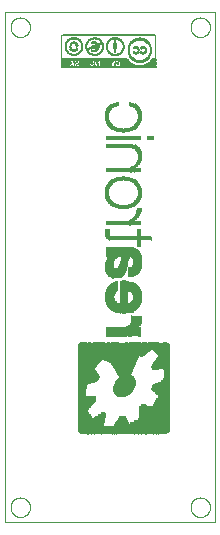
<source format=gbo>
G04 EAGLE Gerber RS-274X export*
G75*
%MOMM*%
%FSLAX34Y34*%
%LPD*%
%INSilk bottom*%
%IPPOS*%
%AMOC8*
5,1,8,0,0,1.08239X$1,22.5*%
G01*
%ADD10C,0.000000*%
%ADD11R,8.060000X0.020000*%
%ADD12R,5.360000X0.020000*%
%ADD13R,1.120000X0.020000*%
%ADD14R,1.280000X0.020000*%
%ADD15R,3.040000X0.020000*%
%ADD16R,0.240000X0.020000*%
%ADD17R,1.060000X0.020000*%
%ADD18R,0.160000X0.020000*%
%ADD19R,1.040000X0.020000*%
%ADD20R,0.080000X0.020000*%
%ADD21R,0.220000X0.020000*%
%ADD22R,0.720000X0.020000*%
%ADD23R,1.340000X0.020000*%
%ADD24R,1.580000X0.020000*%
%ADD25R,0.140000X0.020000*%
%ADD26R,0.120000X0.020000*%
%ADD27R,0.960000X0.020000*%
%ADD28R,0.040000X0.020000*%
%ADD29R,0.180000X0.020000*%
%ADD30R,0.740000X0.020000*%
%ADD31R,1.180000X0.020000*%
%ADD32R,1.420000X0.020000*%
%ADD33R,0.200000X0.020000*%
%ADD34R,0.100000X0.020000*%
%ADD35R,0.920000X0.020000*%
%ADD36R,1.100000X0.020000*%
%ADD37R,1.320000X0.020000*%
%ADD38R,0.760000X0.020000*%
%ADD39R,1.020000X0.020000*%
%ADD40R,1.260000X0.020000*%
%ADD41R,0.880000X0.020000*%
%ADD42R,1.200000X0.020000*%
%ADD43R,0.060000X0.020000*%
%ADD44R,1.160000X0.020000*%
%ADD45R,0.860000X0.020000*%
%ADD46R,0.780000X0.020000*%
%ADD47R,0.840000X0.020000*%
%ADD48R,1.080000X0.020000*%
%ADD49R,0.800000X0.020000*%
%ADD50R,0.020000X0.020000*%
%ADD51R,1.300000X0.020000*%
%ADD52R,1.000000X0.020000*%
%ADD53R,0.980000X0.020000*%
%ADD54R,1.240000X0.020000*%
%ADD55R,0.820000X0.020000*%
%ADD56R,0.940000X0.020000*%
%ADD57R,1.220000X0.020000*%
%ADD58R,0.680000X0.020000*%
%ADD59R,0.260000X0.020000*%
%ADD60R,0.660000X0.020000*%
%ADD61R,0.300000X0.020000*%
%ADD62R,0.900000X0.020000*%
%ADD63R,0.340000X0.020000*%
%ADD64R,0.640000X0.020000*%
%ADD65R,0.520000X0.020000*%
%ADD66R,0.620000X0.020000*%
%ADD67R,0.580000X0.020000*%
%ADD68R,0.560000X0.020000*%
%ADD69R,0.540000X0.020000*%
%ADD70R,0.500000X0.020000*%
%ADD71R,1.140000X0.020000*%
%ADD72R,0.480000X0.020000*%
%ADD73R,5.740000X0.020000*%
%ADD74R,0.460000X0.020000*%
%ADD75R,0.440000X0.020000*%
%ADD76R,5.720000X0.020000*%
%ADD77R,0.380000X0.020000*%
%ADD78R,0.400000X0.020000*%
%ADD79R,5.700000X0.020000*%
%ADD80R,0.420000X0.020000*%
%ADD81R,0.360000X0.020000*%
%ADD82R,5.680000X0.020000*%
%ADD83R,5.660000X0.020000*%
%ADD84R,0.320000X0.020000*%
%ADD85R,5.640000X0.020000*%
%ADD86R,5.620000X0.020000*%
%ADD87R,0.280000X0.020000*%
%ADD88R,0.600000X0.020000*%
%ADD89R,0.700000X0.020000*%
%ADD90R,7.980000X0.020000*%
%ADD91R,7.940000X0.020000*%
%ADD92R,7.860000X0.020000*%
%ADD93R,0.015000X7.125000*%
%ADD94R,0.015000X7.245000*%
%ADD95R,0.015000X7.320000*%
%ADD96R,0.015000X7.380000*%
%ADD97R,0.015000X7.425000*%
%ADD98R,0.015000X7.470000*%
%ADD99R,0.015000X7.500000*%
%ADD100R,0.015000X7.530000*%
%ADD101R,0.015000X7.560000*%
%ADD102R,0.015000X7.590000*%
%ADD103R,0.015000X7.605000*%
%ADD104R,0.015000X7.635000*%
%ADD105R,0.015000X7.650000*%
%ADD106R,0.015000X7.665000*%
%ADD107R,0.015000X7.680000*%
%ADD108R,0.015000X7.695000*%
%ADD109R,0.015000X7.710000*%
%ADD110R,0.015000X7.725000*%
%ADD111R,0.015000X7.740000*%
%ADD112R,0.015000X7.755000*%
%ADD113R,0.015000X3.240000*%
%ADD114R,0.015000X4.335000*%
%ADD115R,0.015000X4.200000*%
%ADD116R,0.015000X3.225000*%
%ADD117R,0.015000X4.080000*%
%ADD118R,0.015000X3.945000*%
%ADD119R,0.015000X3.825000*%
%ADD120R,0.015000X3.705000*%
%ADD121R,0.015000X3.210000*%
%ADD122R,0.015000X3.645000*%
%ADD123R,0.015000X3.615000*%
%ADD124R,0.015000X3.600000*%
%ADD125R,0.015000X3.585000*%
%ADD126R,0.015000X3.570000*%
%ADD127R,0.015000X1.950000*%
%ADD128R,0.015000X1.215000*%
%ADD129R,0.015000X1.920000*%
%ADD130R,0.015000X1.185000*%
%ADD131R,0.015000X1.890000*%
%ADD132R,0.015000X1.170000*%
%ADD133R,0.015000X3.555000*%
%ADD134R,0.015000X1.875000*%
%ADD135R,0.015000X1.155000*%
%ADD136R,0.015000X1.860000*%
%ADD137R,0.015000X1.125000*%
%ADD138R,0.015000X1.830000*%
%ADD139R,0.015000X1.110000*%
%ADD140R,0.015000X3.540000*%
%ADD141R,0.015000X1.815000*%
%ADD142R,0.015000X1.095000*%
%ADD143R,0.015000X1.785000*%
%ADD144R,0.015000X1.080000*%
%ADD145R,0.015000X1.770000*%
%ADD146R,0.015000X1.035000*%
%ADD147R,0.015000X3.525000*%
%ADD148R,0.015000X1.755000*%
%ADD149R,0.015000X1.020000*%
%ADD150R,0.015000X1.725000*%
%ADD151R,0.015000X1.005000*%
%ADD152R,0.015000X1.710000*%
%ADD153R,0.015000X0.990000*%
%ADD154R,0.015000X3.510000*%
%ADD155R,0.015000X1.680000*%
%ADD156R,0.015000X0.975000*%
%ADD157R,0.015000X1.665000*%
%ADD158R,0.015000X0.960000*%
%ADD159R,0.015000X3.495000*%
%ADD160R,0.015000X1.635000*%
%ADD161R,0.015000X0.930000*%
%ADD162R,0.015000X1.620000*%
%ADD163R,0.015000X0.915000*%
%ADD164R,0.015000X1.590000*%
%ADD165R,0.015000X0.900000*%
%ADD166R,0.015000X3.480000*%
%ADD167R,0.015000X1.575000*%
%ADD168R,0.015000X0.885000*%
%ADD169R,0.015000X1.545000*%
%ADD170R,0.015000X0.870000*%
%ADD171R,0.015000X1.530000*%
%ADD172R,0.015000X0.855000*%
%ADD173R,0.015000X3.465000*%
%ADD174R,0.015000X1.500000*%
%ADD175R,0.015000X0.825000*%
%ADD176R,0.015000X1.485000*%
%ADD177R,0.015000X0.810000*%
%ADD178R,0.015000X1.455000*%
%ADD179R,0.015000X0.795000*%
%ADD180R,0.015000X3.450000*%
%ADD181R,0.015000X1.440000*%
%ADD182R,0.015000X0.765000*%
%ADD183R,0.015000X1.425000*%
%ADD184R,0.015000X0.750000*%
%ADD185R,0.015000X1.410000*%
%ADD186R,0.015000X0.735000*%
%ADD187R,0.015000X3.435000*%
%ADD188R,0.015000X1.395000*%
%ADD189R,0.015000X0.720000*%
%ADD190R,0.015000X1.380000*%
%ADD191R,0.015000X0.690000*%
%ADD192R,0.015000X3.420000*%
%ADD193R,0.015000X1.365000*%
%ADD194R,0.015000X0.675000*%
%ADD195R,0.015000X0.660000*%
%ADD196R,0.015000X0.645000*%
%ADD197R,0.015000X3.405000*%
%ADD198R,0.015000X0.630000*%
%ADD199R,0.015000X0.615000*%
%ADD200R,0.015000X0.600000*%
%ADD201R,0.015000X3.390000*%
%ADD202R,0.015000X0.570000*%
%ADD203R,0.015000X0.555000*%
%ADD204R,0.015000X0.540000*%
%ADD205R,0.015000X3.375000*%
%ADD206R,0.015000X0.510000*%
%ADD207R,0.015000X0.495000*%
%ADD208R,0.015000X3.360000*%
%ADD209R,0.015000X0.480000*%
%ADD210R,0.015000X2.205000*%
%ADD211R,0.015000X0.465000*%
%ADD212R,0.015000X2.175000*%
%ADD213R,0.015000X0.450000*%
%ADD214R,0.015000X1.050000*%
%ADD215R,0.015000X2.145000*%
%ADD216R,0.015000X0.435000*%
%ADD217R,0.015000X2.130000*%
%ADD218R,0.015000X0.420000*%
%ADD219R,0.015000X2.100000*%
%ADD220R,0.015000X1.470000*%
%ADD221R,0.015000X0.255000*%
%ADD222R,0.015000X2.085000*%
%ADD223R,0.015000X0.105000*%
%ADD224R,0.015000X0.945000*%
%ADD225R,0.015000X2.070000*%
%ADD226R,0.015000X2.055000*%
%ADD227R,0.015000X2.040000*%
%ADD228R,0.015000X2.010000*%
%ADD229R,0.015000X1.515000*%
%ADD230R,0.015000X1.995000*%
%ADD231R,0.015000X1.980000*%
%ADD232R,0.015000X0.780000*%
%ADD233R,0.015000X1.965000*%
%ADD234R,0.015000X1.935000*%
%ADD235R,0.015000X1.560000*%
%ADD236R,0.015000X1.905000*%
%ADD237R,0.015000X1.845000*%
%ADD238R,0.015000X1.605000*%
%ADD239R,0.015000X0.525000*%
%ADD240R,0.015000X1.800000*%
%ADD241R,0.015000X0.390000*%
%ADD242R,0.015000X0.330000*%
%ADD243R,0.015000X0.285000*%
%ADD244R,0.015000X1.650000*%
%ADD245R,0.015000X0.225000*%
%ADD246R,0.015000X1.740000*%
%ADD247R,0.015000X0.180000*%
%ADD248R,0.015000X0.120000*%
%ADD249R,0.015000X1.695000*%
%ADD250R,0.015000X0.075000*%
%ADD251R,0.015000X0.015000*%
%ADD252R,0.015000X0.705000*%
%ADD253R,0.015000X0.405000*%
%ADD254R,0.015000X0.240000*%
%ADD255R,0.015000X0.090000*%
%ADD256R,0.015000X0.840000*%
%ADD257R,0.015000X0.360000*%
%ADD258R,0.015000X1.200000*%
%ADD259R,0.015000X1.260000*%
%ADD260R,0.015000X1.290000*%
%ADD261R,0.015000X1.320000*%
%ADD262R,0.015000X1.275000*%
%ADD263R,0.015000X1.350000*%
%ADD264R,0.015000X1.245000*%
%ADD265R,0.015000X1.335000*%
%ADD266R,0.015000X1.305000*%
%ADD267R,0.015000X2.430000*%
%ADD268R,0.015000X2.445000*%
%ADD269R,0.015000X2.460000*%
%ADD270R,0.015000X2.475000*%
%ADD271R,0.015000X0.585000*%
%ADD272R,0.015000X2.490000*%
%ADD273R,0.015000X0.060000*%
%ADD274R,0.015000X2.505000*%
%ADD275R,0.015000X2.520000*%
%ADD276R,0.015000X2.535000*%
%ADD277R,0.015000X2.115000*%
%ADD278R,0.015000X2.550000*%
%ADD279R,0.015000X2.565000*%
%ADD280R,0.015000X0.375000*%
%ADD281R,0.015000X2.220000*%
%ADD282R,0.015000X2.580000*%
%ADD283R,0.015000X2.235000*%
%ADD284R,0.015000X2.265000*%
%ADD285R,0.015000X2.595000*%
%ADD286R,0.015000X2.295000*%
%ADD287R,0.015000X2.310000*%
%ADD288R,0.015000X2.325000*%
%ADD289R,0.015000X2.610000*%
%ADD290R,0.015000X2.355000*%
%ADD291R,0.015000X2.370000*%
%ADD292R,0.015000X2.385000*%
%ADD293R,0.015000X2.400000*%
%ADD294R,0.015000X2.625000*%
%ADD295R,0.015000X2.415000*%
%ADD296R,0.015000X2.025000*%
%ADD297R,0.015000X0.135000*%
%ADD298R,0.015000X0.345000*%
%ADD299R,0.015000X2.160000*%
%ADD300R,0.015000X1.230000*%
%ADD301R,0.015000X2.190000*%
%ADD302R,0.015000X1.140000*%
%ADD303R,0.015000X1.065000*%
%ADD304R,0.015000X2.280000*%
%ADD305R,0.015000X2.340000*%
%ADD306R,0.015000X2.640000*%
%ADD307R,0.015000X2.670000*%
%ADD308R,0.015000X2.685000*%
%ADD309R,0.015000X2.715000*%
%ADD310R,0.015000X2.745000*%
%ADD311R,0.015000X2.760000*%
%ADD312R,0.015000X2.790000*%
%ADD313R,0.015000X2.805000*%
%ADD314R,0.015000X2.835000*%
%ADD315R,0.015000X2.865000*%
%ADD316R,0.015000X2.910000*%
%ADD317R,0.015000X4.620000*%
%ADD318R,0.015000X4.635000*%
%ADD319R,0.015000X4.650000*%
%ADD320R,0.015000X4.605000*%
%ADD321R,0.015000X4.590000*%
%ADD322R,0.015000X2.250000*%
%ADD323R,0.015000X4.575000*%
%ADD324R,0.015000X2.775000*%
%ADD325R,0.015000X4.560000*%
%ADD326R,0.015000X4.545000*%
%ADD327R,0.015000X4.530000*%
%ADD328R,0.015000X4.515000*%
%ADD329R,0.015000X4.500000*%
%ADD330R,0.015000X4.485000*%
%ADD331R,0.015000X4.470000*%
%ADD332R,0.015000X4.455000*%
%ADD333R,0.015000X4.440000*%
%ADD334R,0.015000X4.425000*%
%ADD335R,0.015000X4.410000*%
%ADD336R,0.015000X4.395000*%
%ADD337R,0.015000X4.380000*%
%ADD338R,0.015000X4.365000*%
%ADD339R,0.015000X4.350000*%
%ADD340R,0.015000X4.320000*%
%ADD341R,0.015000X4.305000*%
%ADD342R,0.015000X4.290000*%
%ADD343R,0.015000X4.275000*%
%ADD344R,0.015000X2.655000*%
%ADD345R,0.015000X0.165000*%
%ADD346R,0.015000X0.270000*%
%ADD347R,0.015000X0.300000*%
%ADD348R,0.015000X0.315000*%
%ADD349R,0.015000X0.150000*%
%ADD350R,0.015000X0.195000*%
%ADD351R,0.015000X2.700000*%
%ADD352R,0.015000X2.730000*%
%ADD353R,0.015000X2.820000*%
%ADD354R,0.015000X2.850000*%
%ADD355R,0.015000X2.880000*%
%ADD356R,0.015000X2.895000*%
%ADD357R,0.015000X2.925000*%
%ADD358R,0.015000X2.940000*%
%ADD359R,0.015000X2.970000*%
%ADD360R,0.015000X3.000000*%
%ADD361R,0.015000X3.015000*%
%ADD362R,0.015000X3.045000*%
%ADD363R,0.015000X3.060000*%
%ADD364R,0.015000X3.090000*%
%ADD365R,0.015000X3.105000*%
%ADD366R,0.015000X3.135000*%
%ADD367R,0.015000X3.165000*%
%ADD368R,0.015000X4.695000*%
%ADD369R,0.015000X7.620000*%
%ADD370R,0.015000X7.575000*%
%ADD371R,0.015000X7.545000*%
%ADD372R,0.015000X7.515000*%
%ADD373R,0.015000X7.485000*%
%ADD374R,0.015000X7.440000*%
%ADD375R,0.015000X7.395000*%
%ADD376R,0.015000X7.350000*%
%ADD377R,0.015000X7.275000*%
%ADD378R,0.015000X7.185000*%


D10*
X0Y0D02*
X177600Y0D01*
X177600Y431675D01*
X0Y431675D01*
X0Y0D01*
X4445Y12700D02*
X4447Y12903D01*
X4455Y13105D01*
X4467Y13307D01*
X4485Y13509D01*
X4507Y13711D01*
X4534Y13911D01*
X4567Y14111D01*
X4604Y14310D01*
X4646Y14509D01*
X4692Y14706D01*
X4744Y14902D01*
X4800Y15096D01*
X4862Y15289D01*
X4928Y15481D01*
X4998Y15671D01*
X5073Y15859D01*
X5153Y16045D01*
X5238Y16229D01*
X5326Y16412D01*
X5420Y16591D01*
X5517Y16769D01*
X5619Y16944D01*
X5726Y17116D01*
X5836Y17286D01*
X5951Y17453D01*
X6070Y17617D01*
X6192Y17779D01*
X6319Y17937D01*
X6449Y18092D01*
X6583Y18244D01*
X6721Y18392D01*
X6863Y18537D01*
X7008Y18679D01*
X7156Y18817D01*
X7308Y18951D01*
X7463Y19081D01*
X7621Y19208D01*
X7783Y19330D01*
X7947Y19449D01*
X8114Y19564D01*
X8284Y19674D01*
X8456Y19781D01*
X8631Y19883D01*
X8809Y19980D01*
X8988Y20074D01*
X9171Y20162D01*
X9355Y20247D01*
X9541Y20327D01*
X9729Y20402D01*
X9919Y20472D01*
X10111Y20538D01*
X10304Y20600D01*
X10498Y20656D01*
X10694Y20708D01*
X10891Y20754D01*
X11090Y20796D01*
X11289Y20833D01*
X11489Y20866D01*
X11689Y20893D01*
X11891Y20915D01*
X12093Y20933D01*
X12295Y20945D01*
X12497Y20953D01*
X12700Y20955D01*
X12903Y20953D01*
X13105Y20945D01*
X13307Y20933D01*
X13509Y20915D01*
X13711Y20893D01*
X13911Y20866D01*
X14111Y20833D01*
X14310Y20796D01*
X14509Y20754D01*
X14706Y20708D01*
X14902Y20656D01*
X15096Y20600D01*
X15289Y20538D01*
X15481Y20472D01*
X15671Y20402D01*
X15859Y20327D01*
X16045Y20247D01*
X16229Y20162D01*
X16412Y20074D01*
X16591Y19980D01*
X16769Y19883D01*
X16944Y19781D01*
X17116Y19674D01*
X17286Y19564D01*
X17453Y19449D01*
X17617Y19330D01*
X17779Y19208D01*
X17937Y19081D01*
X18092Y18951D01*
X18244Y18817D01*
X18392Y18679D01*
X18537Y18537D01*
X18679Y18392D01*
X18817Y18244D01*
X18951Y18092D01*
X19081Y17937D01*
X19208Y17779D01*
X19330Y17617D01*
X19449Y17453D01*
X19564Y17286D01*
X19674Y17116D01*
X19781Y16944D01*
X19883Y16769D01*
X19980Y16591D01*
X20074Y16412D01*
X20162Y16229D01*
X20247Y16045D01*
X20327Y15859D01*
X20402Y15671D01*
X20472Y15481D01*
X20538Y15289D01*
X20600Y15096D01*
X20656Y14902D01*
X20708Y14706D01*
X20754Y14509D01*
X20796Y14310D01*
X20833Y14111D01*
X20866Y13911D01*
X20893Y13711D01*
X20915Y13509D01*
X20933Y13307D01*
X20945Y13105D01*
X20953Y12903D01*
X20955Y12700D01*
X20953Y12497D01*
X20945Y12295D01*
X20933Y12093D01*
X20915Y11891D01*
X20893Y11689D01*
X20866Y11489D01*
X20833Y11289D01*
X20796Y11090D01*
X20754Y10891D01*
X20708Y10694D01*
X20656Y10498D01*
X20600Y10304D01*
X20538Y10111D01*
X20472Y9919D01*
X20402Y9729D01*
X20327Y9541D01*
X20247Y9355D01*
X20162Y9171D01*
X20074Y8988D01*
X19980Y8809D01*
X19883Y8631D01*
X19781Y8456D01*
X19674Y8284D01*
X19564Y8114D01*
X19449Y7947D01*
X19330Y7783D01*
X19208Y7621D01*
X19081Y7463D01*
X18951Y7308D01*
X18817Y7156D01*
X18679Y7008D01*
X18537Y6863D01*
X18392Y6721D01*
X18244Y6583D01*
X18092Y6449D01*
X17937Y6319D01*
X17779Y6192D01*
X17617Y6070D01*
X17453Y5951D01*
X17286Y5836D01*
X17116Y5726D01*
X16944Y5619D01*
X16769Y5517D01*
X16591Y5420D01*
X16412Y5326D01*
X16229Y5238D01*
X16045Y5153D01*
X15859Y5073D01*
X15671Y4998D01*
X15481Y4928D01*
X15289Y4862D01*
X15096Y4800D01*
X14902Y4744D01*
X14706Y4692D01*
X14509Y4646D01*
X14310Y4604D01*
X14111Y4567D01*
X13911Y4534D01*
X13711Y4507D01*
X13509Y4485D01*
X13307Y4467D01*
X13105Y4455D01*
X12903Y4447D01*
X12700Y4445D01*
X12497Y4447D01*
X12295Y4455D01*
X12093Y4467D01*
X11891Y4485D01*
X11689Y4507D01*
X11489Y4534D01*
X11289Y4567D01*
X11090Y4604D01*
X10891Y4646D01*
X10694Y4692D01*
X10498Y4744D01*
X10304Y4800D01*
X10111Y4862D01*
X9919Y4928D01*
X9729Y4998D01*
X9541Y5073D01*
X9355Y5153D01*
X9171Y5238D01*
X8988Y5326D01*
X8809Y5420D01*
X8631Y5517D01*
X8456Y5619D01*
X8284Y5726D01*
X8114Y5836D01*
X7947Y5951D01*
X7783Y6070D01*
X7621Y6192D01*
X7463Y6319D01*
X7308Y6449D01*
X7156Y6583D01*
X7008Y6721D01*
X6863Y6863D01*
X6721Y7008D01*
X6583Y7156D01*
X6449Y7308D01*
X6319Y7463D01*
X6192Y7621D01*
X6070Y7783D01*
X5951Y7947D01*
X5836Y8114D01*
X5726Y8284D01*
X5619Y8456D01*
X5517Y8631D01*
X5420Y8809D01*
X5326Y8988D01*
X5238Y9171D01*
X5153Y9355D01*
X5073Y9541D01*
X4998Y9729D01*
X4928Y9919D01*
X4862Y10111D01*
X4800Y10304D01*
X4744Y10498D01*
X4692Y10694D01*
X4646Y10891D01*
X4604Y11090D01*
X4567Y11289D01*
X4534Y11489D01*
X4507Y11689D01*
X4485Y11891D01*
X4467Y12093D01*
X4455Y12295D01*
X4447Y12497D01*
X4445Y12700D01*
X156845Y12700D02*
X156847Y12903D01*
X156855Y13105D01*
X156867Y13307D01*
X156885Y13509D01*
X156907Y13711D01*
X156934Y13911D01*
X156967Y14111D01*
X157004Y14310D01*
X157046Y14509D01*
X157092Y14706D01*
X157144Y14902D01*
X157200Y15096D01*
X157262Y15289D01*
X157328Y15481D01*
X157398Y15671D01*
X157473Y15859D01*
X157553Y16045D01*
X157638Y16229D01*
X157726Y16412D01*
X157820Y16591D01*
X157917Y16769D01*
X158019Y16944D01*
X158126Y17116D01*
X158236Y17286D01*
X158351Y17453D01*
X158470Y17617D01*
X158592Y17779D01*
X158719Y17937D01*
X158849Y18092D01*
X158983Y18244D01*
X159121Y18392D01*
X159263Y18537D01*
X159408Y18679D01*
X159556Y18817D01*
X159708Y18951D01*
X159863Y19081D01*
X160021Y19208D01*
X160183Y19330D01*
X160347Y19449D01*
X160514Y19564D01*
X160684Y19674D01*
X160856Y19781D01*
X161031Y19883D01*
X161209Y19980D01*
X161388Y20074D01*
X161571Y20162D01*
X161755Y20247D01*
X161941Y20327D01*
X162129Y20402D01*
X162319Y20472D01*
X162511Y20538D01*
X162704Y20600D01*
X162898Y20656D01*
X163094Y20708D01*
X163291Y20754D01*
X163490Y20796D01*
X163689Y20833D01*
X163889Y20866D01*
X164089Y20893D01*
X164291Y20915D01*
X164493Y20933D01*
X164695Y20945D01*
X164897Y20953D01*
X165100Y20955D01*
X165303Y20953D01*
X165505Y20945D01*
X165707Y20933D01*
X165909Y20915D01*
X166111Y20893D01*
X166311Y20866D01*
X166511Y20833D01*
X166710Y20796D01*
X166909Y20754D01*
X167106Y20708D01*
X167302Y20656D01*
X167496Y20600D01*
X167689Y20538D01*
X167881Y20472D01*
X168071Y20402D01*
X168259Y20327D01*
X168445Y20247D01*
X168629Y20162D01*
X168812Y20074D01*
X168991Y19980D01*
X169169Y19883D01*
X169344Y19781D01*
X169516Y19674D01*
X169686Y19564D01*
X169853Y19449D01*
X170017Y19330D01*
X170179Y19208D01*
X170337Y19081D01*
X170492Y18951D01*
X170644Y18817D01*
X170792Y18679D01*
X170937Y18537D01*
X171079Y18392D01*
X171217Y18244D01*
X171351Y18092D01*
X171481Y17937D01*
X171608Y17779D01*
X171730Y17617D01*
X171849Y17453D01*
X171964Y17286D01*
X172074Y17116D01*
X172181Y16944D01*
X172283Y16769D01*
X172380Y16591D01*
X172474Y16412D01*
X172562Y16229D01*
X172647Y16045D01*
X172727Y15859D01*
X172802Y15671D01*
X172872Y15481D01*
X172938Y15289D01*
X173000Y15096D01*
X173056Y14902D01*
X173108Y14706D01*
X173154Y14509D01*
X173196Y14310D01*
X173233Y14111D01*
X173266Y13911D01*
X173293Y13711D01*
X173315Y13509D01*
X173333Y13307D01*
X173345Y13105D01*
X173353Y12903D01*
X173355Y12700D01*
X173353Y12497D01*
X173345Y12295D01*
X173333Y12093D01*
X173315Y11891D01*
X173293Y11689D01*
X173266Y11489D01*
X173233Y11289D01*
X173196Y11090D01*
X173154Y10891D01*
X173108Y10694D01*
X173056Y10498D01*
X173000Y10304D01*
X172938Y10111D01*
X172872Y9919D01*
X172802Y9729D01*
X172727Y9541D01*
X172647Y9355D01*
X172562Y9171D01*
X172474Y8988D01*
X172380Y8809D01*
X172283Y8631D01*
X172181Y8456D01*
X172074Y8284D01*
X171964Y8114D01*
X171849Y7947D01*
X171730Y7783D01*
X171608Y7621D01*
X171481Y7463D01*
X171351Y7308D01*
X171217Y7156D01*
X171079Y7008D01*
X170937Y6863D01*
X170792Y6721D01*
X170644Y6583D01*
X170492Y6449D01*
X170337Y6319D01*
X170179Y6192D01*
X170017Y6070D01*
X169853Y5951D01*
X169686Y5836D01*
X169516Y5726D01*
X169344Y5619D01*
X169169Y5517D01*
X168991Y5420D01*
X168812Y5326D01*
X168629Y5238D01*
X168445Y5153D01*
X168259Y5073D01*
X168071Y4998D01*
X167881Y4928D01*
X167689Y4862D01*
X167496Y4800D01*
X167302Y4744D01*
X167106Y4692D01*
X166909Y4646D01*
X166710Y4604D01*
X166511Y4567D01*
X166311Y4534D01*
X166111Y4507D01*
X165909Y4485D01*
X165707Y4467D01*
X165505Y4455D01*
X165303Y4447D01*
X165100Y4445D01*
X164897Y4447D01*
X164695Y4455D01*
X164493Y4467D01*
X164291Y4485D01*
X164089Y4507D01*
X163889Y4534D01*
X163689Y4567D01*
X163490Y4604D01*
X163291Y4646D01*
X163094Y4692D01*
X162898Y4744D01*
X162704Y4800D01*
X162511Y4862D01*
X162319Y4928D01*
X162129Y4998D01*
X161941Y5073D01*
X161755Y5153D01*
X161571Y5238D01*
X161388Y5326D01*
X161209Y5420D01*
X161031Y5517D01*
X160856Y5619D01*
X160684Y5726D01*
X160514Y5836D01*
X160347Y5951D01*
X160183Y6070D01*
X160021Y6192D01*
X159863Y6319D01*
X159708Y6449D01*
X159556Y6583D01*
X159408Y6721D01*
X159263Y6863D01*
X159121Y7008D01*
X158983Y7156D01*
X158849Y7308D01*
X158719Y7463D01*
X158592Y7621D01*
X158470Y7783D01*
X158351Y7947D01*
X158236Y8114D01*
X158126Y8284D01*
X158019Y8456D01*
X157917Y8631D01*
X157820Y8809D01*
X157726Y8988D01*
X157638Y9171D01*
X157553Y9355D01*
X157473Y9541D01*
X157398Y9729D01*
X157328Y9919D01*
X157262Y10111D01*
X157200Y10304D01*
X157144Y10498D01*
X157092Y10694D01*
X157046Y10891D01*
X157004Y11090D01*
X156967Y11289D01*
X156934Y11489D01*
X156907Y11689D01*
X156885Y11891D01*
X156867Y12093D01*
X156855Y12295D01*
X156847Y12497D01*
X156845Y12700D01*
X156845Y419100D02*
X156847Y419303D01*
X156855Y419505D01*
X156867Y419707D01*
X156885Y419909D01*
X156907Y420111D01*
X156934Y420311D01*
X156967Y420511D01*
X157004Y420710D01*
X157046Y420909D01*
X157092Y421106D01*
X157144Y421302D01*
X157200Y421496D01*
X157262Y421689D01*
X157328Y421881D01*
X157398Y422071D01*
X157473Y422259D01*
X157553Y422445D01*
X157638Y422629D01*
X157726Y422812D01*
X157820Y422991D01*
X157917Y423169D01*
X158019Y423344D01*
X158126Y423516D01*
X158236Y423686D01*
X158351Y423853D01*
X158470Y424017D01*
X158592Y424179D01*
X158719Y424337D01*
X158849Y424492D01*
X158983Y424644D01*
X159121Y424792D01*
X159263Y424937D01*
X159408Y425079D01*
X159556Y425217D01*
X159708Y425351D01*
X159863Y425481D01*
X160021Y425608D01*
X160183Y425730D01*
X160347Y425849D01*
X160514Y425964D01*
X160684Y426074D01*
X160856Y426181D01*
X161031Y426283D01*
X161209Y426380D01*
X161388Y426474D01*
X161571Y426562D01*
X161755Y426647D01*
X161941Y426727D01*
X162129Y426802D01*
X162319Y426872D01*
X162511Y426938D01*
X162704Y427000D01*
X162898Y427056D01*
X163094Y427108D01*
X163291Y427154D01*
X163490Y427196D01*
X163689Y427233D01*
X163889Y427266D01*
X164089Y427293D01*
X164291Y427315D01*
X164493Y427333D01*
X164695Y427345D01*
X164897Y427353D01*
X165100Y427355D01*
X165303Y427353D01*
X165505Y427345D01*
X165707Y427333D01*
X165909Y427315D01*
X166111Y427293D01*
X166311Y427266D01*
X166511Y427233D01*
X166710Y427196D01*
X166909Y427154D01*
X167106Y427108D01*
X167302Y427056D01*
X167496Y427000D01*
X167689Y426938D01*
X167881Y426872D01*
X168071Y426802D01*
X168259Y426727D01*
X168445Y426647D01*
X168629Y426562D01*
X168812Y426474D01*
X168991Y426380D01*
X169169Y426283D01*
X169344Y426181D01*
X169516Y426074D01*
X169686Y425964D01*
X169853Y425849D01*
X170017Y425730D01*
X170179Y425608D01*
X170337Y425481D01*
X170492Y425351D01*
X170644Y425217D01*
X170792Y425079D01*
X170937Y424937D01*
X171079Y424792D01*
X171217Y424644D01*
X171351Y424492D01*
X171481Y424337D01*
X171608Y424179D01*
X171730Y424017D01*
X171849Y423853D01*
X171964Y423686D01*
X172074Y423516D01*
X172181Y423344D01*
X172283Y423169D01*
X172380Y422991D01*
X172474Y422812D01*
X172562Y422629D01*
X172647Y422445D01*
X172727Y422259D01*
X172802Y422071D01*
X172872Y421881D01*
X172938Y421689D01*
X173000Y421496D01*
X173056Y421302D01*
X173108Y421106D01*
X173154Y420909D01*
X173196Y420710D01*
X173233Y420511D01*
X173266Y420311D01*
X173293Y420111D01*
X173315Y419909D01*
X173333Y419707D01*
X173345Y419505D01*
X173353Y419303D01*
X173355Y419100D01*
X173353Y418897D01*
X173345Y418695D01*
X173333Y418493D01*
X173315Y418291D01*
X173293Y418089D01*
X173266Y417889D01*
X173233Y417689D01*
X173196Y417490D01*
X173154Y417291D01*
X173108Y417094D01*
X173056Y416898D01*
X173000Y416704D01*
X172938Y416511D01*
X172872Y416319D01*
X172802Y416129D01*
X172727Y415941D01*
X172647Y415755D01*
X172562Y415571D01*
X172474Y415388D01*
X172380Y415209D01*
X172283Y415031D01*
X172181Y414856D01*
X172074Y414684D01*
X171964Y414514D01*
X171849Y414347D01*
X171730Y414183D01*
X171608Y414021D01*
X171481Y413863D01*
X171351Y413708D01*
X171217Y413556D01*
X171079Y413408D01*
X170937Y413263D01*
X170792Y413121D01*
X170644Y412983D01*
X170492Y412849D01*
X170337Y412719D01*
X170179Y412592D01*
X170017Y412470D01*
X169853Y412351D01*
X169686Y412236D01*
X169516Y412126D01*
X169344Y412019D01*
X169169Y411917D01*
X168991Y411820D01*
X168812Y411726D01*
X168629Y411638D01*
X168445Y411553D01*
X168259Y411473D01*
X168071Y411398D01*
X167881Y411328D01*
X167689Y411262D01*
X167496Y411200D01*
X167302Y411144D01*
X167106Y411092D01*
X166909Y411046D01*
X166710Y411004D01*
X166511Y410967D01*
X166311Y410934D01*
X166111Y410907D01*
X165909Y410885D01*
X165707Y410867D01*
X165505Y410855D01*
X165303Y410847D01*
X165100Y410845D01*
X164897Y410847D01*
X164695Y410855D01*
X164493Y410867D01*
X164291Y410885D01*
X164089Y410907D01*
X163889Y410934D01*
X163689Y410967D01*
X163490Y411004D01*
X163291Y411046D01*
X163094Y411092D01*
X162898Y411144D01*
X162704Y411200D01*
X162511Y411262D01*
X162319Y411328D01*
X162129Y411398D01*
X161941Y411473D01*
X161755Y411553D01*
X161571Y411638D01*
X161388Y411726D01*
X161209Y411820D01*
X161031Y411917D01*
X160856Y412019D01*
X160684Y412126D01*
X160514Y412236D01*
X160347Y412351D01*
X160183Y412470D01*
X160021Y412592D01*
X159863Y412719D01*
X159708Y412849D01*
X159556Y412983D01*
X159408Y413121D01*
X159263Y413263D01*
X159121Y413408D01*
X158983Y413556D01*
X158849Y413708D01*
X158719Y413863D01*
X158592Y414021D01*
X158470Y414183D01*
X158351Y414347D01*
X158236Y414514D01*
X158126Y414684D01*
X158019Y414856D01*
X157917Y415031D01*
X157820Y415209D01*
X157726Y415388D01*
X157638Y415571D01*
X157553Y415755D01*
X157473Y415941D01*
X157398Y416129D01*
X157328Y416319D01*
X157262Y416511D01*
X157200Y416704D01*
X157144Y416898D01*
X157092Y417094D01*
X157046Y417291D01*
X157004Y417490D01*
X156967Y417689D01*
X156934Y417889D01*
X156907Y418089D01*
X156885Y418291D01*
X156867Y418493D01*
X156855Y418695D01*
X156847Y418897D01*
X156845Y419100D01*
X4445Y419100D02*
X4447Y419303D01*
X4455Y419505D01*
X4467Y419707D01*
X4485Y419909D01*
X4507Y420111D01*
X4534Y420311D01*
X4567Y420511D01*
X4604Y420710D01*
X4646Y420909D01*
X4692Y421106D01*
X4744Y421302D01*
X4800Y421496D01*
X4862Y421689D01*
X4928Y421881D01*
X4998Y422071D01*
X5073Y422259D01*
X5153Y422445D01*
X5238Y422629D01*
X5326Y422812D01*
X5420Y422991D01*
X5517Y423169D01*
X5619Y423344D01*
X5726Y423516D01*
X5836Y423686D01*
X5951Y423853D01*
X6070Y424017D01*
X6192Y424179D01*
X6319Y424337D01*
X6449Y424492D01*
X6583Y424644D01*
X6721Y424792D01*
X6863Y424937D01*
X7008Y425079D01*
X7156Y425217D01*
X7308Y425351D01*
X7463Y425481D01*
X7621Y425608D01*
X7783Y425730D01*
X7947Y425849D01*
X8114Y425964D01*
X8284Y426074D01*
X8456Y426181D01*
X8631Y426283D01*
X8809Y426380D01*
X8988Y426474D01*
X9171Y426562D01*
X9355Y426647D01*
X9541Y426727D01*
X9729Y426802D01*
X9919Y426872D01*
X10111Y426938D01*
X10304Y427000D01*
X10498Y427056D01*
X10694Y427108D01*
X10891Y427154D01*
X11090Y427196D01*
X11289Y427233D01*
X11489Y427266D01*
X11689Y427293D01*
X11891Y427315D01*
X12093Y427333D01*
X12295Y427345D01*
X12497Y427353D01*
X12700Y427355D01*
X12903Y427353D01*
X13105Y427345D01*
X13307Y427333D01*
X13509Y427315D01*
X13711Y427293D01*
X13911Y427266D01*
X14111Y427233D01*
X14310Y427196D01*
X14509Y427154D01*
X14706Y427108D01*
X14902Y427056D01*
X15096Y427000D01*
X15289Y426938D01*
X15481Y426872D01*
X15671Y426802D01*
X15859Y426727D01*
X16045Y426647D01*
X16229Y426562D01*
X16412Y426474D01*
X16591Y426380D01*
X16769Y426283D01*
X16944Y426181D01*
X17116Y426074D01*
X17286Y425964D01*
X17453Y425849D01*
X17617Y425730D01*
X17779Y425608D01*
X17937Y425481D01*
X18092Y425351D01*
X18244Y425217D01*
X18392Y425079D01*
X18537Y424937D01*
X18679Y424792D01*
X18817Y424644D01*
X18951Y424492D01*
X19081Y424337D01*
X19208Y424179D01*
X19330Y424017D01*
X19449Y423853D01*
X19564Y423686D01*
X19674Y423516D01*
X19781Y423344D01*
X19883Y423169D01*
X19980Y422991D01*
X20074Y422812D01*
X20162Y422629D01*
X20247Y422445D01*
X20327Y422259D01*
X20402Y422071D01*
X20472Y421881D01*
X20538Y421689D01*
X20600Y421496D01*
X20656Y421302D01*
X20708Y421106D01*
X20754Y420909D01*
X20796Y420710D01*
X20833Y420511D01*
X20866Y420311D01*
X20893Y420111D01*
X20915Y419909D01*
X20933Y419707D01*
X20945Y419505D01*
X20953Y419303D01*
X20955Y419100D01*
X20953Y418897D01*
X20945Y418695D01*
X20933Y418493D01*
X20915Y418291D01*
X20893Y418089D01*
X20866Y417889D01*
X20833Y417689D01*
X20796Y417490D01*
X20754Y417291D01*
X20708Y417094D01*
X20656Y416898D01*
X20600Y416704D01*
X20538Y416511D01*
X20472Y416319D01*
X20402Y416129D01*
X20327Y415941D01*
X20247Y415755D01*
X20162Y415571D01*
X20074Y415388D01*
X19980Y415209D01*
X19883Y415031D01*
X19781Y414856D01*
X19674Y414684D01*
X19564Y414514D01*
X19449Y414347D01*
X19330Y414183D01*
X19208Y414021D01*
X19081Y413863D01*
X18951Y413708D01*
X18817Y413556D01*
X18679Y413408D01*
X18537Y413263D01*
X18392Y413121D01*
X18244Y412983D01*
X18092Y412849D01*
X17937Y412719D01*
X17779Y412592D01*
X17617Y412470D01*
X17453Y412351D01*
X17286Y412236D01*
X17116Y412126D01*
X16944Y412019D01*
X16769Y411917D01*
X16591Y411820D01*
X16412Y411726D01*
X16229Y411638D01*
X16045Y411553D01*
X15859Y411473D01*
X15671Y411398D01*
X15481Y411328D01*
X15289Y411262D01*
X15096Y411200D01*
X14902Y411144D01*
X14706Y411092D01*
X14509Y411046D01*
X14310Y411004D01*
X14111Y410967D01*
X13911Y410934D01*
X13711Y410907D01*
X13509Y410885D01*
X13307Y410867D01*
X13105Y410855D01*
X12903Y410847D01*
X12700Y410845D01*
X12497Y410847D01*
X12295Y410855D01*
X12093Y410867D01*
X11891Y410885D01*
X11689Y410907D01*
X11489Y410934D01*
X11289Y410967D01*
X11090Y411004D01*
X10891Y411046D01*
X10694Y411092D01*
X10498Y411144D01*
X10304Y411200D01*
X10111Y411262D01*
X9919Y411328D01*
X9729Y411398D01*
X9541Y411473D01*
X9355Y411553D01*
X9171Y411638D01*
X8988Y411726D01*
X8809Y411820D01*
X8631Y411917D01*
X8456Y412019D01*
X8284Y412126D01*
X8114Y412236D01*
X7947Y412351D01*
X7783Y412470D01*
X7621Y412592D01*
X7463Y412719D01*
X7308Y412849D01*
X7156Y412983D01*
X7008Y413121D01*
X6863Y413263D01*
X6721Y413408D01*
X6583Y413556D01*
X6449Y413708D01*
X6319Y413863D01*
X6192Y414021D01*
X6070Y414183D01*
X5951Y414347D01*
X5836Y414514D01*
X5726Y414684D01*
X5619Y414856D01*
X5517Y415031D01*
X5420Y415209D01*
X5326Y415388D01*
X5238Y415571D01*
X5153Y415755D01*
X5073Y415941D01*
X4998Y416129D01*
X4928Y416319D01*
X4862Y416511D01*
X4800Y416704D01*
X4744Y416898D01*
X4692Y417094D01*
X4646Y417291D01*
X4604Y417490D01*
X4567Y417689D01*
X4534Y417889D01*
X4507Y418089D01*
X4485Y418291D01*
X4467Y418493D01*
X4455Y418695D01*
X4447Y418897D01*
X4445Y419100D01*
D11*
X87663Y384188D03*
X87663Y384388D03*
X87663Y384588D03*
X87663Y384788D03*
X87663Y384988D03*
X87663Y385188D03*
X87663Y385388D03*
X87663Y385588D03*
D12*
X101163Y385788D03*
D13*
X67363Y385788D03*
D14*
X53763Y385788D03*
D15*
X112763Y385988D03*
D16*
X93163Y385988D03*
D17*
X85663Y385988D03*
D18*
X78363Y385988D03*
X75563Y385988D03*
D19*
X67363Y385988D03*
D20*
X59363Y385988D03*
D21*
X56863Y385988D03*
D22*
X50963Y385988D03*
D23*
X121263Y386188D03*
D24*
X105463Y386188D03*
D21*
X93063Y386188D03*
D17*
X85663Y386188D03*
D25*
X78463Y386188D03*
D26*
X75763Y386188D03*
D27*
X67363Y386188D03*
D28*
X59163Y386188D03*
D29*
X56863Y386188D03*
D30*
X51063Y386188D03*
D31*
X122063Y386388D03*
D32*
X104663Y386388D03*
D33*
X92963Y386388D03*
D17*
X85663Y386388D03*
D26*
X78563Y386388D03*
D34*
X75863Y386388D03*
D35*
X67363Y386388D03*
D28*
X59163Y386388D03*
D29*
X56863Y386388D03*
D30*
X51063Y386388D03*
D36*
X122463Y386588D03*
D37*
X104163Y386588D03*
D29*
X92863Y386588D03*
D17*
X85663Y386588D03*
D26*
X78563Y386588D03*
D34*
X75863Y386588D03*
D35*
X67363Y386588D03*
D28*
X60963Y386588D03*
X58963Y386588D03*
D29*
X56863Y386588D03*
D38*
X51163Y386588D03*
D39*
X122863Y386788D03*
D40*
X103863Y386788D03*
D25*
X95863Y386788D03*
D29*
X92863Y386788D03*
D17*
X85663Y386788D03*
D34*
X78663Y386788D03*
D20*
X75963Y386788D03*
D34*
X73663Y386788D03*
D41*
X67363Y386788D03*
D25*
X60863Y386788D03*
D28*
X58963Y386788D03*
D38*
X51163Y386788D03*
D27*
X123163Y386988D03*
D42*
X103563Y386988D03*
D18*
X95763Y386988D03*
D29*
X92863Y386988D03*
D17*
X85663Y386988D03*
D34*
X78663Y386988D03*
D43*
X76063Y386988D03*
D25*
X73663Y386988D03*
D41*
X67363Y386988D03*
D18*
X60963Y386988D03*
D28*
X58963Y386988D03*
D38*
X51163Y386988D03*
D35*
X123363Y387188D03*
D44*
X103363Y387188D03*
D18*
X95763Y387188D03*
D29*
X92863Y387188D03*
D17*
X85663Y387188D03*
D20*
X78763Y387188D03*
D43*
X76063Y387188D03*
D29*
X73663Y387188D03*
D45*
X67263Y387188D03*
D18*
X60963Y387188D03*
D43*
X58863Y387188D03*
D46*
X51263Y387188D03*
D41*
X123563Y387388D03*
D13*
X103163Y387388D03*
D18*
X95763Y387388D03*
D29*
X92863Y387388D03*
D17*
X85663Y387388D03*
D43*
X78863Y387388D03*
X76063Y387388D03*
D29*
X73663Y387388D03*
D13*
X65963Y387388D03*
D43*
X58863Y387388D03*
D46*
X51263Y387388D03*
D47*
X123763Y387588D03*
D48*
X102963Y387588D03*
D25*
X95863Y387588D03*
D18*
X92963Y387588D03*
D17*
X85663Y387588D03*
D43*
X78863Y387588D03*
X76063Y387588D03*
D21*
X73663Y387588D03*
D17*
X66263Y387588D03*
D20*
X58763Y387588D03*
D46*
X51263Y387588D03*
D49*
X123963Y387788D03*
D19*
X102763Y387788D03*
D29*
X93063Y387788D03*
D19*
X85563Y387788D03*
D28*
X78963Y387788D03*
D50*
X77463Y387788D03*
D43*
X76063Y387788D03*
D51*
X68263Y387788D03*
D20*
X58763Y387788D03*
D43*
X56863Y387788D03*
D49*
X51363Y387788D03*
D46*
X124063Y387988D03*
D52*
X102563Y387988D03*
D18*
X93163Y387988D03*
D19*
X85563Y387988D03*
D28*
X78963Y387988D03*
X77563Y387988D03*
D43*
X76063Y387988D03*
D40*
X68463Y387988D03*
D34*
X58863Y387988D03*
D43*
X56863Y387988D03*
D49*
X51363Y387988D03*
D30*
X124263Y388188D03*
D53*
X102463Y388188D03*
D33*
X93363Y388188D03*
D39*
X85463Y388188D03*
D50*
X79063Y388188D03*
D28*
X77563Y388188D03*
D43*
X76063Y388188D03*
D54*
X68563Y388188D03*
D25*
X58863Y388188D03*
D43*
X56863Y388188D03*
D55*
X51463Y388188D03*
D22*
X124363Y388388D03*
D56*
X102263Y388388D03*
D29*
X93463Y388388D03*
D52*
X85363Y388388D03*
D43*
X77663Y388388D03*
X76063Y388388D03*
D57*
X68663Y388388D03*
D29*
X59063Y388388D03*
D50*
X56863Y388388D03*
D55*
X51463Y388388D03*
D58*
X124563Y388588D03*
D35*
X102163Y388588D03*
D25*
X93463Y388588D03*
D52*
X85363Y388588D03*
D20*
X77763Y388588D03*
D43*
X76063Y388588D03*
D42*
X68763Y388588D03*
D59*
X59263Y388588D03*
D50*
X56863Y388588D03*
D55*
X51463Y388588D03*
D60*
X124663Y388788D03*
D61*
X113863Y388788D03*
D62*
X102063Y388788D03*
D25*
X95863Y388788D03*
D26*
X93363Y388788D03*
D50*
X91463Y388788D03*
D53*
X85263Y388788D03*
D20*
X77763Y388788D03*
D43*
X76063Y388788D03*
D33*
X73563Y388788D03*
D62*
X67263Y388788D03*
D63*
X59663Y388788D03*
D47*
X51563Y388788D03*
D64*
X124763Y388988D03*
D65*
X113963Y388988D03*
D45*
X101863Y388988D03*
D25*
X95863Y388988D03*
D34*
X93463Y388988D03*
D28*
X91563Y388988D03*
D53*
X85263Y388988D03*
D34*
X77863Y388988D03*
D43*
X76063Y388988D03*
D29*
X73663Y388988D03*
D41*
X67163Y388988D03*
D25*
X61063Y388988D03*
D26*
X58563Y388988D03*
D47*
X51563Y388988D03*
D66*
X124863Y389188D03*
D60*
X113863Y389188D03*
D47*
X101763Y389188D03*
D25*
X95863Y389188D03*
D34*
X93463Y389188D03*
D43*
X91463Y389188D03*
D27*
X85163Y389188D03*
D26*
X77963Y389188D03*
D20*
X75963Y389188D03*
D25*
X73663Y389188D03*
D62*
X67263Y389188D03*
D25*
X61063Y389188D03*
X58463Y389188D03*
D47*
X51563Y389188D03*
D67*
X125063Y389388D03*
D38*
X113963Y389388D03*
D55*
X101663Y389388D03*
D26*
X95963Y389388D03*
D20*
X93563Y389388D03*
X91563Y389388D03*
D56*
X85063Y389388D03*
D26*
X77963Y389388D03*
D20*
X75963Y389388D03*
D34*
X73663Y389388D03*
D62*
X67263Y389388D03*
D34*
X61063Y389388D03*
D25*
X58463Y389388D03*
D45*
X51663Y389388D03*
D68*
X125163Y389588D03*
D45*
X113863Y389588D03*
D49*
X101563Y389588D03*
D43*
X93663Y389588D03*
D34*
X91463Y389588D03*
D56*
X85063Y389588D03*
D25*
X78063Y389588D03*
D34*
X75863Y389588D03*
D35*
X67363Y389588D03*
D18*
X58563Y389588D03*
D45*
X51663Y389588D03*
D69*
X125263Y389788D03*
D56*
X113863Y389788D03*
D46*
X101463Y389788D03*
D20*
X93763Y389788D03*
D25*
X91463Y389788D03*
D35*
X84963Y389788D03*
D25*
X78063Y389788D03*
D26*
X75763Y389788D03*
D56*
X67263Y389788D03*
D29*
X58463Y389788D03*
D45*
X51663Y389788D03*
D65*
X125363Y389988D03*
D39*
X113863Y389988D03*
D38*
X101363Y389988D03*
D43*
X93863Y389988D03*
D18*
X91563Y389988D03*
D35*
X84963Y389988D03*
D18*
X78163Y389988D03*
D25*
X75663Y389988D03*
D53*
X67263Y389988D03*
D33*
X58563Y389988D03*
D41*
X51763Y389988D03*
D70*
X125463Y390188D03*
D48*
X113963Y390188D03*
D30*
X101263Y390188D03*
D34*
X94063Y390188D03*
D29*
X91463Y390188D03*
D62*
X84863Y390188D03*
D29*
X78263Y390188D03*
D18*
X75563Y390188D03*
D19*
X67363Y390188D03*
D59*
X58663Y390188D03*
D41*
X51763Y390188D03*
D70*
X125463Y390388D03*
D71*
X113863Y390388D03*
D15*
X89563Y390388D03*
D13*
X67363Y390388D03*
D51*
X53863Y390388D03*
D72*
X125563Y390588D03*
D42*
X113963Y390588D03*
D73*
X76063Y390588D03*
D74*
X125663Y390788D03*
D75*
X117963Y390788D03*
D74*
X109863Y390788D03*
D76*
X75963Y390788D03*
D75*
X125763Y390988D03*
D77*
X118463Y390988D03*
D78*
X109363Y390988D03*
D79*
X75863Y390988D03*
D80*
X125863Y391188D03*
D77*
X118863Y391188D03*
D81*
X108963Y391188D03*
D82*
X75763Y391188D03*
D80*
X125863Y391388D03*
D81*
X119163Y391388D03*
D63*
X108663Y391388D03*
D83*
X75663Y391388D03*
D78*
X125963Y391588D03*
D63*
X119463Y391588D03*
D84*
X108363Y391588D03*
D83*
X75663Y391588D03*
D77*
X126063Y391788D03*
D84*
X119763Y391788D03*
D61*
X108063Y391788D03*
D85*
X75563Y391788D03*
D77*
X126063Y391988D03*
D61*
X120063Y391988D03*
X107863Y391988D03*
D86*
X75463Y391988D03*
D81*
X126163Y392188D03*
D61*
X120263Y392188D03*
D87*
X107563Y392188D03*
D86*
X75463Y392188D03*
D20*
X127563Y392388D03*
D87*
X120563Y392388D03*
X107363Y392388D03*
D20*
X47763Y392388D03*
D43*
X127663Y392588D03*
D59*
X120663Y392588D03*
D87*
X107163Y392588D03*
D43*
X47663Y392588D03*
X127663Y392788D03*
D59*
X120863Y392788D03*
D87*
X106963Y392788D03*
D43*
X47663Y392788D03*
X127663Y392988D03*
D59*
X121063Y392988D03*
X106663Y392988D03*
D43*
X47663Y392988D03*
X127663Y393188D03*
D59*
X121263Y393188D03*
D16*
X106563Y393188D03*
D43*
X47663Y393188D03*
X127663Y393388D03*
D16*
X121363Y393388D03*
X106363Y393388D03*
D43*
X47663Y393388D03*
X127663Y393588D03*
D16*
X121563Y393588D03*
X106163Y393588D03*
D43*
X47663Y393588D03*
X127663Y393788D03*
D16*
X121763Y393788D03*
X106163Y393788D03*
D43*
X47663Y393788D03*
X127663Y393988D03*
D21*
X121863Y393988D03*
D16*
X105963Y393988D03*
D43*
X47663Y393988D03*
X127663Y394188D03*
D16*
X121963Y394188D03*
D21*
X105863Y394188D03*
D43*
X47663Y394188D03*
X127663Y394388D03*
D21*
X122063Y394388D03*
X105663Y394388D03*
D50*
X93263Y394388D03*
D43*
X47663Y394388D03*
X127663Y394588D03*
D21*
X122263Y394588D03*
D33*
X105563Y394588D03*
D84*
X93163Y394588D03*
D43*
X75663Y394588D03*
D87*
X58163Y394588D03*
D43*
X47663Y394588D03*
X127663Y394788D03*
D21*
X122263Y394788D03*
X105463Y394788D03*
D72*
X93163Y394788D03*
D77*
X75663Y394788D03*
D74*
X58063Y394788D03*
D43*
X47663Y394788D03*
X127663Y394988D03*
D21*
X122463Y394988D03*
D33*
X105363Y394988D03*
D88*
X93163Y394988D03*
D70*
X75663Y394988D03*
D68*
X58163Y394988D03*
D43*
X47663Y394988D03*
X127663Y395188D03*
D33*
X122563Y395188D03*
D21*
X105263Y395188D03*
D58*
X93163Y395188D03*
D66*
X75663Y395188D03*
D64*
X58163Y395188D03*
D43*
X47663Y395188D03*
X127663Y395388D03*
D21*
X122663Y395388D03*
D33*
X105163Y395388D03*
D38*
X93163Y395388D03*
D89*
X75663Y395388D03*
D22*
X58163Y395388D03*
D43*
X47663Y395388D03*
X127663Y395588D03*
D33*
X122763Y395588D03*
D21*
X105063Y395588D03*
D55*
X93263Y395588D03*
D46*
X75663Y395588D03*
D49*
X58163Y395588D03*
D43*
X47663Y395588D03*
X127663Y395788D03*
D21*
X122863Y395788D03*
D33*
X104963Y395788D03*
D41*
X93163Y395788D03*
D55*
X75663Y395788D03*
D41*
X58163Y395788D03*
D43*
X47663Y395788D03*
X127663Y395988D03*
D33*
X122963Y395988D03*
X116763Y395988D03*
X110763Y395988D03*
X104963Y395988D03*
D78*
X95963Y395988D03*
X90563Y395988D03*
D61*
X78663Y395988D03*
D84*
X72763Y395988D03*
D81*
X60963Y395988D03*
X55363Y395988D03*
D43*
X47663Y395988D03*
X127663Y396188D03*
D33*
X122963Y396188D03*
D84*
X116763Y396188D03*
X110763Y396188D03*
D21*
X104863Y396188D03*
D84*
X96563Y396188D03*
X89763Y396188D03*
D59*
X79063Y396188D03*
X72263Y396188D03*
D61*
X61463Y396188D03*
D87*
X54763Y396188D03*
D43*
X47663Y396188D03*
X127663Y396388D03*
D33*
X122963Y396388D03*
D77*
X116863Y396388D03*
D81*
X110763Y396388D03*
D33*
X104763Y396388D03*
D87*
X96963Y396388D03*
X89363Y396388D03*
D16*
X79363Y396388D03*
X71963Y396388D03*
D59*
X61863Y396388D03*
D87*
X54363Y396388D03*
D43*
X47663Y396388D03*
X127663Y396588D03*
D33*
X123163Y396588D03*
D80*
X116863Y396588D03*
D75*
X110763Y396588D03*
D33*
X104763Y396588D03*
D59*
X97263Y396588D03*
X89063Y396588D03*
D16*
X79763Y396588D03*
X71563Y396588D03*
X62163Y396588D03*
D59*
X54063Y396588D03*
D43*
X47663Y396588D03*
X127663Y396788D03*
D33*
X123163Y396788D03*
D74*
X116863Y396788D03*
D72*
X110763Y396788D03*
D33*
X104763Y396788D03*
D16*
X97563Y396788D03*
D59*
X88863Y396788D03*
D21*
X80063Y396788D03*
X71263Y396788D03*
X62463Y396788D03*
D16*
X53763Y396788D03*
D43*
X47663Y396788D03*
X127663Y396988D03*
D33*
X123163Y396988D03*
D70*
X116863Y396988D03*
X110663Y396988D03*
D29*
X104663Y396988D03*
D16*
X97763Y396988D03*
X88563Y396988D03*
D33*
X80363Y396988D03*
X70963Y396988D03*
D21*
X62663Y396988D03*
X53463Y396988D03*
D43*
X47663Y396988D03*
X127663Y397188D03*
D29*
X123263Y397188D03*
D65*
X116763Y397188D03*
X110763Y397188D03*
D33*
X104563Y397188D03*
D21*
X98063Y397188D03*
D16*
X88363Y397188D03*
D29*
X80463Y397188D03*
D33*
X70763Y397188D03*
X62963Y397188D03*
D21*
X53263Y397188D03*
D43*
X47663Y397188D03*
X127663Y397388D03*
D29*
X123263Y397388D03*
D59*
X118263Y397388D03*
D16*
X115163Y397388D03*
D59*
X112263Y397388D03*
D21*
X109063Y397388D03*
D33*
X104563Y397388D03*
D21*
X98263Y397388D03*
D16*
X93163Y397388D03*
D21*
X88063Y397388D03*
D29*
X80663Y397388D03*
X70663Y397388D03*
D33*
X63163Y397388D03*
D21*
X53063Y397388D03*
D43*
X47663Y397388D03*
X127663Y397588D03*
D33*
X123363Y397588D03*
D16*
X118563Y397588D03*
D29*
X114863Y397588D03*
D21*
X112463Y397588D03*
D29*
X108863Y397588D03*
D33*
X104563Y397588D03*
D21*
X98463Y397588D03*
D16*
X93163Y397588D03*
D33*
X87963Y397588D03*
D29*
X80863Y397588D03*
X70463Y397588D03*
D33*
X63363Y397588D03*
X52963Y397588D03*
D43*
X47663Y397588D03*
X127663Y397788D03*
D33*
X123363Y397788D03*
D21*
X118663Y397788D03*
D26*
X114963Y397788D03*
D33*
X112563Y397788D03*
D26*
X108963Y397788D03*
D33*
X104563Y397788D03*
X98563Y397788D03*
D16*
X93163Y397788D03*
D33*
X87763Y397788D03*
D29*
X81063Y397788D03*
D25*
X75063Y397788D03*
D29*
X70263Y397788D03*
D33*
X63563Y397788D03*
X52763Y397788D03*
D43*
X47663Y397788D03*
X127663Y397988D03*
D33*
X123363Y397988D03*
X118763Y397988D03*
D20*
X115163Y397988D03*
D33*
X112763Y397988D03*
D43*
X109063Y397988D03*
D29*
X104463Y397988D03*
D33*
X98763Y397988D03*
D16*
X93163Y397988D03*
D33*
X87563Y397988D03*
D29*
X81263Y397988D03*
D61*
X75063Y397988D03*
D29*
X70063Y397988D03*
X63663Y397988D03*
D18*
X58163Y397988D03*
D33*
X52563Y397988D03*
D43*
X47663Y397988D03*
X127663Y398188D03*
D33*
X123363Y398188D03*
X118763Y398188D03*
D50*
X115263Y398188D03*
D33*
X112763Y398188D03*
D50*
X109263Y398188D03*
D29*
X104463Y398188D03*
D33*
X98963Y398188D03*
D16*
X93163Y398188D03*
D29*
X87463Y398188D03*
D18*
X81363Y398188D03*
D77*
X75063Y398188D03*
D18*
X69963Y398188D03*
D29*
X63863Y398188D03*
D84*
X58163Y398188D03*
D29*
X52463Y398188D03*
D43*
X47663Y398188D03*
X127663Y398388D03*
D33*
X123363Y398388D03*
X118963Y398388D03*
X112763Y398388D03*
D29*
X104463Y398388D03*
X99063Y398388D03*
D16*
X93163Y398388D03*
D29*
X87263Y398388D03*
D18*
X81563Y398388D03*
D75*
X75163Y398388D03*
D18*
X69763Y398388D03*
D29*
X64063Y398388D03*
D78*
X58163Y398388D03*
D29*
X52263Y398388D03*
D43*
X47663Y398388D03*
X127663Y398588D03*
D29*
X123463Y398588D03*
D33*
X118963Y398588D03*
D29*
X112863Y398588D03*
X104463Y398588D03*
X99263Y398588D03*
D16*
X93163Y398588D03*
D33*
X87163Y398588D03*
D25*
X81663Y398588D03*
D75*
X75363Y398588D03*
D25*
X69663Y398588D03*
D18*
X64163Y398588D03*
D75*
X58163Y398588D03*
D18*
X52163Y398588D03*
D43*
X47663Y398588D03*
X127663Y398788D03*
D29*
X123463Y398788D03*
D33*
X118963Y398788D03*
D29*
X112863Y398788D03*
X104463Y398788D03*
X99263Y398788D03*
D16*
X93163Y398788D03*
D29*
X87063Y398788D03*
D18*
X81763Y398788D03*
D74*
X75463Y398788D03*
D18*
X69563Y398788D03*
D29*
X64263Y398788D03*
D70*
X58063Y398788D03*
D18*
X51963Y398788D03*
D43*
X47663Y398788D03*
X127663Y398988D03*
D29*
X123463Y398988D03*
D33*
X118963Y398988D03*
X112963Y398988D03*
D29*
X104463Y398988D03*
X99463Y398988D03*
D16*
X93163Y398988D03*
D29*
X86863Y398988D03*
D25*
X81863Y398988D03*
D72*
X75563Y398988D03*
D25*
X69463Y398988D03*
D18*
X64363Y398988D03*
D69*
X58063Y398988D03*
D18*
X51963Y398988D03*
D43*
X47663Y398988D03*
X127663Y399188D03*
D29*
X123463Y399188D03*
D33*
X118963Y399188D03*
X112963Y399188D03*
D29*
X104463Y399188D03*
D18*
X99563Y399188D03*
D16*
X93163Y399188D03*
D29*
X86863Y399188D03*
D25*
X82063Y399188D03*
D70*
X75663Y399188D03*
D18*
X69363Y399188D03*
X64563Y399188D03*
D67*
X58063Y399188D03*
D18*
X51763Y399188D03*
D43*
X47663Y399188D03*
X127663Y399388D03*
D29*
X123463Y399388D03*
D33*
X118963Y399388D03*
X112963Y399388D03*
D29*
X104463Y399388D03*
X99663Y399388D03*
D16*
X93163Y399388D03*
D18*
X86763Y399388D03*
D25*
X82063Y399388D03*
D61*
X76863Y399388D03*
D20*
X73763Y399388D03*
D33*
X69563Y399388D03*
D18*
X64563Y399388D03*
D66*
X58063Y399388D03*
D18*
X51763Y399388D03*
D43*
X47663Y399388D03*
X127663Y399588D03*
D29*
X123463Y399588D03*
D33*
X118963Y399588D03*
D29*
X112863Y399588D03*
X104463Y399588D03*
D18*
X99763Y399588D03*
D16*
X93163Y399588D03*
D18*
X86563Y399588D03*
D25*
X82263Y399588D03*
D59*
X77263Y399588D03*
D50*
X73463Y399588D03*
D87*
X69763Y399588D03*
D18*
X64763Y399588D03*
D64*
X58163Y399588D03*
D18*
X51563Y399588D03*
D43*
X47663Y399588D03*
X127663Y399788D03*
D33*
X123363Y399788D03*
X118963Y399788D03*
D29*
X112863Y399788D03*
X104463Y399788D03*
D18*
X99763Y399788D03*
D16*
X93163Y399788D03*
D18*
X86563Y399788D03*
D25*
X82263Y399788D03*
D21*
X77463Y399788D03*
D84*
X69963Y399788D03*
D18*
X64763Y399788D03*
D16*
X60163Y399788D03*
D59*
X56063Y399788D03*
D18*
X51563Y399788D03*
D43*
X47663Y399788D03*
X127663Y399988D03*
D33*
X123363Y399988D03*
X118963Y399988D03*
X112763Y399988D03*
D29*
X104463Y399988D03*
D18*
X99963Y399988D03*
D16*
X93163Y399988D03*
D18*
X86563Y399988D03*
D26*
X82363Y399988D03*
D21*
X77663Y399988D03*
D81*
X70163Y399988D03*
D25*
X64863Y399988D03*
D16*
X60363Y399988D03*
X55763Y399988D03*
D25*
X51463Y399988D03*
D43*
X47663Y399988D03*
X127663Y400188D03*
D33*
X123363Y400188D03*
X118763Y400188D03*
D50*
X115463Y400188D03*
D33*
X112763Y400188D03*
D29*
X104463Y400188D03*
D18*
X99963Y400188D03*
D16*
X93163Y400188D03*
D18*
X86363Y400188D03*
D26*
X82363Y400188D03*
D21*
X77663Y400188D03*
D78*
X70363Y400188D03*
D25*
X64863Y400188D03*
D21*
X60463Y400188D03*
X55663Y400188D03*
D18*
X51363Y400188D03*
D43*
X47663Y400188D03*
X127663Y400388D03*
D33*
X123363Y400388D03*
X118763Y400388D03*
D43*
X115263Y400388D03*
D21*
X112663Y400388D03*
D20*
X109163Y400388D03*
D29*
X104463Y400388D03*
D18*
X99963Y400388D03*
D16*
X93163Y400388D03*
D18*
X86363Y400388D03*
D25*
X82463Y400388D03*
D33*
X77763Y400388D03*
D72*
X70563Y400388D03*
D18*
X64963Y400388D03*
D33*
X60563Y400388D03*
D21*
X55663Y400388D03*
D18*
X51363Y400388D03*
D43*
X47663Y400388D03*
X127663Y400588D03*
D33*
X123363Y400588D03*
D21*
X118663Y400588D03*
D26*
X115163Y400588D03*
D33*
X112563Y400588D03*
D25*
X109063Y400588D03*
D33*
X104563Y400588D03*
D25*
X100063Y400588D03*
D16*
X93163Y400588D03*
D18*
X86363Y400588D03*
D26*
X82563Y400588D03*
D21*
X77863Y400588D03*
D65*
X70763Y400588D03*
D25*
X65063Y400588D03*
D33*
X60563Y400588D03*
D21*
X55463Y400588D03*
D25*
X51263Y400588D03*
D43*
X47663Y400588D03*
X127663Y400788D03*
D33*
X123363Y400788D03*
D21*
X118463Y400788D03*
D29*
X115063Y400788D03*
D21*
X112463Y400788D03*
D33*
X108963Y400788D03*
X104563Y400788D03*
D18*
X100163Y400788D03*
D16*
X93163Y400788D03*
D25*
X86263Y400788D03*
D26*
X82563Y400788D03*
D33*
X77963Y400788D03*
D77*
X71863Y400788D03*
D26*
X68763Y400788D03*
D25*
X65063Y400788D03*
D21*
X60663Y400788D03*
X55463Y400788D03*
D25*
X51263Y400788D03*
D43*
X47663Y400788D03*
X127663Y400988D03*
D29*
X123263Y400988D03*
D68*
X116763Y400988D03*
D69*
X110663Y400988D03*
D33*
X104563Y400988D03*
D18*
X100163Y400988D03*
D78*
X93163Y400988D03*
D25*
X86263Y400988D03*
D26*
X82563Y400988D03*
D35*
X75163Y400988D03*
D26*
X68763Y400988D03*
D25*
X65063Y400988D03*
D33*
X60763Y400988D03*
X55363Y400988D03*
D25*
X51263Y400988D03*
D43*
X47663Y400988D03*
X127663Y401188D03*
D33*
X123163Y401188D03*
D65*
X116763Y401188D03*
X110763Y401188D03*
D33*
X104563Y401188D03*
D18*
X100163Y401188D03*
D80*
X93263Y401188D03*
D18*
X86163Y401188D03*
D26*
X82563Y401188D03*
D41*
X75363Y401188D03*
D26*
X68763Y401188D03*
D25*
X65063Y401188D03*
D21*
X55263Y401188D03*
D25*
X51263Y401188D03*
D43*
X47663Y401188D03*
X127663Y401388D03*
D33*
X123163Y401388D03*
D72*
X116763Y401388D03*
D70*
X110663Y401388D03*
D29*
X104663Y401388D03*
D18*
X100163Y401388D03*
D80*
X93263Y401388D03*
D18*
X86163Y401388D03*
D25*
X82663Y401388D03*
D47*
X75563Y401388D03*
D26*
X68763Y401388D03*
D25*
X65063Y401388D03*
D21*
X55263Y401388D03*
D18*
X51163Y401388D03*
D43*
X47663Y401388D03*
X127663Y401588D03*
D33*
X123163Y401588D03*
D74*
X116863Y401588D03*
X110663Y401588D03*
D33*
X104763Y401588D03*
D18*
X100163Y401588D03*
D80*
X93263Y401588D03*
D18*
X86163Y401588D03*
D25*
X82663Y401588D03*
D49*
X75763Y401588D03*
D25*
X68663Y401588D03*
D18*
X65163Y401588D03*
D21*
X55263Y401588D03*
D25*
X51063Y401588D03*
D43*
X47663Y401588D03*
X127663Y401788D03*
D33*
X123163Y401788D03*
D78*
X116763Y401788D03*
D80*
X110663Y401788D03*
D33*
X104763Y401788D03*
D25*
X100263Y401788D03*
D80*
X93263Y401788D03*
D18*
X86163Y401788D03*
D25*
X82663Y401788D03*
D30*
X76063Y401788D03*
D25*
X68663Y401788D03*
X65263Y401788D03*
D50*
X60663Y401788D03*
D33*
X55163Y401788D03*
D25*
X51063Y401788D03*
D43*
X47663Y401788D03*
X127663Y401988D03*
D33*
X122963Y401988D03*
D81*
X116763Y401988D03*
X110763Y401988D03*
D33*
X104763Y401988D03*
D25*
X100263Y401988D03*
D80*
X93263Y401988D03*
D18*
X86163Y401988D03*
D25*
X82663Y401988D03*
D64*
X75963Y401988D03*
D25*
X68663Y401988D03*
X65263Y401988D03*
D43*
X60663Y401988D03*
D33*
X55163Y401988D03*
D25*
X51063Y401988D03*
D43*
X47663Y401988D03*
X127663Y402188D03*
D33*
X122963Y402188D03*
D87*
X116763Y402188D03*
D61*
X110663Y402188D03*
D33*
X104963Y402188D03*
D25*
X100263Y402188D03*
D80*
X93263Y402188D03*
D18*
X86163Y402188D03*
D26*
X82763Y402188D03*
D88*
X76163Y402188D03*
D25*
X68663Y402188D03*
X65263Y402188D03*
D34*
X60663Y402188D03*
D33*
X55163Y402188D03*
D25*
X51063Y402188D03*
D43*
X47663Y402188D03*
X127663Y402388D03*
D21*
X122863Y402388D03*
D18*
X116763Y402388D03*
X110763Y402388D03*
D33*
X104963Y402388D03*
D25*
X100263Y402388D03*
D80*
X93263Y402388D03*
D18*
X86163Y402388D03*
D26*
X82763Y402388D03*
D68*
X76363Y402388D03*
D25*
X68663Y402388D03*
X65263Y402388D03*
X60663Y402388D03*
D33*
X55163Y402388D03*
D25*
X51063Y402388D03*
D43*
X47663Y402388D03*
X127663Y402588D03*
D33*
X122763Y402588D03*
D21*
X105063Y402588D03*
D25*
X100263Y402588D03*
D80*
X93263Y402588D03*
D18*
X86163Y402588D03*
D25*
X82663Y402588D03*
D66*
X76663Y402588D03*
D25*
X68663Y402588D03*
X65263Y402588D03*
D29*
X60663Y402588D03*
D33*
X55163Y402588D03*
D25*
X51063Y402588D03*
D43*
X47663Y402588D03*
X127663Y402788D03*
D21*
X122663Y402788D03*
X105063Y402788D03*
D25*
X100263Y402788D03*
D80*
X93263Y402788D03*
D18*
X86163Y402788D03*
D25*
X82663Y402788D03*
D66*
X76663Y402788D03*
D25*
X68663Y402788D03*
X65263Y402788D03*
D21*
X60663Y402788D03*
D33*
X55163Y402788D03*
D25*
X51063Y402788D03*
D43*
X47663Y402788D03*
X127663Y402988D03*
D21*
X122663Y402988D03*
D33*
X105163Y402988D03*
D18*
X100163Y402988D03*
D80*
X93263Y402988D03*
D18*
X86163Y402988D03*
D25*
X82663Y402988D03*
D66*
X76663Y402988D03*
D26*
X68763Y402988D03*
D18*
X65163Y402988D03*
D59*
X60663Y402988D03*
D21*
X55263Y402988D03*
D25*
X51063Y402988D03*
D43*
X47663Y402988D03*
X127663Y403188D03*
D21*
X122463Y403188D03*
X105263Y403188D03*
D18*
X100163Y403188D03*
D80*
X93263Y403188D03*
D18*
X86163Y403188D03*
D26*
X82563Y403188D03*
D66*
X76663Y403188D03*
D26*
X68763Y403188D03*
D25*
X65063Y403188D03*
D61*
X60663Y403188D03*
D21*
X55263Y403188D03*
D18*
X51163Y403188D03*
D43*
X47663Y403188D03*
X127663Y403388D03*
D21*
X122463Y403388D03*
X105463Y403388D03*
D18*
X100163Y403388D03*
D80*
X93263Y403388D03*
D25*
X86263Y403388D03*
D26*
X82563Y403388D03*
D77*
X77863Y403388D03*
D26*
X68763Y403388D03*
D25*
X65063Y403388D03*
D21*
X60663Y403388D03*
D33*
X55363Y403388D03*
D25*
X51263Y403388D03*
D43*
X47663Y403388D03*
X127663Y403588D03*
D21*
X122263Y403588D03*
X105463Y403588D03*
D18*
X100163Y403588D03*
D80*
X93263Y403588D03*
D25*
X86263Y403588D03*
D26*
X82563Y403588D03*
D77*
X78263Y403588D03*
D26*
X68763Y403588D03*
D25*
X65063Y403588D03*
D33*
X60563Y403588D03*
X55363Y403588D03*
D25*
X51263Y403588D03*
D43*
X47663Y403588D03*
X127663Y403788D03*
D21*
X122263Y403788D03*
X105663Y403788D03*
D25*
X100063Y403788D03*
D80*
X93263Y403788D03*
D18*
X86363Y403788D03*
D26*
X82563Y403788D03*
D77*
X78663Y403788D03*
D26*
X68763Y403788D03*
D25*
X65063Y403788D03*
D33*
X60563Y403788D03*
D21*
X55463Y403788D03*
D25*
X51263Y403788D03*
D43*
X47663Y403788D03*
X127663Y403988D03*
D21*
X122063Y403988D03*
X105663Y403988D03*
D18*
X99963Y403988D03*
D80*
X93263Y403988D03*
D18*
X86363Y403988D03*
D25*
X82463Y403988D03*
D75*
X78763Y403988D03*
D25*
X68863Y403988D03*
D18*
X64963Y403988D03*
D21*
X60463Y403988D03*
D33*
X55563Y403988D03*
D25*
X51263Y403988D03*
D43*
X47663Y403988D03*
X127663Y404188D03*
D16*
X121963Y404188D03*
D21*
X105863Y404188D03*
D18*
X99963Y404188D03*
D80*
X93263Y404188D03*
D18*
X86363Y404188D03*
D25*
X82463Y404188D03*
D70*
X79063Y404188D03*
D26*
X68963Y404188D03*
D18*
X64963Y404188D03*
D21*
X60263Y404188D03*
X55663Y404188D03*
D18*
X51363Y404188D03*
D43*
X47663Y404188D03*
X127663Y404388D03*
D16*
X121763Y404388D03*
X105963Y404388D03*
D18*
X99963Y404388D03*
D78*
X93163Y404388D03*
D18*
X86563Y404388D03*
D60*
X79663Y404388D03*
D26*
X68963Y404388D03*
D25*
X64863Y404388D03*
D16*
X60163Y404388D03*
D21*
X55863Y404388D03*
D25*
X51463Y404388D03*
D43*
X47663Y404388D03*
X127663Y404588D03*
D16*
X121763Y404588D03*
X106163Y404588D03*
D18*
X99763Y404588D03*
D81*
X93163Y404588D03*
D18*
X86563Y404588D03*
D75*
X80763Y404588D03*
D21*
X77263Y404588D03*
D25*
X69063Y404588D03*
D18*
X64763Y404588D03*
D87*
X59963Y404588D03*
X56163Y404588D03*
D18*
X51563Y404588D03*
D43*
X47663Y404588D03*
X127663Y404788D03*
D16*
X121563Y404788D03*
D59*
X106263Y404788D03*
D18*
X99763Y404788D03*
X86563Y404788D03*
D78*
X80963Y404788D03*
D59*
X77063Y404788D03*
D43*
X73663Y404788D03*
D25*
X69063Y404788D03*
D18*
X64763Y404788D03*
D66*
X58063Y404788D03*
D18*
X51563Y404788D03*
D43*
X47663Y404788D03*
X127663Y404988D03*
D16*
X121363Y404988D03*
D59*
X106463Y404988D03*
D29*
X99663Y404988D03*
D18*
X86763Y404988D03*
D84*
X81163Y404988D03*
D72*
X75763Y404988D03*
D25*
X69263Y404988D03*
D18*
X64563Y404988D03*
D88*
X57963Y404988D03*
D18*
X51563Y404988D03*
D43*
X47663Y404988D03*
X127663Y405188D03*
D59*
X121263Y405188D03*
D16*
X106563Y405188D03*
D18*
X99563Y405188D03*
D26*
X93163Y405188D03*
D18*
X86763Y405188D03*
D87*
X81363Y405188D03*
D74*
X75663Y405188D03*
D25*
X69263Y405188D03*
D18*
X64563Y405188D03*
D67*
X58063Y405188D03*
D18*
X51763Y405188D03*
D43*
X47663Y405188D03*
X127663Y405388D03*
D59*
X121063Y405388D03*
D16*
X106763Y405388D03*
D29*
X99463Y405388D03*
D18*
X93163Y405388D03*
D29*
X86863Y405388D03*
D21*
X81463Y405388D03*
D74*
X75463Y405388D03*
D25*
X69463Y405388D03*
D18*
X64363Y405388D03*
D69*
X58063Y405388D03*
D18*
X51763Y405388D03*
D43*
X47663Y405388D03*
X127663Y405588D03*
D59*
X120863Y405588D03*
D87*
X106963Y405588D03*
D29*
X99463Y405588D03*
D33*
X93163Y405588D03*
D29*
X87063Y405588D03*
D18*
X81763Y405588D03*
D75*
X75363Y405588D03*
D25*
X69463Y405588D03*
D18*
X64363Y405588D03*
D72*
X58163Y405588D03*
D18*
X51963Y405588D03*
D43*
X47663Y405588D03*
X127663Y405788D03*
D59*
X120663Y405788D03*
D87*
X107163Y405788D03*
D29*
X99263Y405788D03*
D21*
X93263Y405788D03*
D29*
X87063Y405788D03*
D18*
X81763Y405788D03*
D80*
X75263Y405788D03*
D18*
X69563Y405788D03*
X64163Y405788D03*
D80*
X58063Y405788D03*
D29*
X52063Y405788D03*
D43*
X47663Y405788D03*
X127663Y405988D03*
D87*
X120363Y405988D03*
X107363Y405988D03*
D29*
X99063Y405988D03*
D21*
X93263Y405988D03*
D29*
X87263Y405988D03*
D18*
X81563Y405988D03*
D77*
X75063Y405988D03*
D18*
X69763Y405988D03*
D29*
X64063Y405988D03*
D81*
X58163Y405988D03*
D18*
X52163Y405988D03*
D43*
X47663Y405988D03*
X127663Y406188D03*
D61*
X120263Y406188D03*
D87*
X107563Y406188D03*
D33*
X98963Y406188D03*
D21*
X93263Y406188D03*
D33*
X87363Y406188D03*
D18*
X81363Y406188D03*
D84*
X74963Y406188D03*
D18*
X69963Y406188D03*
D29*
X63863Y406188D03*
D16*
X58163Y406188D03*
D29*
X52263Y406188D03*
D43*
X47663Y406188D03*
X127663Y406388D03*
D61*
X120063Y406388D03*
X107863Y406388D03*
D33*
X98763Y406388D03*
D21*
X93263Y406388D03*
D33*
X87563Y406388D03*
D18*
X81363Y406388D03*
D33*
X74963Y406388D03*
D18*
X69963Y406388D03*
D29*
X63863Y406388D03*
X52463Y406388D03*
D43*
X47663Y406388D03*
X127663Y406588D03*
D84*
X119763Y406588D03*
D61*
X108063Y406588D03*
D33*
X98763Y406588D03*
X93163Y406588D03*
X87763Y406588D03*
D18*
X81163Y406588D03*
X70163Y406588D03*
D29*
X63663Y406588D03*
X52663Y406588D03*
D43*
X47663Y406588D03*
X127663Y406788D03*
D63*
X119463Y406788D03*
D84*
X108363Y406788D03*
D33*
X98563Y406788D03*
X93163Y406788D03*
D21*
X87863Y406788D03*
D18*
X80963Y406788D03*
D29*
X70263Y406788D03*
X63463Y406788D03*
D33*
X52763Y406788D03*
D43*
X47663Y406788D03*
X127663Y406988D03*
D81*
X119163Y406988D03*
D63*
X108663Y406988D03*
D21*
X98263Y406988D03*
D18*
X93163Y406988D03*
D21*
X88063Y406988D03*
D29*
X80863Y406988D03*
X70463Y406988D03*
D33*
X63363Y406988D03*
X52963Y406988D03*
D43*
X47663Y406988D03*
X127663Y407188D03*
D77*
X118863Y407188D03*
X109063Y407188D03*
D21*
X98063Y407188D03*
D34*
X93263Y407188D03*
D21*
X88263Y407188D03*
D29*
X80663Y407188D03*
X70663Y407188D03*
D21*
X63063Y407188D03*
D33*
X53163Y407188D03*
D43*
X47663Y407188D03*
X127663Y407388D03*
D78*
X118363Y407388D03*
X109363Y407388D03*
D16*
X97963Y407388D03*
D21*
X88463Y407388D03*
D33*
X80363Y407388D03*
X70963Y407388D03*
D21*
X62863Y407388D03*
X53463Y407388D03*
D43*
X47663Y407388D03*
X127663Y407588D03*
D74*
X117863Y407588D03*
D72*
X109963Y407588D03*
D16*
X97763Y407588D03*
X88763Y407588D03*
D33*
X80163Y407588D03*
X71163Y407588D03*
D21*
X62663Y407588D03*
X53663Y407588D03*
D43*
X47663Y407588D03*
X127663Y407788D03*
D42*
X113963Y407788D03*
D59*
X97463Y407788D03*
D16*
X88963Y407788D03*
D21*
X79863Y407788D03*
X71463Y407788D03*
D16*
X62363Y407788D03*
X53963Y407788D03*
D43*
X47663Y407788D03*
X127663Y407988D03*
D71*
X113863Y407988D03*
D87*
X97163Y407988D03*
D59*
X89263Y407988D03*
D16*
X79563Y407988D03*
X71763Y407988D03*
D59*
X62063Y407988D03*
X54263Y407988D03*
D43*
X47663Y407988D03*
X127663Y408188D03*
D48*
X113963Y408188D03*
D84*
X96763Y408188D03*
D61*
X89663Y408188D03*
D59*
X79263Y408188D03*
X72063Y408188D03*
D87*
X61763Y408188D03*
X54563Y408188D03*
D43*
X47663Y408188D03*
X127663Y408388D03*
D52*
X113963Y408388D03*
D63*
X96263Y408388D03*
D81*
X90163Y408388D03*
D61*
X78863Y408388D03*
X72463Y408388D03*
D84*
X61363Y408388D03*
X54963Y408388D03*
D43*
X47663Y408388D03*
X127663Y408588D03*
D35*
X113963Y408588D03*
X93163Y408588D03*
D77*
X78063Y408588D03*
X73263Y408588D03*
D62*
X58063Y408588D03*
D43*
X47663Y408588D03*
X127663Y408788D03*
D47*
X113963Y408788D03*
X93163Y408788D03*
D55*
X75663Y408788D03*
D47*
X58163Y408788D03*
D43*
X47663Y408788D03*
X127663Y408988D03*
D38*
X113963Y408988D03*
D49*
X93163Y408988D03*
D30*
X75663Y408988D03*
D38*
X58163Y408988D03*
D43*
X47663Y408988D03*
X127663Y409188D03*
D64*
X113963Y409188D03*
D22*
X93163Y409188D03*
D60*
X75663Y409188D03*
D58*
X58163Y409188D03*
D43*
X47663Y409188D03*
X127663Y409388D03*
D72*
X113963Y409388D03*
D64*
X93163Y409388D03*
D69*
X75663Y409388D03*
D88*
X58163Y409388D03*
D43*
X47663Y409388D03*
X127663Y409588D03*
D18*
X113963Y409588D03*
D69*
X93263Y409588D03*
D80*
X75663Y409588D03*
D65*
X58163Y409588D03*
D43*
X47663Y409588D03*
X127663Y409788D03*
D78*
X93163Y409788D03*
D21*
X75663Y409788D03*
D81*
X58163Y409788D03*
D43*
X47663Y409788D03*
X127663Y409988D03*
D29*
X93263Y409988D03*
D43*
X47663Y409988D03*
X127663Y410188D03*
X47663Y410188D03*
X127663Y410388D03*
X47663Y410388D03*
X127663Y410588D03*
X47663Y410588D03*
X127663Y410788D03*
X47663Y410788D03*
X127663Y410988D03*
X47663Y410988D03*
X127663Y411188D03*
X47663Y411188D03*
X127463Y411388D03*
X47863Y411388D03*
D20*
X127363Y411588D03*
X47963Y411588D03*
D90*
X87663Y411788D03*
D91*
X87663Y411988D03*
D92*
X87663Y412188D03*
D93*
X62150Y113438D03*
D94*
X62300Y113438D03*
D95*
X62450Y113513D03*
D96*
X62600Y113513D03*
D97*
X62750Y113438D03*
D98*
X62900Y113513D03*
D99*
X63050Y113513D03*
D100*
X63200Y113513D03*
D101*
X63350Y113513D03*
D102*
X63500Y113513D03*
D103*
X63650Y113438D03*
D104*
X63800Y113438D03*
D105*
X63950Y113513D03*
D106*
X64100Y113438D03*
D107*
X64250Y113513D03*
D108*
X64400Y113438D03*
D109*
X64550Y113513D03*
D110*
X64700Y113438D03*
X64850Y113438D03*
D111*
X65000Y113513D03*
X65150Y113513D03*
D112*
X65300Y113438D03*
X65450Y113438D03*
X65600Y113438D03*
X65750Y113438D03*
X65900Y113438D03*
X66050Y113438D03*
X66200Y113438D03*
X66350Y113438D03*
X66500Y113438D03*
X66650Y113438D03*
X66800Y113438D03*
X66950Y113438D03*
X67100Y113438D03*
X67250Y113438D03*
X67400Y113438D03*
X67550Y113438D03*
X67700Y113438D03*
X67850Y113438D03*
X68000Y113438D03*
X68150Y113438D03*
X68300Y113438D03*
D113*
X68450Y90863D03*
D114*
X68450Y130538D03*
D113*
X68600Y90863D03*
D115*
X68600Y131213D03*
D116*
X68750Y90788D03*
D117*
X68750Y131813D03*
D116*
X68900Y90788D03*
D118*
X68900Y132488D03*
D116*
X69050Y90788D03*
D119*
X69050Y133088D03*
D116*
X69200Y90788D03*
D120*
X69200Y133688D03*
D121*
X69350Y90713D03*
D122*
X69350Y133988D03*
D121*
X69500Y90713D03*
D123*
X69500Y134138D03*
D121*
X69650Y90713D03*
D124*
X69650Y134213D03*
D121*
X69800Y90713D03*
D125*
X69800Y134288D03*
D121*
X69950Y90713D03*
D125*
X69950Y134288D03*
D121*
X70100Y90713D03*
D126*
X70100Y134363D03*
D127*
X70250Y84413D03*
D128*
X70250Y100688D03*
D126*
X70250Y134363D03*
D129*
X70400Y84263D03*
D130*
X70400Y100838D03*
D126*
X70400Y134363D03*
D131*
X70550Y84113D03*
D132*
X70550Y100913D03*
D133*
X70550Y134438D03*
D134*
X70700Y84038D03*
D135*
X70700Y100988D03*
D133*
X70700Y134438D03*
D136*
X70850Y83963D03*
D137*
X70850Y101138D03*
D133*
X70850Y134438D03*
D138*
X71000Y83813D03*
D139*
X71000Y101213D03*
D140*
X71000Y134513D03*
D141*
X71150Y83738D03*
D142*
X71150Y101288D03*
D140*
X71150Y134513D03*
D143*
X71300Y83588D03*
D144*
X71300Y101363D03*
D140*
X71300Y134513D03*
D145*
X71450Y83513D03*
D146*
X71450Y101438D03*
D147*
X71450Y134588D03*
D148*
X71600Y83438D03*
D149*
X71600Y101513D03*
D147*
X71600Y134588D03*
D150*
X71750Y83288D03*
D151*
X71750Y101588D03*
D147*
X71750Y134588D03*
D152*
X71900Y83213D03*
D153*
X71900Y101663D03*
D154*
X71900Y134663D03*
D155*
X72050Y83063D03*
D156*
X72050Y101738D03*
D154*
X72050Y134663D03*
D157*
X72200Y82988D03*
D158*
X72200Y101813D03*
D159*
X72200Y134738D03*
D160*
X72350Y82838D03*
D161*
X72350Y101963D03*
D159*
X72350Y134738D03*
D162*
X72500Y82763D03*
D163*
X72500Y102038D03*
D159*
X72500Y134738D03*
D164*
X72650Y82613D03*
D165*
X72650Y102113D03*
D166*
X72650Y134813D03*
D167*
X72800Y82538D03*
D168*
X72800Y102188D03*
D166*
X72800Y134813D03*
D169*
X72950Y82388D03*
D170*
X72950Y102263D03*
D166*
X72950Y134813D03*
D171*
X73100Y82313D03*
D172*
X73100Y102338D03*
D173*
X73100Y134888D03*
D174*
X73250Y82163D03*
D175*
X73250Y102488D03*
D173*
X73250Y134888D03*
D176*
X73400Y82088D03*
D177*
X73400Y102563D03*
D173*
X73400Y134888D03*
D178*
X73550Y81938D03*
D179*
X73550Y102638D03*
D180*
X73550Y134963D03*
D181*
X73700Y81863D03*
D182*
X73700Y102638D03*
D180*
X73700Y134963D03*
D183*
X73850Y81788D03*
D184*
X73850Y102713D03*
D180*
X73850Y134963D03*
D185*
X74000Y81713D03*
D186*
X74000Y102788D03*
D187*
X74000Y135038D03*
D188*
X74150Y81638D03*
D189*
X74150Y102863D03*
D187*
X74150Y135038D03*
D190*
X74300Y81563D03*
D191*
X74300Y103013D03*
D192*
X74300Y135113D03*
D193*
X74450Y81488D03*
D194*
X74450Y103088D03*
D192*
X74450Y135113D03*
D193*
X74600Y81488D03*
D195*
X74600Y103163D03*
D192*
X74600Y135113D03*
D193*
X74750Y81488D03*
D196*
X74750Y103238D03*
D197*
X74750Y135188D03*
D193*
X74900Y81488D03*
D198*
X74900Y103313D03*
D197*
X74900Y135188D03*
D193*
X75050Y81488D03*
D199*
X75050Y103388D03*
D197*
X75050Y135188D03*
D190*
X75200Y81563D03*
D200*
X75200Y103463D03*
D201*
X75200Y135263D03*
D190*
X75350Y81563D03*
D202*
X75350Y103613D03*
D201*
X75350Y135263D03*
D188*
X75500Y81638D03*
D203*
X75500Y103688D03*
D201*
X75500Y135263D03*
D188*
X75650Y81638D03*
D204*
X75650Y103763D03*
D205*
X75650Y135338D03*
D185*
X75800Y81713D03*
D206*
X75800Y103763D03*
D205*
X75800Y135338D03*
D185*
X75950Y81713D03*
D207*
X75950Y103838D03*
D208*
X75950Y135413D03*
D183*
X76100Y81788D03*
D209*
X76100Y103913D03*
D137*
X76100Y124238D03*
D210*
X76100Y141188D03*
D181*
X76250Y81863D03*
D211*
X76250Y103988D03*
D144*
X76250Y124013D03*
D212*
X76250Y141338D03*
D181*
X76400Y81863D03*
D213*
X76400Y104063D03*
D214*
X76400Y124013D03*
D215*
X76400Y141488D03*
D178*
X76550Y81938D03*
D216*
X76550Y104138D03*
D149*
X76550Y123863D03*
D217*
X76550Y141563D03*
D178*
X76700Y81938D03*
D218*
X76700Y104213D03*
D151*
X76700Y123788D03*
D219*
X76700Y141713D03*
D220*
X76850Y82013D03*
D221*
X76850Y103688D03*
D158*
X76850Y123713D03*
D222*
X76850Y141788D03*
D176*
X77000Y82088D03*
D223*
X77000Y103088D03*
D224*
X77000Y123638D03*
D225*
X77000Y141863D03*
D176*
X77150Y82088D03*
D163*
X77150Y123488D03*
D226*
X77150Y141938D03*
D174*
X77300Y82163D03*
D168*
X77300Y123488D03*
D227*
X77300Y142013D03*
D174*
X77450Y82163D03*
D172*
X77450Y123338D03*
D228*
X77450Y142163D03*
D229*
X77600Y82238D03*
D175*
X77600Y123338D03*
D230*
X77600Y142238D03*
D171*
X77750Y82313D03*
D179*
X77750Y123188D03*
D231*
X77750Y142313D03*
D171*
X77900Y82313D03*
D232*
X77900Y123113D03*
D233*
X77900Y142388D03*
D169*
X78050Y82388D03*
D186*
X78050Y123038D03*
D127*
X78050Y142463D03*
D169*
X78200Y82388D03*
D189*
X78200Y122963D03*
D234*
X78200Y142538D03*
D235*
X78350Y82463D03*
D191*
X78350Y122813D03*
D236*
X78350Y142688D03*
D167*
X78500Y82538D03*
D195*
X78500Y122813D03*
D131*
X78500Y142763D03*
D167*
X78650Y82538D03*
D198*
X78650Y122663D03*
D134*
X78650Y142838D03*
D164*
X78800Y82613D03*
D200*
X78800Y122663D03*
D136*
X78800Y142913D03*
D164*
X78950Y82613D03*
D203*
X78950Y122588D03*
D237*
X78950Y142988D03*
D238*
X79100Y82688D03*
D239*
X79100Y122588D03*
D138*
X79100Y143063D03*
D162*
X79250Y82763D03*
D213*
X79250Y122663D03*
D240*
X79250Y143213D03*
D162*
X79400Y82763D03*
D241*
X79400Y122813D03*
D143*
X79400Y143288D03*
D160*
X79550Y82838D03*
D242*
X79550Y122813D03*
D145*
X79550Y143363D03*
D160*
X79700Y82838D03*
D243*
X79700Y122888D03*
D148*
X79700Y143438D03*
D244*
X79850Y82913D03*
D245*
X79850Y122888D03*
D246*
X79850Y143513D03*
D157*
X80000Y82988D03*
D247*
X80000Y122963D03*
D152*
X80000Y143663D03*
D157*
X80150Y82988D03*
D248*
X80150Y122963D03*
D249*
X80150Y143738D03*
D155*
X80300Y83063D03*
D250*
X80300Y123038D03*
D155*
X80300Y143813D03*
X80450Y83063D03*
D251*
X80450Y123038D03*
D157*
X80450Y143888D03*
D249*
X80600Y83138D03*
D244*
X80600Y143963D03*
D152*
X80750Y83213D03*
D160*
X80750Y144038D03*
D152*
X80900Y83213D03*
D238*
X80900Y144188D03*
D150*
X81050Y83288D03*
D164*
X81050Y144263D03*
D150*
X81200Y83288D03*
D167*
X81200Y144338D03*
D246*
X81350Y83363D03*
D235*
X81350Y144413D03*
D148*
X81500Y83438D03*
D169*
X81500Y144488D03*
D148*
X81650Y83438D03*
D229*
X81650Y144638D03*
D145*
X81800Y83513D03*
D174*
X81800Y144713D03*
D143*
X81950Y83588D03*
D176*
X81950Y144788D03*
D143*
X82100Y83588D03*
D220*
X82100Y144863D03*
D240*
X82250Y83663D03*
D178*
X82250Y144938D03*
D240*
X82400Y83663D03*
D181*
X82400Y145013D03*
D141*
X82550Y83738D03*
D181*
X82550Y145013D03*
D138*
X82700Y83813D03*
D181*
X82700Y145013D03*
D138*
X82850Y83813D03*
D181*
X82850Y145013D03*
D237*
X83000Y83888D03*
D181*
X83000Y145013D03*
D237*
X83150Y83888D03*
D181*
X83150Y145013D03*
D136*
X83300Y83963D03*
D178*
X83300Y144938D03*
D136*
X83450Y83963D03*
D178*
X83450Y144938D03*
D136*
X83600Y83963D03*
D220*
X83600Y144863D03*
D184*
X83750Y78413D03*
D146*
X83750Y87938D03*
D220*
X83750Y144863D03*
D186*
X83900Y78338D03*
D158*
X83900Y88163D03*
D176*
X83900Y144788D03*
D189*
X84050Y78263D03*
D168*
X84050Y88538D03*
D176*
X84050Y144788D03*
D189*
X84200Y78263D03*
D177*
X84200Y88763D03*
D174*
X84200Y144713D03*
D252*
X84350Y78188D03*
D189*
X84350Y89063D03*
D174*
X84350Y144713D03*
D252*
X84500Y78188D03*
D196*
X84500Y89288D03*
D229*
X84500Y144638D03*
D252*
X84650Y78188D03*
D203*
X84650Y89588D03*
D229*
X84650Y144638D03*
D252*
X84800Y78188D03*
D209*
X84800Y89963D03*
D171*
X84800Y144563D03*
D252*
X84950Y78188D03*
D253*
X84950Y90188D03*
D171*
X84950Y144563D03*
D254*
X84950Y278963D03*
X84950Y343763D03*
D252*
X85100Y78188D03*
D242*
X85100Y90563D03*
D169*
X85100Y144488D03*
D206*
X85100Y278963D03*
D207*
X85100Y343688D03*
D252*
X85250Y78188D03*
D254*
X85250Y90863D03*
D169*
X85250Y144488D03*
D250*
X85250Y190988D03*
D255*
X85250Y216563D03*
D195*
X85250Y278963D03*
D198*
X85250Y343613D03*
D191*
X85400Y78113D03*
D247*
X85400Y91163D03*
D169*
X85400Y144488D03*
D206*
X85400Y190913D03*
D209*
X85400Y216413D03*
D232*
X85400Y278963D03*
D184*
X85400Y343613D03*
D191*
X85550Y78113D03*
D255*
X85550Y91463D03*
D235*
X85550Y144413D03*
D191*
X85550Y190763D03*
D195*
X85550Y216413D03*
D206*
X85550Y245363D03*
D170*
X85550Y278963D03*
D172*
X85550Y343688D03*
D191*
X85700Y78113D03*
D235*
X85700Y144413D03*
D256*
X85700Y190763D03*
D232*
X85700Y216413D03*
D199*
X85700Y244988D03*
D158*
X85700Y278963D03*
D161*
X85700Y343613D03*
D191*
X85850Y78113D03*
D167*
X85850Y144338D03*
D224*
X85850Y190688D03*
D168*
X85850Y216338D03*
D195*
X85850Y244763D03*
D257*
X85850Y253163D03*
D214*
X85850Y278963D03*
D257*
X85850Y298163D03*
X85850Y318413D03*
X85850Y325313D03*
D149*
X85850Y343613D03*
D191*
X86000Y78113D03*
D167*
X86000Y144338D03*
D170*
X86000Y161363D03*
D146*
X86000Y190688D03*
D156*
X86000Y216338D03*
D179*
X86000Y228938D03*
D252*
X86000Y244538D03*
D257*
X86000Y253163D03*
D137*
X86000Y279038D03*
D257*
X86000Y298163D03*
X86000Y318413D03*
X86000Y325313D03*
D144*
X86000Y343613D03*
D191*
X86150Y78113D03*
D164*
X86150Y144263D03*
D170*
X86150Y161363D03*
D137*
X86150Y190688D03*
D214*
X86150Y216413D03*
D177*
X86150Y228863D03*
D186*
X86150Y244388D03*
D257*
X86150Y253163D03*
D258*
X86150Y278963D03*
D257*
X86150Y298163D03*
X86150Y318413D03*
X86150Y325313D03*
D135*
X86150Y343538D03*
D194*
X86300Y78038D03*
D164*
X86300Y144263D03*
D170*
X86300Y161363D03*
D128*
X86300Y190688D03*
D137*
X86300Y216338D03*
D177*
X86300Y228863D03*
D184*
X86300Y244313D03*
D257*
X86300Y253163D03*
D259*
X86300Y278963D03*
D257*
X86300Y298163D03*
X86300Y318413D03*
X86300Y325313D03*
D128*
X86300Y343538D03*
D194*
X86450Y78038D03*
D238*
X86450Y144188D03*
D170*
X86450Y161363D03*
D260*
X86450Y190613D03*
D258*
X86450Y216413D03*
D177*
X86450Y228863D03*
D232*
X86450Y244163D03*
D257*
X86450Y253163D03*
D261*
X86450Y278963D03*
D257*
X86450Y298163D03*
X86450Y318413D03*
X86450Y325313D03*
D262*
X86450Y343538D03*
D194*
X86600Y78038D03*
D238*
X86600Y144188D03*
D170*
X86600Y161363D03*
D263*
X86600Y190613D03*
D264*
X86600Y216488D03*
D177*
X86600Y228863D03*
D179*
X86600Y244088D03*
D257*
X86600Y253163D03*
D190*
X86600Y278963D03*
D257*
X86600Y298163D03*
X86600Y318413D03*
X86600Y325313D03*
D265*
X86600Y343538D03*
D194*
X86750Y78038D03*
D162*
X86750Y144113D03*
D170*
X86750Y161363D03*
D185*
X86750Y190613D03*
D266*
X86750Y216488D03*
D175*
X86750Y228788D03*
D177*
X86750Y244013D03*
D257*
X86750Y253163D03*
D185*
X86750Y278963D03*
D257*
X86750Y298163D03*
X86750Y318413D03*
X86750Y325313D03*
D193*
X86750Y343538D03*
D194*
X86900Y78038D03*
D162*
X86900Y144113D03*
D170*
X86900Y161363D03*
D220*
X86900Y190613D03*
D263*
X86900Y216413D03*
D175*
X86900Y228788D03*
X86900Y243938D03*
D257*
X86900Y253163D03*
D220*
X86900Y278963D03*
D257*
X86900Y298163D03*
X86900Y318413D03*
X86900Y325313D03*
D183*
X86900Y343538D03*
D194*
X87050Y78038D03*
D160*
X87050Y144038D03*
D170*
X87050Y161363D03*
D171*
X87050Y190613D03*
D188*
X87050Y216488D03*
D175*
X87050Y228788D03*
D256*
X87050Y243863D03*
D257*
X87050Y253163D03*
D229*
X87050Y279038D03*
D257*
X87050Y298163D03*
X87050Y318413D03*
X87050Y325313D03*
D178*
X87050Y343538D03*
D195*
X87200Y77963D03*
D160*
X87200Y144038D03*
D170*
X87200Y161363D03*
D167*
X87200Y190538D03*
D181*
X87200Y216563D03*
D256*
X87200Y228713D03*
D172*
X87200Y243788D03*
D257*
X87200Y253163D03*
D235*
X87200Y278963D03*
D257*
X87200Y298163D03*
X87200Y318413D03*
X87200Y325313D03*
D174*
X87200Y343463D03*
D195*
X87350Y77963D03*
D244*
X87350Y143963D03*
D170*
X87350Y161363D03*
D160*
X87350Y190538D03*
D220*
X87350Y216563D03*
D256*
X87350Y228713D03*
D170*
X87350Y243713D03*
D257*
X87350Y253163D03*
D164*
X87350Y278963D03*
D257*
X87350Y298163D03*
X87350Y318413D03*
X87350Y325313D03*
D169*
X87350Y343538D03*
D195*
X87500Y77963D03*
D244*
X87500Y143963D03*
D170*
X87500Y161363D03*
D157*
X87500Y190538D03*
D229*
X87500Y216488D03*
D256*
X87500Y228713D03*
D170*
X87500Y243713D03*
D257*
X87500Y253163D03*
D244*
X87500Y278963D03*
D257*
X87500Y298163D03*
X87500Y318413D03*
X87500Y325313D03*
D164*
X87500Y343463D03*
D195*
X87650Y77963D03*
D244*
X87650Y143963D03*
D170*
X87650Y161363D03*
D150*
X87650Y190538D03*
D235*
X87650Y216563D03*
D256*
X87650Y228713D03*
D168*
X87650Y243638D03*
D257*
X87650Y253163D03*
D155*
X87650Y278963D03*
D257*
X87650Y298163D03*
X87650Y318413D03*
X87650Y325313D03*
D162*
X87650Y343463D03*
D195*
X87800Y77963D03*
D157*
X87800Y143888D03*
D170*
X87800Y161363D03*
D148*
X87800Y190538D03*
D267*
X87800Y220763D03*
D165*
X87800Y243563D03*
D257*
X87800Y253163D03*
D152*
X87800Y278963D03*
D257*
X87800Y298163D03*
X87800Y318413D03*
X87800Y325313D03*
D244*
X87800Y343463D03*
D195*
X87950Y77963D03*
D157*
X87950Y143888D03*
D170*
X87950Y161363D03*
D240*
X87950Y190613D03*
D267*
X87950Y220763D03*
D165*
X87950Y243563D03*
D257*
X87950Y253163D03*
D177*
X87950Y274163D03*
D179*
X87950Y283688D03*
D257*
X87950Y298163D03*
X87950Y318413D03*
X87950Y325313D03*
D179*
X87950Y339038D03*
D182*
X87950Y348038D03*
D195*
X88100Y77963D03*
D155*
X88100Y143813D03*
D170*
X88100Y161363D03*
D237*
X88100Y190538D03*
D268*
X88100Y220688D03*
D165*
X88100Y243563D03*
D257*
X88100Y253163D03*
D252*
X88100Y273488D03*
X88100Y284438D03*
D257*
X88100Y298163D03*
X88100Y318413D03*
X88100Y325313D03*
D252*
X88100Y338288D03*
D195*
X88100Y348713D03*
D196*
X88250Y77888D03*
D155*
X88250Y143813D03*
D170*
X88250Y161363D03*
D134*
X88250Y190538D03*
D269*
X88250Y220613D03*
D163*
X88250Y243488D03*
D257*
X88250Y253163D03*
D195*
X88250Y273113D03*
X88250Y284813D03*
D257*
X88250Y298163D03*
X88250Y318413D03*
X88250Y325313D03*
D195*
X88250Y337913D03*
D199*
X88250Y349088D03*
D196*
X88400Y77888D03*
D249*
X88400Y143738D03*
D170*
X88400Y161363D03*
D236*
X88400Y190538D03*
D270*
X88400Y220538D03*
D163*
X88400Y243488D03*
D257*
X88400Y253163D03*
D199*
X88400Y272738D03*
X88400Y285188D03*
D257*
X88400Y298163D03*
X88400Y318413D03*
X88400Y325313D03*
D199*
X88400Y337538D03*
D271*
X88400Y349388D03*
D196*
X88550Y77888D03*
D249*
X88550Y143738D03*
D170*
X88550Y161363D03*
D234*
X88550Y190538D03*
D272*
X88550Y220463D03*
D204*
X88550Y241463D03*
D273*
X88550Y247613D03*
D257*
X88550Y253163D03*
D200*
X88550Y272513D03*
X88550Y285413D03*
D257*
X88550Y298163D03*
X88550Y318413D03*
X88550Y325313D03*
D200*
X88550Y337313D03*
D203*
X88550Y349688D03*
D196*
X88700Y77888D03*
D152*
X88700Y143663D03*
D170*
X88700Y161363D03*
D233*
X88700Y190538D03*
D274*
X88700Y220388D03*
D209*
X88700Y241163D03*
D257*
X88700Y253163D03*
D202*
X88700Y272213D03*
X88700Y285713D03*
D257*
X88700Y298163D03*
X88700Y318413D03*
X88700Y325313D03*
D202*
X88700Y337013D03*
D204*
X88700Y349913D03*
D196*
X88850Y77888D03*
D152*
X88850Y143663D03*
D170*
X88850Y161363D03*
D228*
X88850Y190613D03*
D274*
X88850Y220388D03*
D213*
X88850Y241013D03*
D257*
X88850Y253163D03*
D203*
X88850Y271988D03*
X88850Y285938D03*
D257*
X88850Y298163D03*
X88850Y318413D03*
X88850Y325313D03*
D203*
X88850Y336788D03*
D239*
X88850Y350138D03*
D196*
X89000Y77888D03*
D150*
X89000Y143588D03*
D170*
X89000Y161363D03*
D227*
X89000Y190613D03*
D275*
X89000Y220313D03*
D218*
X89000Y240863D03*
D257*
X89000Y253163D03*
D204*
X89000Y271763D03*
X89000Y286163D03*
D257*
X89000Y298163D03*
X89000Y318413D03*
X89000Y325313D03*
D204*
X89000Y336563D03*
D206*
X89000Y350363D03*
D198*
X89150Y77813D03*
D150*
X89150Y143588D03*
D170*
X89150Y161363D03*
D225*
X89150Y190613D03*
D276*
X89150Y220238D03*
D218*
X89150Y240713D03*
D257*
X89150Y253163D03*
D239*
X89150Y271538D03*
X89150Y286388D03*
D257*
X89150Y298163D03*
X89150Y318413D03*
X89150Y325313D03*
D239*
X89150Y336338D03*
D207*
X89150Y350588D03*
D198*
X89300Y77813D03*
D150*
X89300Y143588D03*
D170*
X89300Y161363D03*
D222*
X89300Y190538D03*
D276*
X89300Y220238D03*
D253*
X89300Y240638D03*
D257*
X89300Y253163D03*
D206*
X89300Y271313D03*
X89300Y286613D03*
D257*
X89300Y298163D03*
X89300Y318413D03*
X89300Y325313D03*
D206*
X89300Y336113D03*
D207*
X89300Y350738D03*
D198*
X89450Y77813D03*
D246*
X89450Y143513D03*
D170*
X89450Y161363D03*
D277*
X89450Y190538D03*
D278*
X89450Y220163D03*
D241*
X89450Y240563D03*
D257*
X89450Y253163D03*
D207*
X89450Y271238D03*
X89450Y286688D03*
D257*
X89450Y298163D03*
X89450Y318413D03*
X89450Y325313D03*
D207*
X89450Y336038D03*
D211*
X89450Y350888D03*
D198*
X89600Y77813D03*
D246*
X89600Y143513D03*
D170*
X89600Y161363D03*
D215*
X89600Y190538D03*
D278*
X89600Y220163D03*
D241*
X89600Y240563D03*
D257*
X89600Y253163D03*
D209*
X89600Y271013D03*
X89600Y286913D03*
D257*
X89600Y298163D03*
X89600Y318413D03*
X89600Y325313D03*
D209*
X89600Y335813D03*
D211*
X89600Y351038D03*
D198*
X89750Y77813D03*
D246*
X89750Y143513D03*
D170*
X89750Y161363D03*
D212*
X89750Y190538D03*
D279*
X89750Y220088D03*
D280*
X89750Y240488D03*
D257*
X89750Y253163D03*
D209*
X89750Y270863D03*
X89750Y287063D03*
D257*
X89750Y298163D03*
X89750Y318413D03*
X89750Y325313D03*
D209*
X89750Y335663D03*
D211*
X89750Y351188D03*
D199*
X89900Y77738D03*
D148*
X89900Y143438D03*
D170*
X89900Y161363D03*
D210*
X89900Y190538D03*
D279*
X89900Y220088D03*
D241*
X89900Y240413D03*
D257*
X89900Y253163D03*
D209*
X89900Y270713D03*
X89900Y287213D03*
D257*
X89900Y298163D03*
X89900Y318413D03*
X89900Y325313D03*
D209*
X89900Y335513D03*
D216*
X89900Y351338D03*
D199*
X90050Y77738D03*
D145*
X90050Y143363D03*
D170*
X90050Y161363D03*
D281*
X90050Y190613D03*
D282*
X90050Y220013D03*
D280*
X90050Y240338D03*
D257*
X90050Y253163D03*
D209*
X90050Y270563D03*
X90050Y287363D03*
D257*
X90050Y298163D03*
X90050Y318413D03*
X90050Y325313D03*
D209*
X90050Y335363D03*
D216*
X90050Y351488D03*
D199*
X90200Y77738D03*
D143*
X90200Y143288D03*
D170*
X90200Y161363D03*
D283*
X90200Y190538D03*
D282*
X90200Y220013D03*
D280*
X90200Y240338D03*
D257*
X90200Y253163D03*
D213*
X90200Y270413D03*
X90200Y287513D03*
D257*
X90200Y298163D03*
X90200Y318413D03*
X90200Y325313D03*
D213*
X90200Y335213D03*
D216*
X90200Y351638D03*
D199*
X90350Y77738D03*
D240*
X90350Y143213D03*
D170*
X90350Y161363D03*
D284*
X90350Y190538D03*
D285*
X90350Y219938D03*
D280*
X90350Y240338D03*
D257*
X90350Y253163D03*
D213*
X90350Y270263D03*
X90350Y287663D03*
D257*
X90350Y298163D03*
X90350Y318413D03*
X90350Y325313D03*
D213*
X90350Y335063D03*
D218*
X90350Y351713D03*
D199*
X90500Y77738D03*
D138*
X90500Y143063D03*
D170*
X90500Y161363D03*
D286*
X90500Y190538D03*
D285*
X90500Y219938D03*
D280*
X90500Y240338D03*
D257*
X90500Y253163D03*
D213*
X90500Y270113D03*
X90500Y287813D03*
D257*
X90500Y298163D03*
X90500Y318413D03*
X90500Y325313D03*
D213*
X90500Y334913D03*
D218*
X90500Y351863D03*
D199*
X90650Y77738D03*
D136*
X90650Y142913D03*
D170*
X90650Y161363D03*
D287*
X90650Y190613D03*
D285*
X90650Y219938D03*
D257*
X90650Y240263D03*
X90650Y253163D03*
D216*
X90650Y270038D03*
X90650Y287888D03*
D257*
X90650Y298163D03*
X90650Y318413D03*
X90650Y325313D03*
D216*
X90650Y334838D03*
D218*
X90650Y352013D03*
D199*
X90800Y77738D03*
D134*
X90800Y142838D03*
D170*
X90800Y161363D03*
D288*
X90800Y190538D03*
D289*
X90800Y219863D03*
D257*
X90800Y240263D03*
X90800Y253163D03*
D216*
X90800Y269888D03*
X90800Y288038D03*
D257*
X90800Y298163D03*
X90800Y318413D03*
X90800Y325313D03*
D216*
X90800Y334688D03*
D253*
X90800Y352088D03*
D199*
X90950Y77738D03*
D236*
X90950Y142688D03*
D170*
X90950Y161363D03*
D290*
X90950Y190538D03*
D289*
X90950Y219863D03*
D257*
X90950Y240263D03*
X90950Y253163D03*
D216*
X90950Y269738D03*
X90950Y288188D03*
D257*
X90950Y298163D03*
X90950Y318413D03*
X90950Y325313D03*
D216*
X90950Y334538D03*
D253*
X90950Y352238D03*
D200*
X91100Y77663D03*
D234*
X91100Y142538D03*
D170*
X91100Y161363D03*
D291*
X91100Y190613D03*
D289*
X91100Y219863D03*
D257*
X91100Y240263D03*
X91100Y253163D03*
D218*
X91100Y269663D03*
X91100Y288263D03*
D257*
X91100Y298163D03*
X91100Y318413D03*
X91100Y325313D03*
D218*
X91100Y334463D03*
D253*
X91100Y352238D03*
D199*
X91250Y77738D03*
D127*
X91250Y142463D03*
D170*
X91250Y161363D03*
D292*
X91250Y190538D03*
D289*
X91250Y219863D03*
D257*
X91250Y240263D03*
X91250Y253163D03*
D216*
X91250Y269588D03*
X91250Y288338D03*
D257*
X91250Y298163D03*
X91250Y318413D03*
X91250Y325313D03*
D216*
X91250Y334388D03*
D253*
X91250Y352388D03*
D199*
X91400Y77738D03*
D231*
X91400Y142313D03*
D170*
X91400Y161363D03*
D293*
X91400Y190613D03*
D294*
X91400Y219788D03*
D257*
X91400Y240263D03*
X91400Y253163D03*
D216*
X91400Y269438D03*
X91400Y288488D03*
D257*
X91400Y298163D03*
X91400Y318413D03*
X91400Y325313D03*
D216*
X91400Y334238D03*
D241*
X91400Y352463D03*
D199*
X91550Y77738D03*
D228*
X91550Y142163D03*
D170*
X91550Y161363D03*
D295*
X91550Y190538D03*
D294*
X91550Y219788D03*
D257*
X91550Y240263D03*
X91550Y253163D03*
D218*
X91550Y269363D03*
X91550Y288563D03*
D257*
X91550Y298163D03*
X91550Y318413D03*
X91550Y325313D03*
D218*
X91550Y334163D03*
D241*
X91550Y352613D03*
D199*
X91700Y77738D03*
D296*
X91700Y142088D03*
D170*
X91700Y161363D03*
D267*
X91700Y190613D03*
D294*
X91700Y219788D03*
D257*
X91700Y240263D03*
X91700Y253163D03*
D218*
X91700Y269213D03*
X91700Y288713D03*
D257*
X91700Y298163D03*
X91700Y318413D03*
X91700Y325313D03*
D218*
X91700Y334013D03*
D241*
X91700Y352613D03*
D198*
X91850Y77813D03*
D226*
X91850Y141938D03*
D170*
X91850Y161363D03*
D269*
X91850Y190613D03*
D294*
X91850Y219788D03*
D257*
X91850Y240263D03*
X91850Y253163D03*
D253*
X91850Y269138D03*
X91850Y288788D03*
D257*
X91850Y298163D03*
X91850Y318413D03*
X91850Y325313D03*
D253*
X91850Y333938D03*
D241*
X91850Y352763D03*
D196*
X92000Y77888D03*
D222*
X92000Y141788D03*
D170*
X92000Y161363D03*
D270*
X92000Y190538D03*
D146*
X92000Y211688D03*
D263*
X92000Y226163D03*
D257*
X92000Y240263D03*
X92000Y253163D03*
D218*
X92000Y269063D03*
X92000Y288863D03*
D257*
X92000Y298163D03*
X92000Y318413D03*
X92000Y325313D03*
D218*
X92000Y333863D03*
D280*
X92000Y352838D03*
D195*
X92150Y77963D03*
D297*
X92150Y112838D03*
D277*
X92150Y141638D03*
D170*
X92150Y161363D03*
D272*
X92150Y190613D03*
D153*
X92150Y211463D03*
D260*
X92150Y226463D03*
D257*
X92150Y240263D03*
X92150Y253163D03*
D253*
X92150Y268988D03*
X92150Y288938D03*
D257*
X92150Y298163D03*
X92150Y318413D03*
X92150Y325313D03*
D253*
X92150Y333788D03*
D241*
X92150Y352913D03*
D194*
X92300Y78038D03*
D298*
X92300Y112838D03*
D217*
X92300Y141563D03*
D170*
X92300Y161363D03*
D274*
X92300Y190538D03*
D158*
X92300Y211313D03*
D264*
X92300Y226688D03*
D257*
X92300Y240263D03*
X92300Y253163D03*
D253*
X92300Y268838D03*
X92300Y289088D03*
D257*
X92300Y298163D03*
X92300Y318413D03*
X92300Y325313D03*
D253*
X92300Y333638D03*
D280*
X92300Y352988D03*
D252*
X92450Y78188D03*
D209*
X92450Y112913D03*
D299*
X92450Y141413D03*
D170*
X92450Y161363D03*
D259*
X92450Y184313D03*
D300*
X92450Y197063D03*
D224*
X92450Y211238D03*
D128*
X92450Y226838D03*
D257*
X92450Y240263D03*
X92450Y253163D03*
D253*
X92450Y268838D03*
X92450Y289088D03*
D257*
X92450Y298163D03*
X92450Y318413D03*
X92450Y325313D03*
D253*
X92450Y333638D03*
D280*
X92450Y352988D03*
D189*
X92600Y78263D03*
D271*
X92600Y112988D03*
D301*
X92600Y141263D03*
D170*
X92600Y161363D03*
D302*
X92600Y183713D03*
D139*
X92600Y197663D03*
D161*
X92600Y211163D03*
D132*
X92600Y227063D03*
D257*
X92600Y240263D03*
X92600Y253163D03*
D253*
X92600Y268688D03*
X92600Y289238D03*
D257*
X92600Y298163D03*
X92600Y318413D03*
X92600Y325313D03*
D253*
X92600Y333488D03*
D280*
X92600Y353138D03*
D184*
X92750Y78413D03*
D194*
X92750Y112988D03*
D210*
X92750Y141188D03*
D170*
X92750Y161363D03*
D142*
X92750Y183338D03*
D303*
X92750Y198038D03*
D163*
X92750Y211088D03*
D135*
X92750Y227138D03*
D257*
X92750Y240263D03*
X92750Y253163D03*
D241*
X92750Y268613D03*
X92750Y289313D03*
D257*
X92750Y298163D03*
X92750Y318413D03*
X92750Y325313D03*
D241*
X92750Y333413D03*
D280*
X92750Y353138D03*
D182*
X92900Y78488D03*
D186*
X92900Y112988D03*
D283*
X92900Y141038D03*
D170*
X92900Y161363D03*
D303*
X92900Y183188D03*
D146*
X92900Y198188D03*
D165*
X92900Y211013D03*
D137*
X92900Y227288D03*
D257*
X92900Y240263D03*
X92900Y253163D03*
D253*
X92900Y268538D03*
X92900Y289388D03*
D257*
X92900Y298163D03*
X92900Y318413D03*
X92900Y325313D03*
D253*
X92900Y333338D03*
D257*
X92900Y353213D03*
D179*
X93050Y78638D03*
D177*
X93050Y113063D03*
D284*
X93050Y140888D03*
D170*
X93050Y161363D03*
D214*
X93050Y182963D03*
D153*
X93050Y198413D03*
D165*
X93050Y211013D03*
D139*
X93050Y227363D03*
D257*
X93050Y240263D03*
X93050Y253163D03*
D241*
X93050Y268463D03*
X93050Y289463D03*
D257*
X93050Y298163D03*
X93050Y318413D03*
X93050Y325313D03*
D241*
X93050Y333263D03*
D280*
X93050Y353288D03*
D175*
X93200Y78788D03*
D170*
X93200Y113063D03*
D304*
X93200Y140813D03*
D170*
X93200Y161363D03*
D149*
X93200Y182813D03*
D153*
X93200Y198563D03*
D168*
X93200Y210938D03*
D144*
X93200Y227513D03*
D257*
X93200Y240263D03*
X93200Y253163D03*
D253*
X93200Y268388D03*
D241*
X93200Y289463D03*
D257*
X93200Y298163D03*
X93200Y318413D03*
X93200Y325313D03*
D241*
X93200Y333263D03*
D257*
X93200Y353363D03*
D256*
X93350Y78863D03*
D163*
X93350Y113138D03*
D287*
X93350Y140663D03*
D170*
X93350Y161363D03*
D153*
X93350Y182663D03*
D158*
X93350Y198713D03*
D168*
X93350Y210938D03*
D303*
X93350Y227588D03*
D257*
X93350Y240263D03*
X93350Y253163D03*
D241*
X93350Y268313D03*
X93350Y289613D03*
D257*
X93350Y298163D03*
X93350Y318413D03*
X93350Y325313D03*
D241*
X93350Y333113D03*
D257*
X93350Y353363D03*
D170*
X93500Y79013D03*
D156*
X93500Y113138D03*
D305*
X93500Y140513D03*
D170*
X93500Y161363D03*
D153*
X93500Y182513D03*
D158*
X93500Y198863D03*
D170*
X93500Y210863D03*
D214*
X93500Y227663D03*
D257*
X93500Y240263D03*
X93500Y253163D03*
D241*
X93500Y268313D03*
X93500Y289613D03*
D257*
X93500Y298163D03*
X93500Y318413D03*
X93500Y325313D03*
D241*
X93500Y333113D03*
D257*
X93500Y353513D03*
D168*
X93650Y79088D03*
D149*
X93650Y113213D03*
D290*
X93650Y140438D03*
D170*
X93650Y161363D03*
D156*
X93650Y182438D03*
D224*
X93650Y198938D03*
D170*
X93650Y210863D03*
D146*
X93650Y227738D03*
D257*
X93650Y240263D03*
X93650Y253163D03*
D241*
X93650Y268163D03*
X93650Y289763D03*
D257*
X93650Y298163D03*
X93650Y318413D03*
X93650Y325313D03*
D241*
X93650Y332963D03*
D257*
X93650Y353513D03*
D163*
X93800Y79238D03*
D303*
X93800Y113288D03*
D292*
X93800Y140288D03*
D170*
X93800Y161363D03*
D156*
X93800Y182288D03*
D161*
X93800Y199013D03*
D170*
X93800Y210863D03*
D149*
X93800Y227813D03*
D257*
X93800Y240263D03*
X93800Y253163D03*
D241*
X93800Y268163D03*
X93800Y289763D03*
D257*
X93800Y298163D03*
X93800Y318413D03*
X93800Y325313D03*
D241*
X93800Y332963D03*
D257*
X93800Y353513D03*
D224*
X93950Y79388D03*
D139*
X93950Y113363D03*
D295*
X93950Y140138D03*
D170*
X93950Y161363D03*
D158*
X93950Y182213D03*
D161*
X93950Y199163D03*
D170*
X93950Y210863D03*
D151*
X93950Y227888D03*
D257*
X93950Y240263D03*
X93950Y253163D03*
D280*
X93950Y268088D03*
X93950Y289838D03*
D257*
X93950Y298163D03*
X93950Y318413D03*
X93950Y325313D03*
D280*
X93950Y332888D03*
D257*
X93950Y353663D03*
D158*
X94100Y79463D03*
D302*
X94100Y113363D03*
D267*
X94100Y140063D03*
D170*
X94100Y161363D03*
D224*
X94100Y182138D03*
D163*
X94100Y199238D03*
D170*
X94100Y210863D03*
D153*
X94100Y227963D03*
D257*
X94100Y240263D03*
X94100Y253163D03*
D241*
X94100Y268013D03*
X94100Y289913D03*
D257*
X94100Y298163D03*
X94100Y318413D03*
X94100Y325313D03*
D241*
X94100Y332813D03*
D257*
X94100Y353663D03*
D153*
X94250Y79613D03*
D130*
X94250Y113438D03*
D269*
X94250Y139913D03*
D170*
X94250Y161363D03*
D224*
X94250Y181988D03*
D165*
X94250Y199313D03*
D170*
X94250Y210863D03*
D156*
X94250Y228038D03*
D257*
X94250Y240263D03*
X94250Y253163D03*
D280*
X94250Y267938D03*
X94250Y289988D03*
D257*
X94250Y298163D03*
X94250Y318413D03*
X94250Y325313D03*
D280*
X94250Y332738D03*
D257*
X94250Y353663D03*
D149*
X94400Y79763D03*
D128*
X94400Y113438D03*
D272*
X94400Y139763D03*
D170*
X94400Y161363D03*
D161*
X94400Y181913D03*
D163*
X94400Y199388D03*
D170*
X94400Y210863D03*
D156*
X94400Y228038D03*
D257*
X94400Y240263D03*
X94400Y253163D03*
D280*
X94400Y267938D03*
X94400Y289988D03*
D257*
X94400Y298163D03*
X94400Y318413D03*
X94400Y325313D03*
D280*
X94400Y332738D03*
D257*
X94400Y353813D03*
D146*
X94550Y79838D03*
D259*
X94550Y113513D03*
D275*
X94550Y139613D03*
D170*
X94550Y161363D03*
D163*
X94550Y181838D03*
D165*
X94550Y199463D03*
D170*
X94550Y210863D03*
D158*
X94550Y228113D03*
D257*
X94550Y240263D03*
X94550Y253163D03*
D241*
X94550Y267863D03*
X94550Y290063D03*
D257*
X94550Y298163D03*
X94550Y318413D03*
X94550Y325313D03*
D241*
X94550Y332663D03*
D257*
X94550Y353813D03*
D303*
X94700Y79988D03*
D260*
X94700Y113513D03*
D276*
X94700Y139538D03*
D170*
X94700Y161363D03*
D163*
X94700Y181838D03*
D165*
X94700Y199463D03*
D170*
X94700Y210863D03*
D224*
X94700Y228188D03*
D257*
X94700Y240263D03*
X94700Y253163D03*
D280*
X94700Y267788D03*
X94700Y290138D03*
D257*
X94700Y298163D03*
X94700Y318413D03*
X94700Y325313D03*
D280*
X94700Y332588D03*
D257*
X94700Y353813D03*
D142*
X94850Y80138D03*
D266*
X94850Y113588D03*
D279*
X94850Y139388D03*
D170*
X94850Y161363D03*
D163*
X94850Y181688D03*
D165*
X94850Y199613D03*
D170*
X94850Y210863D03*
D224*
X94850Y228188D03*
D257*
X94850Y240263D03*
X94850Y253163D03*
D280*
X94850Y267788D03*
X94850Y290138D03*
D257*
X94850Y298163D03*
X94850Y318413D03*
X94850Y325313D03*
D280*
X94850Y332588D03*
D257*
X94850Y353813D03*
D139*
X95000Y80213D03*
D265*
X95000Y113588D03*
D285*
X95000Y139238D03*
D170*
X95000Y161363D03*
D165*
X95000Y181613D03*
X95000Y199613D03*
D170*
X95000Y210863D03*
D161*
X95000Y228263D03*
D257*
X95000Y240263D03*
X95000Y253163D03*
D280*
X95000Y267638D03*
X95000Y290288D03*
D257*
X95000Y298163D03*
X95000Y318413D03*
X95000Y325313D03*
D280*
X95000Y332438D03*
D298*
X95000Y353888D03*
D302*
X95150Y80363D03*
D190*
X95150Y113663D03*
D289*
X95150Y139163D03*
D170*
X95150Y161363D03*
D165*
X95150Y181613D03*
X95150Y199613D03*
D170*
X95150Y210863D03*
D161*
X95150Y228263D03*
D257*
X95150Y240263D03*
X95150Y253163D03*
D280*
X95150Y267638D03*
X95150Y290288D03*
D257*
X95150Y298163D03*
X95150Y318413D03*
X95150Y325313D03*
D280*
X95150Y332438D03*
D257*
X95150Y353963D03*
D132*
X95300Y80513D03*
D188*
X95300Y113738D03*
D306*
X95300Y139013D03*
D170*
X95300Y161363D03*
D168*
X95300Y181538D03*
D163*
X95300Y199688D03*
D168*
X95300Y210938D03*
D163*
X95300Y228338D03*
D257*
X95300Y240263D03*
X95300Y253163D03*
D280*
X95300Y267638D03*
X95300Y290288D03*
D257*
X95300Y298163D03*
X95300Y318413D03*
X95300Y325313D03*
D280*
X95300Y332438D03*
D257*
X95300Y353963D03*
D130*
X95450Y80588D03*
D183*
X95450Y113738D03*
D307*
X95450Y138863D03*
D170*
X95450Y161363D03*
D165*
X95450Y181463D03*
X95450Y199763D03*
D168*
X95450Y210938D03*
D163*
X95450Y228338D03*
D257*
X95450Y240263D03*
X95450Y253163D03*
D280*
X95450Y267488D03*
X95450Y290438D03*
D257*
X95450Y298163D03*
X95450Y318413D03*
X95450Y325313D03*
D280*
X95450Y332288D03*
D257*
X95450Y353963D03*
D128*
X95600Y80738D03*
D178*
X95600Y113738D03*
D308*
X95600Y138788D03*
D170*
X95600Y161363D03*
D168*
X95600Y181388D03*
X95600Y210938D03*
D165*
X95600Y228413D03*
D257*
X95600Y240263D03*
X95600Y253163D03*
D280*
X95600Y267488D03*
X95600Y290438D03*
D257*
X95600Y298163D03*
X95600Y318413D03*
X95600Y325313D03*
D280*
X95600Y332288D03*
D257*
X95600Y353963D03*
D300*
X95750Y80813D03*
D220*
X95750Y113813D03*
D309*
X95750Y138638D03*
D170*
X95750Y161363D03*
D168*
X95750Y181388D03*
X95750Y211088D03*
D165*
X95750Y228413D03*
D257*
X95750Y240263D03*
X95750Y253163D03*
D280*
X95750Y267488D03*
X95750Y290438D03*
D257*
X95750Y298163D03*
X95750Y318413D03*
X95750Y325313D03*
D280*
X95750Y332288D03*
D257*
X95750Y353963D03*
D259*
X95900Y80963D03*
D176*
X95900Y113888D03*
D310*
X95900Y138488D03*
D170*
X95900Y161363D03*
D168*
X95900Y181388D03*
X95900Y211088D03*
D165*
X95900Y228413D03*
D257*
X95900Y240263D03*
X95900Y253163D03*
X95900Y267413D03*
X95900Y290513D03*
X95900Y298163D03*
X95900Y318413D03*
X95900Y325313D03*
X95900Y332213D03*
X95900Y354113D03*
D260*
X96050Y81113D03*
D229*
X96050Y113888D03*
D311*
X96050Y138413D03*
D170*
X96050Y161363D03*
D168*
X96050Y181238D03*
D165*
X96050Y211163D03*
D168*
X96050Y228488D03*
D257*
X96050Y240263D03*
X96050Y253163D03*
D280*
X96050Y267338D03*
D257*
X96050Y290513D03*
X96050Y298163D03*
X96050Y318413D03*
X96050Y325313D03*
X96050Y332213D03*
X96050Y354113D03*
D266*
X96200Y81188D03*
D171*
X96200Y113963D03*
D312*
X96200Y138263D03*
D170*
X96200Y161363D03*
D168*
X96200Y181238D03*
D163*
X96200Y211238D03*
D168*
X96200Y228488D03*
D257*
X96200Y240263D03*
X96200Y253163D03*
D280*
X96200Y267338D03*
X96200Y290588D03*
D257*
X96200Y298163D03*
X96200Y318413D03*
X96200Y325313D03*
D280*
X96200Y332138D03*
D257*
X96200Y354113D03*
D265*
X96350Y81338D03*
D235*
X96350Y113963D03*
D313*
X96350Y138188D03*
D170*
X96350Y161363D03*
X96350Y181163D03*
D163*
X96350Y211238D03*
D168*
X96350Y228488D03*
D257*
X96350Y240263D03*
X96350Y253163D03*
D280*
X96350Y267338D03*
X96350Y290588D03*
D257*
X96350Y298163D03*
X96350Y318413D03*
X96350Y325313D03*
D280*
X96350Y332138D03*
D263*
X96500Y81413D03*
D164*
X96500Y114113D03*
D314*
X96500Y138038D03*
D170*
X96500Y161363D03*
X96500Y181163D03*
D161*
X96500Y211313D03*
D168*
X96500Y228488D03*
D257*
X96500Y240263D03*
X96500Y253163D03*
X96500Y267263D03*
X96500Y290663D03*
X96500Y298163D03*
X96500Y318413D03*
X96500Y325313D03*
X96500Y332063D03*
D190*
X96650Y81563D03*
D238*
X96650Y114188D03*
D315*
X96650Y137888D03*
D170*
X96650Y161363D03*
X96650Y181163D03*
D224*
X96650Y211538D03*
D168*
X96650Y228488D03*
D257*
X96650Y240263D03*
X96650Y253163D03*
X96650Y267263D03*
X96650Y290663D03*
X96650Y298163D03*
X96650Y318413D03*
X96650Y325313D03*
X96650Y332063D03*
D185*
X96800Y81713D03*
D157*
X96800Y114338D03*
D316*
X96800Y137663D03*
D170*
X96800Y161363D03*
X96800Y181163D03*
D158*
X96800Y211613D03*
D170*
X96800Y228563D03*
D257*
X96800Y240263D03*
X96800Y253163D03*
D280*
X96800Y267188D03*
D257*
X96800Y290663D03*
X96800Y298163D03*
X96800Y318413D03*
X96800Y325313D03*
X96800Y332063D03*
D183*
X96950Y81788D03*
D317*
X96950Y129113D03*
D170*
X96950Y161363D03*
X96950Y181013D03*
D153*
X96950Y211763D03*
D170*
X96950Y228563D03*
D257*
X96950Y240263D03*
X96950Y253163D03*
D280*
X96950Y267188D03*
X96950Y290738D03*
D257*
X96950Y298163D03*
X96950Y318413D03*
X96950Y325313D03*
D280*
X96950Y331988D03*
D178*
X97100Y81938D03*
D317*
X97100Y129113D03*
D170*
X97100Y161363D03*
X97100Y181013D03*
D149*
X97100Y211913D03*
D170*
X97100Y228563D03*
D257*
X97100Y240263D03*
X97100Y253163D03*
X97100Y267113D03*
D280*
X97100Y290738D03*
D257*
X97100Y298163D03*
X97100Y318413D03*
X97100Y325313D03*
D280*
X97100Y331988D03*
D176*
X97250Y82088D03*
D317*
X97250Y129113D03*
D170*
X97250Y161363D03*
X97250Y181013D03*
D146*
X97250Y212138D03*
D170*
X97250Y228563D03*
D257*
X97250Y240263D03*
X97250Y253163D03*
X97250Y267113D03*
X97250Y290813D03*
X97250Y298163D03*
X97250Y318413D03*
X97250Y325313D03*
X97250Y331913D03*
D174*
X97400Y82163D03*
D318*
X97400Y129038D03*
D170*
X97400Y161363D03*
X97400Y181013D03*
D303*
X97400Y212288D03*
D170*
X97400Y228563D03*
D257*
X97400Y240263D03*
X97400Y253163D03*
X97400Y267113D03*
X97400Y290813D03*
X97400Y298163D03*
X97400Y318413D03*
X97400Y325313D03*
X97400Y331913D03*
D229*
X97550Y82238D03*
D318*
X97550Y129038D03*
D170*
X97550Y161363D03*
X97550Y181013D03*
D139*
X97550Y212513D03*
D170*
X97550Y228563D03*
D257*
X97550Y240263D03*
X97550Y253163D03*
X97550Y267113D03*
X97550Y290813D03*
X97550Y298163D03*
X97550Y318413D03*
X97550Y325313D03*
X97550Y331913D03*
D171*
X97700Y82313D03*
D318*
X97700Y129038D03*
D170*
X97700Y161363D03*
D172*
X97700Y180938D03*
D135*
X97700Y212888D03*
D170*
X97700Y228563D03*
D257*
X97700Y240263D03*
X97700Y253163D03*
X97700Y267113D03*
X97700Y290813D03*
X97700Y298163D03*
X97700Y318413D03*
X97700Y325313D03*
X97700Y331913D03*
D171*
X97850Y82313D03*
D318*
X97850Y129038D03*
D170*
X97850Y161363D03*
D172*
X97850Y180938D03*
D128*
X97850Y213188D03*
D170*
X97850Y228563D03*
D257*
X97850Y240263D03*
X97850Y253163D03*
D280*
X97850Y267038D03*
X97850Y290888D03*
D257*
X97850Y298163D03*
X97850Y318413D03*
X97850Y325313D03*
D280*
X97850Y331838D03*
D171*
X98000Y82313D03*
D318*
X98000Y129038D03*
D170*
X98000Y161363D03*
X98000Y180863D03*
D262*
X98000Y213488D03*
D170*
X98000Y228563D03*
D257*
X98000Y240263D03*
X98000Y253163D03*
X98000Y266963D03*
X98000Y290963D03*
X98000Y298163D03*
X98000Y318413D03*
X98000Y325313D03*
X98000Y331763D03*
D171*
X98150Y82313D03*
D318*
X98150Y129038D03*
D170*
X98150Y161363D03*
D312*
X98150Y190463D03*
D265*
X98150Y213938D03*
D170*
X98150Y228563D03*
D257*
X98150Y240263D03*
X98150Y253163D03*
X98150Y266963D03*
X98150Y290963D03*
X98150Y298163D03*
X98150Y318413D03*
X98150Y325313D03*
X98150Y331763D03*
D171*
X98300Y82313D03*
D318*
X98300Y129038D03*
D170*
X98300Y161363D03*
D312*
X98300Y190463D03*
D185*
X98300Y214313D03*
D170*
X98300Y228563D03*
D257*
X98300Y240263D03*
X98300Y253163D03*
X98300Y266963D03*
X98300Y290963D03*
X98300Y298163D03*
X98300Y318413D03*
X98300Y325313D03*
X98300Y331763D03*
D171*
X98450Y82313D03*
D318*
X98450Y129038D03*
D170*
X98450Y161363D03*
D312*
X98450Y190463D03*
D178*
X98450Y214688D03*
D170*
X98450Y228563D03*
D257*
X98450Y240263D03*
X98450Y253163D03*
X98450Y266963D03*
X98450Y290963D03*
X98450Y298163D03*
X98450Y318413D03*
X98450Y325313D03*
X98450Y331763D03*
D171*
X98600Y82313D03*
D319*
X98600Y128963D03*
D170*
X98600Y161363D03*
D312*
X98600Y190463D03*
D229*
X98600Y214988D03*
D170*
X98600Y228563D03*
D257*
X98600Y240263D03*
X98600Y253163D03*
X98600Y266963D03*
X98600Y290963D03*
X98600Y298163D03*
X98600Y318413D03*
X98600Y325313D03*
X98600Y331763D03*
D169*
X98750Y82388D03*
D319*
X98750Y128963D03*
D170*
X98750Y161363D03*
D312*
X98750Y190463D03*
D235*
X98750Y215363D03*
D170*
X98750Y228563D03*
D257*
X98750Y240263D03*
X98750Y253163D03*
X98750Y266963D03*
X98750Y290963D03*
X98750Y298163D03*
X98750Y318413D03*
X98750Y325313D03*
X98750Y331763D03*
D169*
X98900Y82388D03*
D319*
X98900Y128963D03*
D170*
X98900Y161363D03*
D312*
X98900Y190463D03*
D238*
X98900Y215588D03*
D170*
X98900Y228563D03*
D257*
X98900Y240263D03*
X98900Y253163D03*
X98900Y266963D03*
X98900Y290963D03*
X98900Y298163D03*
X98900Y318413D03*
X98900Y325313D03*
X98900Y331763D03*
D169*
X99050Y82388D03*
D318*
X99050Y129038D03*
D170*
X99050Y161363D03*
D312*
X99050Y190463D03*
D160*
X99050Y215888D03*
D170*
X99050Y228563D03*
D257*
X99050Y240263D03*
X99050Y253163D03*
X99050Y266963D03*
X99050Y290963D03*
X99050Y298163D03*
X99050Y318413D03*
X99050Y325313D03*
X99050Y331763D03*
D169*
X99200Y82388D03*
D318*
X99200Y129038D03*
D170*
X99200Y161363D03*
D312*
X99200Y190463D03*
D275*
X99200Y220313D03*
D257*
X99200Y240263D03*
X99200Y253163D03*
X99200Y266963D03*
X99200Y290963D03*
X99200Y298163D03*
X99200Y318413D03*
X99200Y325313D03*
X99200Y331763D03*
D169*
X99350Y82388D03*
D318*
X99350Y129038D03*
D170*
X99350Y161363D03*
D312*
X99350Y190463D03*
D274*
X99350Y220388D03*
D257*
X99350Y240263D03*
X99350Y253163D03*
D298*
X99350Y266888D03*
D257*
X99350Y290963D03*
X99350Y298163D03*
X99350Y318413D03*
X99350Y325313D03*
X99350Y331763D03*
D235*
X99500Y82463D03*
D318*
X99500Y129038D03*
D170*
X99500Y161363D03*
D312*
X99500Y190463D03*
D272*
X99500Y220463D03*
D257*
X99500Y240263D03*
X99500Y253163D03*
X99500Y266813D03*
X99500Y291113D03*
X99500Y298163D03*
X99500Y318413D03*
X99500Y325313D03*
X99500Y331613D03*
D235*
X99650Y82463D03*
D318*
X99650Y129038D03*
D170*
X99650Y161363D03*
D312*
X99650Y190463D03*
D272*
X99650Y220463D03*
D257*
X99650Y240263D03*
X99650Y253163D03*
X99650Y266813D03*
X99650Y291113D03*
X99650Y298163D03*
X99650Y318413D03*
X99650Y325313D03*
X99650Y331613D03*
D235*
X99800Y82463D03*
D318*
X99800Y129038D03*
D170*
X99800Y161363D03*
D312*
X99800Y190463D03*
D270*
X99800Y220538D03*
D257*
X99800Y240263D03*
X99800Y253163D03*
X99800Y266813D03*
X99800Y291113D03*
X99800Y298163D03*
X99800Y318413D03*
X99800Y325313D03*
X99800Y331613D03*
D235*
X99950Y82463D03*
D318*
X99950Y129038D03*
D170*
X99950Y161363D03*
D312*
X99950Y190463D03*
D269*
X99950Y220613D03*
D257*
X99950Y240263D03*
X99950Y253163D03*
X99950Y266813D03*
X99950Y291113D03*
X99950Y298163D03*
X99950Y318413D03*
X99950Y325313D03*
X99950Y331613D03*
D167*
X100100Y82538D03*
D318*
X100100Y129038D03*
D170*
X100100Y161363D03*
D313*
X100100Y190388D03*
D268*
X100100Y220688D03*
D257*
X100100Y240263D03*
X100100Y253163D03*
X100100Y266813D03*
X100100Y291113D03*
X100100Y298163D03*
X100100Y318413D03*
X100100Y325313D03*
X100100Y331613D03*
D167*
X100250Y82538D03*
D318*
X100250Y129038D03*
D170*
X100250Y161363D03*
D313*
X100250Y190388D03*
D267*
X100250Y220763D03*
D257*
X100250Y240263D03*
X100250Y253163D03*
X100250Y266813D03*
X100250Y291113D03*
X100250Y298163D03*
X100250Y318413D03*
X100250Y325313D03*
X100250Y331613D03*
D167*
X100400Y82538D03*
D317*
X100400Y129113D03*
D170*
X100400Y161363D03*
D313*
X100400Y190388D03*
D295*
X100400Y220838D03*
D257*
X100400Y240263D03*
X100400Y253163D03*
X100400Y266813D03*
X100400Y291113D03*
X100400Y298163D03*
X100400Y318413D03*
X100400Y325313D03*
X100400Y331613D03*
D167*
X100550Y82538D03*
D317*
X100550Y129113D03*
D170*
X100550Y161363D03*
D313*
X100550Y190388D03*
D295*
X100550Y220838D03*
D257*
X100550Y240263D03*
X100550Y253163D03*
X100550Y266813D03*
X100550Y291113D03*
X100550Y298163D03*
X100550Y318413D03*
X100550Y325313D03*
X100550Y331613D03*
D164*
X100700Y82613D03*
D317*
X100700Y129113D03*
D170*
X100700Y161363D03*
D313*
X100700Y190388D03*
D293*
X100700Y220913D03*
D257*
X100700Y240263D03*
X100700Y253163D03*
X100700Y266813D03*
X100700Y291113D03*
X100700Y298163D03*
X100700Y318413D03*
X100700Y325313D03*
X100700Y331613D03*
D164*
X100850Y82613D03*
D317*
X100850Y129113D03*
D170*
X100850Y161363D03*
D313*
X100850Y190388D03*
D291*
X100850Y221063D03*
D257*
X100850Y240263D03*
X100850Y253163D03*
X100850Y266813D03*
X100850Y291113D03*
X100850Y298163D03*
X100850Y318413D03*
X100850Y325313D03*
X100850Y331613D03*
D164*
X101000Y82613D03*
D317*
X101000Y129113D03*
D170*
X101000Y161363D03*
D313*
X101000Y190388D03*
D290*
X101000Y221138D03*
D257*
X101000Y240263D03*
X101000Y253163D03*
X101000Y266813D03*
X101000Y291113D03*
X101000Y298163D03*
X101000Y318413D03*
X101000Y325313D03*
X101000Y331613D03*
D164*
X101150Y82613D03*
D320*
X101150Y129188D03*
D170*
X101150Y161363D03*
D313*
X101150Y190388D03*
D305*
X101150Y221213D03*
D257*
X101150Y240263D03*
X101150Y253163D03*
X101150Y266813D03*
X101150Y291113D03*
X101150Y298163D03*
X101150Y318413D03*
X101150Y325313D03*
X101150Y331613D03*
D164*
X101300Y82613D03*
D320*
X101300Y129188D03*
D170*
X101300Y161363D03*
D313*
X101300Y190388D03*
D288*
X101300Y221288D03*
D257*
X101300Y240263D03*
X101300Y253163D03*
X101300Y266813D03*
X101300Y291113D03*
X101300Y298163D03*
X101300Y318413D03*
X101300Y325313D03*
X101300Y331613D03*
D164*
X101450Y82613D03*
D320*
X101450Y129188D03*
D170*
X101450Y161363D03*
D313*
X101450Y190388D03*
D287*
X101450Y221363D03*
D257*
X101450Y240263D03*
X101450Y253163D03*
X101450Y266813D03*
D298*
X101450Y291038D03*
D257*
X101450Y298163D03*
X101450Y318413D03*
X101450Y325313D03*
D298*
X101450Y331688D03*
D235*
X101600Y82463D03*
D321*
X101600Y129263D03*
D170*
X101600Y161363D03*
D313*
X101600Y190388D03*
D304*
X101600Y221513D03*
D257*
X101600Y240263D03*
X101600Y253163D03*
X101600Y266963D03*
X101600Y290963D03*
X101600Y298163D03*
X101600Y318413D03*
X101600Y325313D03*
X101600Y331763D03*
D171*
X101750Y82313D03*
D321*
X101750Y129263D03*
D170*
X101750Y161363D03*
D313*
X101750Y190388D03*
D322*
X101750Y221663D03*
D257*
X101750Y240263D03*
X101750Y253163D03*
X101750Y266963D03*
X101750Y290963D03*
X101750Y298163D03*
X101750Y318413D03*
X101750Y325313D03*
X101750Y331763D03*
D174*
X101900Y82163D03*
D321*
X101900Y129263D03*
D170*
X101900Y161363D03*
D313*
X101900Y190388D03*
D283*
X101900Y221738D03*
D257*
X101900Y240263D03*
X101900Y253163D03*
X101900Y266963D03*
X101900Y290963D03*
X101900Y298163D03*
X101900Y318413D03*
X101900Y325313D03*
X101900Y331763D03*
D176*
X102050Y82088D03*
D323*
X102050Y129338D03*
D170*
X102050Y161363D03*
D312*
X102050Y190313D03*
D210*
X102050Y221888D03*
D257*
X102050Y240263D03*
X102050Y253163D03*
X102050Y266963D03*
X102050Y290963D03*
X102050Y298163D03*
X102050Y318413D03*
X102050Y325313D03*
X102050Y331763D03*
D178*
X102200Y81938D03*
D323*
X102200Y129338D03*
D168*
X102200Y161438D03*
D324*
X102200Y190388D03*
D212*
X102200Y222038D03*
D257*
X102200Y240263D03*
X102200Y253163D03*
X102200Y266963D03*
X102200Y290963D03*
X102200Y298163D03*
X102200Y318413D03*
X102200Y325313D03*
X102200Y331763D03*
D183*
X102350Y81788D03*
D323*
X102350Y129338D03*
D168*
X102350Y161438D03*
D324*
X102350Y190388D03*
D215*
X102350Y222188D03*
D257*
X102350Y240263D03*
X102350Y253163D03*
X102350Y266963D03*
X102350Y290963D03*
X102350Y298163D03*
X102350Y318413D03*
X102350Y325313D03*
X102350Y331763D03*
D188*
X102500Y81638D03*
D325*
X102500Y129413D03*
D168*
X102500Y161438D03*
D324*
X102500Y190388D03*
D277*
X102500Y222338D03*
D257*
X102500Y240263D03*
X102500Y253163D03*
X102500Y266963D03*
X102500Y290963D03*
X102500Y298163D03*
X102500Y318413D03*
X102500Y325313D03*
X102500Y331763D03*
D193*
X102650Y81488D03*
D325*
X102650Y129413D03*
D168*
X102650Y161438D03*
D324*
X102650Y190388D03*
D225*
X102650Y222563D03*
D257*
X102650Y240263D03*
D280*
X102650Y253238D03*
D257*
X102650Y266963D03*
X102650Y290963D03*
X102650Y298163D03*
X102650Y318413D03*
X102650Y325313D03*
X102650Y331763D03*
D263*
X102800Y81413D03*
D326*
X102800Y129488D03*
D168*
X102800Y161438D03*
D324*
X102800Y190388D03*
D227*
X102800Y222713D03*
D257*
X102800Y240263D03*
D280*
X102800Y253238D03*
D257*
X102800Y266963D03*
X102800Y290963D03*
X102800Y298163D03*
X102800Y318413D03*
X102800Y325313D03*
X102800Y331763D03*
D261*
X102950Y81263D03*
D326*
X102950Y129488D03*
D168*
X102950Y161438D03*
D324*
X102950Y190388D03*
D230*
X102950Y222938D03*
D257*
X102950Y240263D03*
D280*
X102950Y253238D03*
D257*
X102950Y266963D03*
D280*
X102950Y290888D03*
D257*
X102950Y298163D03*
X102950Y318413D03*
X102950Y325313D03*
D280*
X102950Y331838D03*
D260*
X103100Y81113D03*
D327*
X103100Y129563D03*
D168*
X103100Y161438D03*
D324*
X103100Y190388D03*
D127*
X103100Y223163D03*
D257*
X103100Y240263D03*
D280*
X103100Y253238D03*
X103100Y267038D03*
X103100Y290888D03*
D257*
X103100Y298163D03*
X103100Y318413D03*
X103100Y325313D03*
D280*
X103100Y331838D03*
D259*
X103250Y80963D03*
D327*
X103250Y129563D03*
D165*
X103250Y161513D03*
D324*
X103250Y190388D03*
D134*
X103250Y223538D03*
D257*
X103250Y240263D03*
D280*
X103250Y253238D03*
D257*
X103250Y267113D03*
X103250Y290813D03*
X103250Y298163D03*
X103250Y318413D03*
X103250Y325313D03*
X103250Y331913D03*
D300*
X103400Y80813D03*
D327*
X103400Y129563D03*
D165*
X103400Y161513D03*
D311*
X103400Y190313D03*
D141*
X103400Y223838D03*
D257*
X103400Y240263D03*
D280*
X103400Y253238D03*
D257*
X103400Y267113D03*
X103400Y290813D03*
X103400Y298163D03*
X103400Y318413D03*
X103400Y325313D03*
X103400Y331913D03*
D128*
X103550Y80738D03*
D328*
X103550Y129638D03*
D165*
X103550Y161513D03*
D311*
X103550Y190313D03*
D246*
X103550Y224213D03*
D257*
X103550Y240263D03*
D280*
X103550Y253238D03*
D257*
X103550Y267113D03*
X103550Y290813D03*
X103550Y298163D03*
X103550Y318413D03*
X103550Y325313D03*
X103550Y331913D03*
D130*
X103700Y80588D03*
D329*
X103700Y129713D03*
D165*
X103700Y161513D03*
D311*
X103700Y190313D03*
D157*
X103700Y224588D03*
D257*
X103700Y240263D03*
D241*
X103700Y253313D03*
D257*
X103700Y267113D03*
X103700Y290813D03*
X103700Y298163D03*
X103700Y318413D03*
X103700Y325313D03*
X103700Y331913D03*
D135*
X103850Y80438D03*
D329*
X103850Y129713D03*
D163*
X103850Y161588D03*
D311*
X103850Y190313D03*
D167*
X103850Y225038D03*
D257*
X103850Y240263D03*
D241*
X103850Y253313D03*
D280*
X103850Y267188D03*
X103850Y290738D03*
D257*
X103850Y298163D03*
X103850Y318413D03*
X103850Y325313D03*
D280*
X103850Y331988D03*
D137*
X104000Y80288D03*
D330*
X104000Y129788D03*
D163*
X104000Y161588D03*
D310*
X104000Y190388D03*
D176*
X104000Y225488D03*
D257*
X104000Y240263D03*
D241*
X104000Y253313D03*
D280*
X104000Y267188D03*
X104000Y290738D03*
D257*
X104000Y298163D03*
X104000Y318413D03*
X104000Y325313D03*
D280*
X104000Y331988D03*
D142*
X104150Y80138D03*
D330*
X104150Y129788D03*
D163*
X104150Y161588D03*
D168*
X104150Y181088D03*
D170*
X104150Y199763D03*
D188*
X104150Y225938D03*
D257*
X104150Y240263D03*
D241*
X104150Y253313D03*
D257*
X104150Y267263D03*
X104150Y290663D03*
D280*
X104150Y298238D03*
D257*
X104150Y318413D03*
X104150Y325313D03*
X104150Y332063D03*
D144*
X104300Y80063D03*
D331*
X104300Y129863D03*
D161*
X104300Y161663D03*
D168*
X104300Y181088D03*
D172*
X104300Y199688D03*
D260*
X104300Y226463D03*
D257*
X104300Y240263D03*
D253*
X104300Y253388D03*
D257*
X104300Y267263D03*
X104300Y290663D03*
D280*
X104300Y298238D03*
D257*
X104300Y318413D03*
X104300Y325313D03*
X104300Y332063D03*
D214*
X104450Y79913D03*
D332*
X104450Y129938D03*
D161*
X104450Y161663D03*
D168*
X104450Y181088D03*
D172*
X104450Y199688D03*
D258*
X104450Y226913D03*
D257*
X104450Y240263D03*
D253*
X104450Y253388D03*
D257*
X104450Y267263D03*
D280*
X104450Y290588D03*
X104450Y298238D03*
D257*
X104450Y318413D03*
X104450Y325313D03*
D280*
X104450Y332138D03*
D149*
X104600Y79763D03*
D332*
X104600Y129938D03*
D224*
X104600Y161738D03*
D168*
X104600Y181088D03*
D172*
X104600Y199688D03*
D302*
X104600Y227213D03*
D257*
X104600Y240263D03*
D253*
X104600Y253388D03*
D280*
X104600Y267338D03*
X104600Y290588D03*
X104600Y298238D03*
D257*
X104600Y318413D03*
X104600Y325313D03*
D280*
X104600Y332138D03*
D153*
X104750Y79613D03*
D333*
X104750Y130013D03*
D224*
X104750Y161738D03*
D165*
X104750Y181163D03*
D172*
X104750Y199688D03*
D303*
X104750Y227588D03*
D257*
X104750Y240263D03*
D253*
X104750Y253388D03*
D280*
X104750Y267338D03*
X104750Y290588D03*
X104750Y298238D03*
D257*
X104750Y318413D03*
X104750Y325313D03*
D280*
X104750Y332138D03*
D158*
X104900Y79463D03*
D334*
X104900Y130088D03*
D158*
X104900Y161813D03*
D168*
X104900Y181238D03*
D170*
X104900Y199613D03*
D177*
X104900Y211463D03*
D149*
X104900Y227813D03*
D257*
X104900Y240263D03*
D218*
X104900Y253463D03*
D257*
X104900Y267413D03*
X104900Y290513D03*
D280*
X104900Y298238D03*
D257*
X104900Y318413D03*
X104900Y325313D03*
X104900Y332213D03*
D224*
X105050Y79388D03*
D334*
X105050Y130088D03*
D158*
X105050Y161813D03*
D168*
X105050Y181238D03*
D172*
X105050Y199538D03*
D177*
X105050Y211463D03*
D153*
X105050Y227963D03*
D257*
X105050Y240263D03*
D218*
X105050Y253463D03*
D280*
X105050Y267488D03*
X105050Y290438D03*
X105050Y298238D03*
D257*
X105050Y318413D03*
X105050Y325313D03*
D280*
X105050Y332288D03*
D163*
X105200Y79238D03*
D335*
X105200Y130163D03*
D156*
X105200Y161888D03*
D168*
X105200Y181238D03*
D172*
X105200Y199538D03*
D177*
X105200Y211463D03*
D158*
X105200Y228113D03*
D257*
X105200Y240263D03*
D218*
X105200Y253463D03*
D280*
X105200Y267488D03*
X105200Y290438D03*
D241*
X105200Y298313D03*
D257*
X105200Y318413D03*
X105200Y325313D03*
D280*
X105200Y332288D03*
D165*
X105350Y79163D03*
D336*
X105350Y130238D03*
D156*
X105350Y161888D03*
D165*
X105350Y181313D03*
D170*
X105350Y199463D03*
D177*
X105350Y211463D03*
D224*
X105350Y228188D03*
D257*
X105350Y240263D03*
D216*
X105350Y253538D03*
D280*
X105350Y267488D03*
X105350Y290438D03*
D241*
X105350Y298313D03*
D257*
X105350Y318413D03*
X105350Y325313D03*
D280*
X105350Y332288D03*
D165*
X105500Y79163D03*
D336*
X105500Y130238D03*
D153*
X105500Y161963D03*
D165*
X105500Y181313D03*
D170*
X105500Y199463D03*
D175*
X105500Y211538D03*
D161*
X105500Y228263D03*
D257*
X105500Y240263D03*
D216*
X105500Y253538D03*
D257*
X105500Y267563D03*
X105500Y290363D03*
D241*
X105500Y298313D03*
D257*
X105500Y318413D03*
X105500Y325313D03*
X105500Y332363D03*
D165*
X105650Y79163D03*
D337*
X105650Y130313D03*
D151*
X105650Y162038D03*
D168*
X105650Y181388D03*
D170*
X105650Y199463D03*
D175*
X105650Y211538D03*
D163*
X105650Y228338D03*
D257*
X105650Y240263D03*
D216*
X105650Y253538D03*
D280*
X105650Y267638D03*
X105650Y290288D03*
D241*
X105650Y298313D03*
D257*
X105650Y318413D03*
X105650Y325313D03*
D280*
X105650Y332438D03*
D165*
X105800Y79163D03*
D338*
X105800Y130388D03*
D149*
X105800Y162113D03*
D165*
X105800Y181463D03*
D170*
X105800Y199313D03*
D175*
X105800Y211538D03*
D165*
X105800Y228413D03*
D257*
X105800Y240263D03*
D213*
X105800Y253613D03*
D280*
X105800Y267638D03*
X105800Y290288D03*
D253*
X105800Y298388D03*
D257*
X105800Y318413D03*
X105800Y325313D03*
D280*
X105800Y332438D03*
D165*
X105950Y79163D03*
D339*
X105950Y130463D03*
D146*
X105950Y162188D03*
D165*
X105950Y181463D03*
D170*
X105950Y199313D03*
D175*
X105950Y211538D03*
D165*
X105950Y228413D03*
D257*
X105950Y240263D03*
D213*
X105950Y253613D03*
D280*
X105950Y267638D03*
D241*
X105950Y290213D03*
D253*
X105950Y298388D03*
D257*
X105950Y318413D03*
X105950Y325313D03*
D280*
X105950Y332438D03*
D298*
X105950Y353888D03*
D165*
X106100Y79163D03*
D114*
X106100Y130538D03*
D214*
X106100Y162263D03*
D163*
X106100Y181538D03*
D170*
X106100Y199313D03*
D175*
X106100Y211538D03*
D165*
X106100Y228413D03*
D257*
X106100Y240263D03*
D211*
X106100Y253688D03*
D280*
X106100Y267788D03*
X106100Y290138D03*
D253*
X106100Y298388D03*
D257*
X106100Y318413D03*
X106100Y325313D03*
D280*
X106100Y332588D03*
D257*
X106100Y353813D03*
D163*
X106250Y79238D03*
D340*
X106250Y130613D03*
D303*
X106250Y162338D03*
D165*
X106250Y181613D03*
D168*
X106250Y199238D03*
D256*
X106250Y211613D03*
D168*
X106250Y228488D03*
D257*
X106250Y240263D03*
D211*
X106250Y253688D03*
D280*
X106250Y267788D03*
X106250Y290138D03*
D253*
X106250Y298388D03*
D257*
X106250Y318413D03*
X106250Y325313D03*
D280*
X106250Y332588D03*
D257*
X106250Y353813D03*
D163*
X106400Y79238D03*
D340*
X106400Y130613D03*
D142*
X106400Y162488D03*
D163*
X106400Y181688D03*
D170*
X106400Y199163D03*
D256*
X106400Y211613D03*
D168*
X106400Y228488D03*
D257*
X106400Y240263D03*
D209*
X106400Y253763D03*
D241*
X106400Y267863D03*
X106400Y290063D03*
D218*
X106400Y298463D03*
D280*
X106400Y318338D03*
D257*
X106400Y325313D03*
D241*
X106400Y332663D03*
D257*
X106400Y353813D03*
D161*
X106550Y79313D03*
D341*
X106550Y130688D03*
D137*
X106550Y162638D03*
D163*
X106550Y181688D03*
D168*
X106550Y199088D03*
D256*
X106550Y211613D03*
D168*
X106550Y228488D03*
D257*
X106550Y240263D03*
D209*
X106550Y253763D03*
D280*
X106550Y267938D03*
X106550Y289988D03*
D218*
X106550Y298463D03*
D280*
X106550Y318338D03*
D257*
X106550Y325313D03*
D280*
X106550Y332738D03*
X106550Y353738D03*
D224*
X106700Y79388D03*
D342*
X106700Y130763D03*
D302*
X106700Y162713D03*
D161*
X106700Y181763D03*
D165*
X106700Y199013D03*
D172*
X106700Y211688D03*
D170*
X106700Y228413D03*
D257*
X106700Y240263D03*
D207*
X106700Y253838D03*
D280*
X106700Y267938D03*
X106700Y289988D03*
D218*
X106700Y298463D03*
D280*
X106700Y318338D03*
D257*
X106700Y325313D03*
D280*
X106700Y332738D03*
X106700Y353738D03*
D224*
X106850Y79388D03*
D343*
X106850Y130838D03*
D130*
X106850Y162938D03*
D161*
X106850Y181913D03*
D168*
X106850Y198938D03*
D172*
X106850Y211688D03*
D170*
X106850Y228413D03*
D257*
X106850Y240263D03*
D207*
X106850Y253838D03*
D241*
X106850Y268013D03*
X106850Y289913D03*
D216*
X106850Y298538D03*
D280*
X106850Y318338D03*
D257*
X106850Y325313D03*
D241*
X106850Y332813D03*
D257*
X106850Y353663D03*
D158*
X107000Y79463D03*
D229*
X107000Y117188D03*
D344*
X107000Y138938D03*
D300*
X107000Y163163D03*
D224*
X107000Y181988D03*
D165*
X107000Y198863D03*
D172*
X107000Y211688D03*
D170*
X107000Y228413D03*
D257*
X107000Y240263D03*
D206*
X107000Y253913D03*
D280*
X107000Y268088D03*
X107000Y289838D03*
D216*
X107000Y298538D03*
D280*
X107000Y318338D03*
D257*
X107000Y325313D03*
D280*
X107000Y332888D03*
D257*
X107000Y353663D03*
D158*
X107150Y79463D03*
D176*
X107150Y117188D03*
D289*
X107150Y139163D03*
D262*
X107150Y163388D03*
D273*
X107150Y174263D03*
D224*
X107150Y181988D03*
D163*
X107150Y198788D03*
D172*
X107150Y211838D03*
D170*
X107150Y228413D03*
D257*
X107150Y240263D03*
D206*
X107150Y253913D03*
D241*
X107150Y268163D03*
X107150Y289763D03*
D216*
X107150Y298538D03*
D257*
X107150Y318263D03*
X107150Y325313D03*
D241*
X107150Y332963D03*
D280*
X107150Y353588D03*
D156*
X107300Y79538D03*
D178*
X107300Y117188D03*
D279*
X107300Y139388D03*
D190*
X107300Y163913D03*
D345*
X107300Y173738D03*
D224*
X107300Y182138D03*
D161*
X107300Y198713D03*
D170*
X107300Y211913D03*
X107300Y228413D03*
D257*
X107300Y240263D03*
D239*
X107300Y253988D03*
D241*
X107300Y268163D03*
X107300Y289763D03*
D213*
X107300Y298613D03*
D280*
X107300Y318188D03*
D257*
X107300Y325313D03*
D241*
X107300Y332963D03*
D280*
X107300Y353588D03*
D156*
X107450Y79538D03*
D185*
X107450Y117263D03*
D276*
X107450Y139538D03*
D148*
X107450Y165788D03*
D158*
X107450Y182213D03*
D161*
X107450Y198563D03*
D170*
X107450Y211913D03*
D168*
X107450Y228338D03*
D257*
X107450Y240263D03*
D239*
X107450Y253988D03*
D241*
X107450Y268313D03*
X107450Y289613D03*
D213*
X107450Y298613D03*
D280*
X107450Y318188D03*
D257*
X107450Y325313D03*
D241*
X107450Y333113D03*
D280*
X107450Y353588D03*
D153*
X107600Y79613D03*
D190*
X107600Y117263D03*
D274*
X107600Y139688D03*
D148*
X107600Y165788D03*
D156*
X107600Y182288D03*
D161*
X107600Y198563D03*
D168*
X107600Y211988D03*
X107600Y228338D03*
D257*
X107600Y240263D03*
D204*
X107600Y254063D03*
D241*
X107600Y268313D03*
X107600Y289613D03*
D211*
X107600Y298688D03*
D280*
X107600Y318188D03*
D257*
X107600Y325313D03*
D241*
X107600Y333113D03*
D280*
X107600Y353438D03*
D153*
X107750Y79613D03*
D263*
X107750Y117263D03*
D269*
X107750Y139913D03*
D148*
X107750Y165788D03*
D156*
X107750Y182438D03*
D224*
X107750Y198338D03*
D168*
X107750Y211988D03*
X107750Y228188D03*
D257*
X107750Y240263D03*
D203*
X107750Y254138D03*
D241*
X107750Y268463D03*
X107750Y289463D03*
D211*
X107750Y298688D03*
D280*
X107750Y318188D03*
D257*
X107750Y325313D03*
D241*
X107750Y333263D03*
D280*
X107750Y353438D03*
D151*
X107900Y79688D03*
D265*
X107900Y117338D03*
D267*
X107900Y140063D03*
D148*
X107900Y165788D03*
D151*
X107900Y182588D03*
D158*
X107900Y198263D03*
D165*
X107900Y212063D03*
X107900Y228113D03*
D257*
X107900Y240263D03*
D202*
X107900Y254213D03*
D241*
X107900Y268463D03*
X107900Y289463D03*
D211*
X107900Y298688D03*
D280*
X107900Y318188D03*
D257*
X107900Y325313D03*
D241*
X107900Y333263D03*
X107900Y353363D03*
D151*
X108050Y79688D03*
D266*
X108050Y117338D03*
D293*
X108050Y140213D03*
D148*
X108050Y165788D03*
D151*
X108050Y182738D03*
D156*
X108050Y198188D03*
D165*
X108050Y212213D03*
X108050Y228113D03*
D257*
X108050Y240263D03*
D202*
X108050Y254213D03*
D253*
X108050Y268538D03*
X108050Y289388D03*
D209*
X108050Y298763D03*
D241*
X108050Y318113D03*
D257*
X108050Y325313D03*
D253*
X108050Y333338D03*
D241*
X108050Y353363D03*
D149*
X108200Y79763D03*
D259*
X108200Y117413D03*
D291*
X108200Y140363D03*
D148*
X108200Y165788D03*
D149*
X108200Y182813D03*
D153*
X108200Y197963D03*
D163*
X108200Y212288D03*
D161*
X108200Y227963D03*
D257*
X108200Y240263D03*
D271*
X108200Y254288D03*
D253*
X108200Y268688D03*
X108200Y289238D03*
D209*
X108200Y298763D03*
D280*
X108200Y318038D03*
D257*
X108200Y325313D03*
D253*
X108200Y333488D03*
D280*
X108200Y353288D03*
D146*
X108350Y79838D03*
D264*
X108350Y117488D03*
D288*
X108350Y140588D03*
D148*
X108350Y165788D03*
D146*
X108350Y183038D03*
D149*
X108350Y197813D03*
D161*
X108350Y212363D03*
D224*
X108350Y227888D03*
D257*
X108350Y240263D03*
D242*
X108350Y253013D03*
D221*
X108350Y256088D03*
D253*
X108350Y268688D03*
X108350Y289238D03*
D207*
X108350Y298838D03*
D280*
X108350Y318038D03*
D257*
X108350Y325313D03*
D253*
X108350Y333488D03*
D241*
X108350Y353213D03*
D146*
X108500Y79838D03*
D128*
X108500Y117488D03*
D286*
X108500Y140738D03*
D148*
X108500Y165788D03*
D303*
X108500Y183188D03*
D214*
X108500Y197663D03*
D158*
X108500Y212513D03*
X108500Y227663D03*
D257*
X108500Y240263D03*
D242*
X108500Y253013D03*
D221*
X108500Y256238D03*
D253*
X108500Y268838D03*
X108500Y289088D03*
D207*
X108500Y298838D03*
D241*
X108500Y317963D03*
D257*
X108500Y325313D03*
D253*
X108500Y333638D03*
D241*
X108500Y353213D03*
D214*
X108650Y79913D03*
D132*
X108650Y117563D03*
D284*
X108650Y140888D03*
D148*
X108650Y165788D03*
D139*
X108650Y183413D03*
D144*
X108650Y197363D03*
D153*
X108650Y212663D03*
X108650Y227513D03*
D257*
X108650Y240263D03*
D242*
X108650Y253013D03*
D346*
X108650Y256313D03*
D253*
X108650Y268838D03*
X108650Y289088D03*
D206*
X108650Y298913D03*
D241*
X108650Y317963D03*
D257*
X108650Y325313D03*
D253*
X108650Y333638D03*
D241*
X108650Y353063D03*
D214*
X108800Y79913D03*
D302*
X108800Y117563D03*
D281*
X108800Y141113D03*
D148*
X108800Y165788D03*
D135*
X108800Y183788D03*
D302*
X108800Y197063D03*
D149*
X108800Y212963D03*
D146*
X108800Y227288D03*
D257*
X108800Y240263D03*
D242*
X108800Y253013D03*
D221*
X108800Y256388D03*
D253*
X108800Y268988D03*
X108800Y288938D03*
D239*
X108800Y298988D03*
D241*
X108800Y317963D03*
D257*
X108800Y325313D03*
D253*
X108800Y333788D03*
D241*
X108800Y353063D03*
D303*
X108950Y79988D03*
D142*
X108950Y117638D03*
D301*
X108950Y141263D03*
D148*
X108950Y165788D03*
D269*
X108950Y190313D03*
D144*
X108950Y213263D03*
D139*
X108950Y226913D03*
D257*
X108950Y240263D03*
D242*
X108950Y253013D03*
D346*
X108950Y256463D03*
D218*
X108950Y269063D03*
X108950Y288863D03*
D239*
X108950Y298988D03*
D241*
X108950Y317813D03*
D257*
X108950Y325313D03*
D218*
X108950Y333863D03*
D253*
X108950Y352988D03*
D303*
X109100Y79988D03*
D214*
X109100Y117713D03*
D299*
X109100Y141413D03*
D148*
X109100Y165788D03*
D268*
X109100Y190388D03*
X109100Y220088D03*
D257*
X109100Y240263D03*
D242*
X109100Y253013D03*
D243*
X109100Y256538D03*
D218*
X109100Y269213D03*
X109100Y288713D03*
D204*
X109100Y299063D03*
D241*
X109100Y317813D03*
D257*
X109100Y325313D03*
D218*
X109100Y334013D03*
D241*
X109100Y352913D03*
D144*
X109250Y80063D03*
D151*
X109250Y117638D03*
D217*
X109250Y141563D03*
D148*
X109250Y165788D03*
D267*
X109250Y190313D03*
X109250Y220163D03*
D257*
X109250Y240263D03*
D242*
X109250Y253013D03*
D243*
X109250Y256688D03*
D218*
X109250Y269213D03*
X109250Y288713D03*
D203*
X109250Y299138D03*
D253*
X109250Y317738D03*
D257*
X109250Y325313D03*
D218*
X109250Y334013D03*
D253*
X109250Y352838D03*
D144*
X109400Y80063D03*
D158*
X109400Y117713D03*
D222*
X109400Y141788D03*
D148*
X109400Y165788D03*
D295*
X109400Y190388D03*
D267*
X109400Y220163D03*
D257*
X109400Y240263D03*
D242*
X109400Y253013D03*
D347*
X109400Y256763D03*
D218*
X109400Y269363D03*
X109400Y288563D03*
D203*
X109400Y299138D03*
D253*
X109400Y317738D03*
D257*
X109400Y325313D03*
D218*
X109400Y334163D03*
X109400Y352763D03*
D142*
X109550Y80138D03*
D163*
X109550Y117788D03*
D226*
X109550Y141938D03*
D148*
X109550Y165788D03*
D293*
X109550Y190313D03*
D295*
X109550Y220088D03*
D257*
X109550Y240263D03*
D242*
X109550Y253013D03*
D348*
X109550Y256988D03*
D218*
X109550Y269513D03*
X109550Y288413D03*
D202*
X109550Y299213D03*
D253*
X109550Y317738D03*
D257*
X109550Y325313D03*
D218*
X109550Y334313D03*
D253*
X109550Y352688D03*
D142*
X109700Y80138D03*
D172*
X109700Y117788D03*
D296*
X109700Y142088D03*
D148*
X109700Y165788D03*
D292*
X109700Y190388D03*
D293*
X109700Y220163D03*
D257*
X109700Y240263D03*
D242*
X109700Y253013D03*
X109700Y257063D03*
D216*
X109700Y269588D03*
X109700Y288338D03*
D271*
X109700Y299288D03*
D253*
X109700Y317588D03*
D257*
X109700Y325313D03*
D216*
X109700Y334388D03*
D218*
X109700Y352613D03*
D139*
X109850Y80213D03*
D232*
X109850Y117863D03*
D230*
X109850Y142238D03*
D148*
X109850Y165788D03*
D290*
X109850Y190388D03*
D293*
X109850Y220163D03*
D257*
X109850Y240263D03*
D242*
X109850Y253013D03*
X109850Y257213D03*
D216*
X109850Y269738D03*
X109850Y288188D03*
D271*
X109850Y299288D03*
D253*
X109850Y317588D03*
D257*
X109850Y325313D03*
D216*
X109850Y334538D03*
D218*
X109850Y352463D03*
D139*
X110000Y80213D03*
D189*
X110000Y117863D03*
D127*
X110000Y142463D03*
D148*
X110000Y165788D03*
D290*
X110000Y190388D03*
D292*
X110000Y220088D03*
D257*
X110000Y240263D03*
D242*
X110000Y253013D03*
D298*
X110000Y257288D03*
D216*
X110000Y269738D03*
X110000Y288188D03*
D200*
X110000Y299363D03*
D218*
X110000Y317513D03*
D257*
X110000Y325313D03*
D216*
X110000Y334538D03*
D218*
X110000Y352463D03*
D137*
X110150Y80288D03*
D196*
X110150Y117938D03*
D129*
X110150Y142613D03*
D148*
X110150Y165788D03*
D288*
X110150Y190388D03*
D291*
X110150Y220163D03*
D257*
X110150Y240263D03*
D242*
X110150Y253013D03*
D257*
X110150Y257513D03*
D216*
X110150Y269888D03*
X110150Y288038D03*
D257*
X110150Y298163D03*
D254*
X110150Y301313D03*
D218*
X110150Y317363D03*
D257*
X110150Y325313D03*
D216*
X110150Y334688D03*
D218*
X110150Y352313D03*
D302*
X110300Y80363D03*
D203*
X110300Y117938D03*
D131*
X110300Y142763D03*
D148*
X110300Y165788D03*
D288*
X110300Y190388D03*
D291*
X110300Y220163D03*
D257*
X110300Y240263D03*
D242*
X110300Y253013D03*
D257*
X110300Y257663D03*
D216*
X110300Y270038D03*
X110300Y287888D03*
D257*
X110300Y298163D03*
D221*
X110300Y301388D03*
D218*
X110300Y317363D03*
D257*
X110300Y325313D03*
D216*
X110300Y334838D03*
X110300Y352238D03*
D302*
X110450Y80363D03*
D213*
X110450Y118013D03*
D136*
X110450Y142913D03*
D148*
X110450Y165788D03*
D286*
X110450Y190388D03*
D305*
X110450Y220163D03*
D257*
X110450Y240263D03*
D242*
X110450Y253013D03*
D241*
X110450Y257813D03*
D213*
X110450Y270113D03*
X110450Y287813D03*
D257*
X110450Y298163D03*
D221*
X110450Y301538D03*
D216*
X110450Y317288D03*
D257*
X110450Y325313D03*
D213*
X110450Y334913D03*
D216*
X110450Y352088D03*
D135*
X110600Y80438D03*
D348*
X110600Y118088D03*
D141*
X110600Y143138D03*
D148*
X110600Y165788D03*
D284*
X110600Y190388D03*
D305*
X110600Y220163D03*
D257*
X110600Y240263D03*
D242*
X110600Y253013D03*
D241*
X110600Y257963D03*
D211*
X110600Y270338D03*
D213*
X110600Y287663D03*
D257*
X110600Y298163D03*
D346*
X110600Y301613D03*
D216*
X110600Y317138D03*
D257*
X110600Y325313D03*
D211*
X110600Y335138D03*
D213*
X110600Y352013D03*
D135*
X110750Y80438D03*
D143*
X110750Y143288D03*
D148*
X110750Y165788D03*
D322*
X110750Y190463D03*
D288*
X110750Y220088D03*
D257*
X110750Y240263D03*
D242*
X110750Y253013D03*
D253*
X110750Y258188D03*
D211*
X110750Y270488D03*
X110750Y287438D03*
D257*
X110750Y298163D03*
D346*
X110750Y301763D03*
D213*
X110750Y317063D03*
D257*
X110750Y325313D03*
D211*
X110750Y335288D03*
D213*
X110750Y351863D03*
D132*
X110900Y80513D03*
D148*
X110900Y143438D03*
X110900Y165788D03*
D283*
X110900Y190388D03*
D287*
X110900Y220163D03*
D257*
X110900Y240263D03*
D242*
X110900Y253013D03*
D216*
X110900Y258338D03*
D211*
X110900Y270638D03*
X110900Y287288D03*
D257*
X110900Y298163D03*
D243*
X110900Y301838D03*
D216*
X110900Y316988D03*
D257*
X110900Y325313D03*
D211*
X110900Y335438D03*
X110900Y351788D03*
D132*
X111050Y80513D03*
D152*
X111050Y143663D03*
D148*
X111050Y165788D03*
D210*
X111050Y190388D03*
D304*
X111050Y220163D03*
D257*
X111050Y240263D03*
D242*
X111050Y253013D03*
D213*
X111050Y258563D03*
D209*
X111050Y270713D03*
X111050Y287213D03*
D257*
X111050Y298163D03*
D243*
X111050Y301988D03*
D213*
X111050Y316913D03*
D257*
X111050Y325313D03*
D209*
X111050Y335513D03*
D211*
X111050Y351638D03*
D130*
X111200Y80588D03*
D155*
X111200Y143813D03*
D148*
X111200Y165788D03*
D301*
X111200Y190463D03*
D304*
X111200Y220163D03*
D257*
X111200Y240263D03*
D242*
X111200Y253013D03*
D209*
X111200Y258863D03*
X111200Y270863D03*
X111200Y287063D03*
D257*
X111200Y298163D03*
D348*
X111200Y302138D03*
D211*
X111200Y316838D03*
D257*
X111200Y325313D03*
D209*
X111200Y335663D03*
D211*
X111200Y351488D03*
D130*
X111350Y80588D03*
D244*
X111350Y143963D03*
D148*
X111350Y165788D03*
D299*
X111350Y190463D03*
D322*
X111350Y220163D03*
D257*
X111350Y240263D03*
D242*
X111350Y253013D03*
D206*
X111350Y259013D03*
D207*
X111350Y271088D03*
X111350Y286838D03*
D257*
X111350Y298163D03*
D348*
X111350Y302288D03*
D211*
X111350Y316688D03*
D257*
X111350Y325313D03*
D207*
X111350Y335888D03*
D209*
X111350Y351413D03*
D258*
X111500Y80663D03*
D162*
X111500Y144113D03*
D148*
X111500Y165788D03*
D215*
X111500Y190388D03*
D283*
X111500Y220088D03*
D257*
X111500Y240263D03*
D242*
X111500Y253013D03*
D204*
X111500Y259313D03*
D207*
X111500Y271238D03*
X111500Y286688D03*
D257*
X111500Y298163D03*
D348*
X111500Y302438D03*
D207*
X111500Y316538D03*
D257*
X111500Y325313D03*
D207*
X111500Y336038D03*
D209*
X111500Y351263D03*
D258*
X111650Y80663D03*
D167*
X111650Y144338D03*
D148*
X111650Y165788D03*
D277*
X111650Y190388D03*
D281*
X111650Y220163D03*
D257*
X111650Y240263D03*
D242*
X111650Y253013D03*
D271*
X111650Y259688D03*
D206*
X111650Y271463D03*
X111650Y286463D03*
D257*
X111650Y298163D03*
D298*
X111650Y302588D03*
D207*
X111650Y316388D03*
D257*
X111650Y325313D03*
D206*
X111650Y336263D03*
D207*
X111650Y351038D03*
D128*
X111800Y80738D03*
D169*
X111800Y144488D03*
D148*
X111800Y165788D03*
D222*
X111800Y190388D03*
D301*
X111800Y220163D03*
D257*
X111800Y240263D03*
D242*
X111800Y253013D03*
D198*
X111800Y260063D03*
D204*
X111800Y271613D03*
D239*
X111800Y286238D03*
D257*
X111800Y298163D03*
X111800Y302813D03*
D207*
X111800Y316238D03*
D257*
X111800Y325313D03*
D239*
X111800Y336488D03*
D207*
X111800Y350888D03*
D128*
X111950Y80738D03*
D229*
X111950Y144638D03*
D148*
X111950Y165788D03*
D225*
X111950Y190463D03*
D212*
X111950Y220088D03*
D257*
X111950Y240263D03*
D242*
X111950Y253013D03*
D186*
X111950Y260738D03*
D204*
X111950Y271763D03*
X111950Y286163D03*
D257*
X111950Y298163D03*
X111950Y302963D03*
D239*
X111950Y316088D03*
D257*
X111950Y325313D03*
D204*
X111950Y336563D03*
D239*
X111950Y350738D03*
D300*
X112100Y80813D03*
D176*
X112100Y144788D03*
D148*
X112100Y165788D03*
D227*
X112100Y190463D03*
D299*
X112100Y220163D03*
D257*
X112100Y240263D03*
D242*
X112100Y253013D03*
D170*
X112100Y261563D03*
D203*
X112100Y271988D03*
X112100Y285938D03*
D257*
X112100Y298163D03*
D241*
X112100Y303113D03*
D239*
X112100Y315938D03*
D257*
X112100Y325313D03*
D203*
X112100Y336788D03*
D204*
X112100Y350513D03*
D264*
X112250Y80888D03*
D181*
X112250Y145013D03*
D148*
X112250Y165788D03*
D228*
X112250Y190463D03*
D217*
X112250Y220163D03*
D220*
X112250Y240713D03*
D242*
X112250Y253013D03*
D170*
X112250Y261563D03*
D271*
X112250Y272288D03*
X112250Y285638D03*
D257*
X112250Y298163D03*
D253*
X112250Y303338D03*
D203*
X112250Y315788D03*
D257*
X112250Y325313D03*
D271*
X112250Y337088D03*
D203*
X112250Y350288D03*
D264*
X112400Y80888D03*
D185*
X112400Y145163D03*
D148*
X112400Y165788D03*
D231*
X112400Y190463D03*
D219*
X112400Y220163D03*
D220*
X112400Y240713D03*
D242*
X112400Y253013D03*
D172*
X112400Y261638D03*
D200*
X112400Y272513D03*
X112400Y285413D03*
D257*
X112400Y298163D03*
D216*
X112400Y303638D03*
D271*
X112400Y315488D03*
D257*
X112400Y325313D03*
D200*
X112400Y337313D03*
D202*
X112400Y350063D03*
D259*
X112550Y80963D03*
D190*
X112550Y145313D03*
D148*
X112550Y165788D03*
D127*
X112550Y190463D03*
D225*
X112550Y220163D03*
D220*
X112550Y240713D03*
D242*
X112550Y253013D03*
D256*
X112550Y261713D03*
D198*
X112550Y272813D03*
X112550Y285113D03*
D257*
X112550Y298163D03*
D211*
X112550Y303938D03*
D200*
X112550Y315263D03*
D257*
X112550Y325313D03*
D198*
X112550Y337613D03*
D200*
X112550Y349763D03*
D259*
X112700Y80963D03*
D265*
X112700Y145538D03*
D148*
X112700Y165788D03*
D129*
X112700Y190463D03*
D227*
X112700Y220163D03*
D220*
X112700Y240713D03*
D242*
X112700Y253013D03*
D175*
X112700Y261788D03*
D194*
X112700Y273188D03*
D195*
X112700Y284663D03*
D257*
X112700Y298163D03*
D207*
X112700Y304238D03*
D196*
X112700Y314888D03*
D257*
X112700Y325313D03*
D195*
X112700Y338063D03*
D196*
X112700Y349388D03*
D262*
X112850Y81038D03*
D266*
X112850Y145688D03*
D148*
X112850Y165788D03*
D131*
X112850Y190463D03*
D228*
X112850Y220163D03*
D220*
X112850Y240713D03*
D242*
X112850Y253013D03*
D179*
X112850Y261938D03*
D189*
X112850Y273713D03*
X112850Y284213D03*
D257*
X112850Y298163D03*
D203*
X112850Y304688D03*
D189*
X112850Y314513D03*
D257*
X112850Y325313D03*
D189*
X112850Y338513D03*
D191*
X112850Y349013D03*
D262*
X113000Y81038D03*
X113000Y145838D03*
D148*
X113000Y165788D03*
D136*
X113000Y190463D03*
D230*
X113000Y220238D03*
D220*
X113000Y240713D03*
D242*
X113000Y253013D03*
D232*
X113000Y262013D03*
D246*
X113000Y278963D03*
D257*
X113000Y298163D03*
D238*
X113000Y309938D03*
D257*
X113000Y325313D03*
D150*
X113000Y343688D03*
D260*
X113150Y81113D03*
D264*
X113150Y145988D03*
D148*
X113150Y165788D03*
D138*
X113150Y190463D03*
D127*
X113150Y220163D03*
D220*
X113150Y240713D03*
D242*
X113150Y253013D03*
D182*
X113150Y262088D03*
D152*
X113150Y278963D03*
D257*
X113150Y298163D03*
D235*
X113150Y310013D03*
D257*
X113150Y325313D03*
D249*
X113150Y343688D03*
D266*
X113300Y81188D03*
D258*
X113300Y146213D03*
D148*
X113300Y165788D03*
D143*
X113300Y190538D03*
D129*
X113300Y220163D03*
D220*
X113300Y240713D03*
D242*
X113300Y253013D03*
D184*
X113300Y262163D03*
D155*
X113300Y278963D03*
D257*
X113300Y298163D03*
D171*
X113300Y310013D03*
D257*
X113300Y325313D03*
D157*
X113300Y343688D03*
D266*
X113450Y81188D03*
D132*
X113450Y146363D03*
D175*
X113450Y161138D03*
D163*
X113450Y169988D03*
D246*
X113450Y190463D03*
D131*
X113450Y220163D03*
D220*
X113450Y240713D03*
D242*
X113450Y253013D03*
D186*
X113450Y262238D03*
D160*
X113450Y279038D03*
D257*
X113450Y298163D03*
D174*
X113450Y310013D03*
D257*
X113450Y325313D03*
D162*
X113450Y343763D03*
D261*
X113600Y81263D03*
D302*
X113600Y146513D03*
D175*
X113600Y161138D03*
D165*
X113600Y170063D03*
D152*
X113600Y190463D03*
D136*
X113600Y220163D03*
D220*
X113600Y240713D03*
D242*
X113600Y253013D03*
D252*
X113600Y262388D03*
D164*
X113600Y278963D03*
D257*
X113600Y298163D03*
D220*
X113600Y310013D03*
D257*
X113600Y325313D03*
D167*
X113600Y343688D03*
D265*
X113750Y81338D03*
D139*
X113750Y146663D03*
D175*
X113750Y161138D03*
D168*
X113750Y170138D03*
D157*
X113750Y190538D03*
D141*
X113750Y220238D03*
D220*
X113750Y240713D03*
D242*
X113750Y253013D03*
D191*
X113750Y262463D03*
D235*
X113750Y278963D03*
D257*
X113750Y298163D03*
D181*
X113750Y310013D03*
D257*
X113750Y325313D03*
D169*
X113750Y343688D03*
D193*
X113900Y81488D03*
D247*
X113900Y96713D03*
D137*
X113900Y146588D03*
D175*
X113900Y161138D03*
D172*
X113900Y170288D03*
D162*
X113900Y190463D03*
D145*
X113900Y220163D03*
D220*
X113900Y240713D03*
D242*
X113900Y253013D03*
D195*
X113900Y262613D03*
D174*
X113900Y278963D03*
D257*
X113900Y298163D03*
D185*
X113900Y310013D03*
D257*
X113900Y325313D03*
D174*
X113900Y343763D03*
D188*
X114050Y81638D03*
D198*
X114050Y94613D03*
D137*
X114050Y146588D03*
D175*
X114050Y161138D03*
D256*
X114050Y170363D03*
D167*
X114050Y190538D03*
D150*
X114050Y220238D03*
D220*
X114050Y240713D03*
D242*
X114050Y253013D03*
D196*
X114050Y262688D03*
D220*
X114050Y278963D03*
D257*
X114050Y298163D03*
D193*
X114050Y310088D03*
D257*
X114050Y325313D03*
D178*
X114050Y343688D03*
D288*
X114200Y86288D03*
D302*
X114200Y146513D03*
D175*
X114200Y161138D03*
X114200Y170438D03*
D229*
X114200Y190538D03*
D155*
X114200Y220163D03*
D220*
X114200Y240713D03*
D242*
X114200Y253013D03*
D199*
X114200Y262838D03*
D185*
X114200Y278963D03*
D257*
X114200Y298163D03*
D261*
X114200Y310013D03*
D257*
X114200Y325313D03*
D185*
X114200Y343763D03*
D305*
X114350Y86363D03*
D302*
X114350Y146513D03*
D175*
X114350Y161138D03*
D177*
X114350Y170513D03*
D176*
X114350Y190538D03*
D160*
X114350Y220238D03*
D220*
X114350Y240713D03*
D242*
X114350Y253013D03*
D271*
X114350Y262988D03*
D263*
X114350Y278963D03*
D257*
X114350Y298163D03*
D262*
X114350Y310088D03*
D257*
X114350Y325313D03*
D263*
X114350Y343763D03*
D290*
X114500Y86438D03*
D135*
X114500Y146438D03*
D175*
X114500Y161138D03*
D232*
X114500Y170663D03*
D183*
X114500Y190538D03*
D167*
X114500Y220238D03*
D220*
X114500Y240713D03*
D242*
X114500Y253013D03*
D203*
X114500Y263138D03*
D260*
X114500Y278963D03*
D257*
X114500Y298163D03*
D128*
X114500Y310088D03*
D257*
X114500Y325313D03*
D260*
X114500Y343763D03*
D291*
X114650Y86513D03*
D135*
X114650Y146438D03*
D175*
X114650Y161138D03*
D182*
X114650Y170738D03*
D193*
X114650Y190538D03*
D229*
X114650Y220238D03*
D220*
X114650Y240713D03*
D242*
X114650Y253013D03*
D239*
X114650Y263288D03*
D300*
X114650Y278963D03*
D257*
X114650Y298163D03*
D132*
X114650Y310013D03*
D257*
X114650Y325313D03*
D300*
X114650Y343763D03*
D292*
X114800Y86588D03*
D132*
X114800Y146363D03*
D175*
X114800Y161138D03*
D186*
X114800Y170888D03*
D266*
X114800Y190538D03*
D178*
X114800Y220238D03*
D220*
X114800Y240713D03*
D242*
X114800Y253013D03*
D209*
X114800Y263513D03*
D132*
X114800Y278963D03*
D257*
X114800Y298163D03*
D139*
X114800Y310013D03*
D257*
X114800Y325313D03*
D132*
X114800Y343763D03*
D293*
X114950Y86663D03*
D130*
X114950Y146288D03*
D175*
X114950Y161138D03*
D252*
X114950Y171038D03*
D300*
X114950Y190613D03*
D188*
X114950Y220238D03*
D220*
X114950Y240713D03*
D242*
X114950Y253013D03*
D213*
X114950Y263663D03*
D139*
X114950Y278963D03*
D257*
X114950Y298163D03*
D214*
X114950Y310013D03*
D257*
X114950Y325313D03*
D139*
X114950Y343763D03*
D295*
X115100Y86738D03*
D130*
X115100Y146288D03*
D175*
X115100Y161138D03*
D191*
X115100Y171113D03*
D135*
X115100Y190538D03*
D266*
X115100Y220238D03*
D178*
X115100Y240638D03*
D242*
X115100Y253013D03*
D241*
X115100Y263963D03*
D149*
X115100Y278963D03*
D257*
X115100Y298163D03*
D153*
X115100Y310013D03*
D257*
X115100Y325313D03*
D146*
X115100Y343838D03*
D267*
X115250Y86813D03*
D258*
X115250Y146213D03*
D175*
X115250Y161138D03*
D196*
X115250Y171338D03*
D144*
X115250Y190613D03*
D128*
X115250Y220238D03*
D257*
X115250Y240263D03*
D242*
X115250Y264263D03*
D158*
X115250Y278963D03*
D165*
X115250Y310013D03*
D158*
X115250Y343763D03*
D268*
X115400Y86888D03*
D258*
X115400Y146213D03*
D199*
X115400Y171488D03*
D153*
X115400Y190613D03*
D137*
X115400Y220238D03*
D257*
X115400Y240263D03*
D346*
X115400Y264563D03*
D170*
X115400Y278963D03*
D256*
X115400Y310013D03*
D170*
X115400Y343763D03*
D269*
X115550Y86963D03*
D128*
X115550Y146138D03*
D202*
X115550Y171713D03*
D170*
X115550Y190613D03*
D151*
X115550Y220238D03*
D257*
X115550Y240263D03*
D248*
X115550Y265313D03*
D184*
X115550Y278963D03*
D189*
X115550Y310013D03*
D184*
X115550Y343763D03*
D270*
X115700Y87038D03*
D300*
X115700Y146063D03*
D239*
X115700Y171938D03*
D184*
X115700Y190613D03*
D168*
X115700Y220238D03*
D257*
X115700Y240263D03*
D198*
X115700Y278963D03*
D199*
X115700Y309938D03*
D198*
X115700Y343763D03*
D272*
X115850Y87113D03*
D300*
X115850Y146063D03*
D211*
X115850Y172238D03*
D200*
X115850Y190613D03*
D252*
X115850Y220238D03*
D257*
X115850Y240263D03*
D213*
X115850Y278963D03*
D216*
X115850Y309788D03*
D213*
X115850Y343763D03*
D274*
X116000Y87188D03*
D264*
X116000Y145988D03*
D257*
X116000Y172763D03*
X116000Y190613D03*
D213*
X116000Y220313D03*
D257*
X116000Y240263D03*
D255*
X116000Y278963D03*
D223*
X116000Y309638D03*
D250*
X116000Y343688D03*
D274*
X116150Y87188D03*
D264*
X116150Y145988D03*
D257*
X116150Y240263D03*
D275*
X116300Y87263D03*
D300*
X116300Y146063D03*
D257*
X116300Y240263D03*
D275*
X116450Y87263D03*
D300*
X116450Y146063D03*
D257*
X116450Y240263D03*
D275*
X116600Y87263D03*
D128*
X116600Y146138D03*
D257*
X116600Y240263D03*
D275*
X116750Y87263D03*
D258*
X116750Y146213D03*
D257*
X116750Y240263D03*
D274*
X116900Y87188D03*
D130*
X116900Y146288D03*
D257*
X116900Y240263D03*
D274*
X117050Y87188D03*
D132*
X117050Y146363D03*
D257*
X117050Y240263D03*
D274*
X117200Y87188D03*
D132*
X117200Y146363D03*
D257*
X117200Y240263D03*
D274*
X117350Y87188D03*
D135*
X117350Y146438D03*
D257*
X117350Y240263D03*
D274*
X117500Y87188D03*
D302*
X117500Y146513D03*
D257*
X117500Y240263D03*
D272*
X117650Y87113D03*
D137*
X117650Y146588D03*
D257*
X117650Y240263D03*
D272*
X117800Y87113D03*
D139*
X117800Y146663D03*
D257*
X117800Y240263D03*
D272*
X117950Y87113D03*
D139*
X117950Y146663D03*
D257*
X117950Y240263D03*
D272*
X118100Y87113D03*
D142*
X118100Y146738D03*
D257*
X118100Y240263D03*
D272*
X118250Y87113D03*
D144*
X118250Y146813D03*
D257*
X118250Y240263D03*
D270*
X118400Y87038D03*
D303*
X118400Y146888D03*
D257*
X118400Y240263D03*
D270*
X118550Y87038D03*
D303*
X118550Y146888D03*
D257*
X118550Y240263D03*
D270*
X118700Y87038D03*
D214*
X118700Y146963D03*
D257*
X118700Y240263D03*
D270*
X118850Y87038D03*
D146*
X118850Y147038D03*
D257*
X118850Y240263D03*
D270*
X119000Y87038D03*
D149*
X119000Y147113D03*
D257*
X119000Y240263D03*
D269*
X119150Y86963D03*
D149*
X119150Y147113D03*
D257*
X119150Y240263D03*
D269*
X119300Y86963D03*
D151*
X119300Y147188D03*
D257*
X119300Y240263D03*
D269*
X119450Y86963D03*
D153*
X119450Y147263D03*
D257*
X119450Y240263D03*
D269*
X119600Y86963D03*
D156*
X119600Y147338D03*
D257*
X119600Y240263D03*
D269*
X119750Y86963D03*
D158*
X119750Y147413D03*
D257*
X119750Y240263D03*
D268*
X119900Y86888D03*
D158*
X119900Y147413D03*
D257*
X119900Y240263D03*
D268*
X120050Y86888D03*
D224*
X120050Y147488D03*
D257*
X120050Y240263D03*
D268*
X120200Y86888D03*
D161*
X120200Y147563D03*
D257*
X120200Y240263D03*
D268*
X120350Y86888D03*
D163*
X120350Y147638D03*
D257*
X120350Y240263D03*
D268*
X120500Y86888D03*
D163*
X120500Y147638D03*
D257*
X120500Y240263D03*
D267*
X120650Y86813D03*
D165*
X120650Y147713D03*
D257*
X120650Y240263D03*
D267*
X120800Y86813D03*
D168*
X120800Y147788D03*
D257*
X120800Y240263D03*
X120800Y325313D03*
D267*
X120950Y86813D03*
D170*
X120950Y147863D03*
D257*
X120950Y240263D03*
X120950Y325313D03*
D267*
X121100Y86813D03*
D172*
X121100Y147938D03*
D257*
X121100Y240263D03*
X121100Y325313D03*
D267*
X121250Y86813D03*
D172*
X121250Y147938D03*
D257*
X121250Y240263D03*
X121250Y325313D03*
D295*
X121400Y86738D03*
D256*
X121400Y148013D03*
D257*
X121400Y240263D03*
X121400Y325313D03*
D295*
X121550Y86738D03*
D175*
X121550Y148088D03*
D257*
X121550Y240263D03*
X121550Y325313D03*
D295*
X121700Y86738D03*
D177*
X121700Y148163D03*
D257*
X121700Y240263D03*
X121700Y325313D03*
D295*
X121850Y86738D03*
D177*
X121850Y148163D03*
D257*
X121850Y240263D03*
X121850Y325313D03*
D295*
X122000Y86738D03*
D179*
X122000Y148238D03*
D257*
X122000Y240263D03*
X122000Y325313D03*
D293*
X122150Y86663D03*
D232*
X122150Y148313D03*
D257*
X122150Y240263D03*
X122150Y325313D03*
D293*
X122300Y86663D03*
D182*
X122300Y148388D03*
D257*
X122300Y240263D03*
X122300Y325313D03*
D293*
X122450Y86663D03*
D184*
X122450Y148463D03*
D257*
X122450Y240263D03*
X122450Y325313D03*
D293*
X122600Y86663D03*
D186*
X122600Y148538D03*
D257*
X122600Y240263D03*
X122600Y325313D03*
D293*
X122750Y86663D03*
D186*
X122750Y148538D03*
D257*
X122750Y240263D03*
X122750Y325313D03*
D292*
X122900Y86588D03*
D189*
X122900Y148613D03*
D257*
X122900Y240263D03*
X122900Y325313D03*
D292*
X123050Y86588D03*
D252*
X123050Y148688D03*
D257*
X123050Y240263D03*
X123050Y325313D03*
D292*
X123200Y86588D03*
D191*
X123200Y148763D03*
D257*
X123200Y240263D03*
X123200Y325313D03*
D292*
X123350Y86588D03*
D194*
X123350Y148838D03*
D257*
X123350Y240263D03*
X123350Y325313D03*
D292*
X123500Y86588D03*
D194*
X123500Y148838D03*
D257*
X123500Y240263D03*
X123500Y325313D03*
D291*
X123650Y86513D03*
D195*
X123650Y148913D03*
D257*
X123650Y240263D03*
X123650Y325313D03*
D291*
X123800Y86513D03*
D196*
X123800Y148988D03*
D257*
X123800Y240263D03*
X123800Y325313D03*
D291*
X123950Y86513D03*
D196*
X123950Y148988D03*
D298*
X123950Y240188D03*
D257*
X123950Y325313D03*
D291*
X124100Y86513D03*
D198*
X124100Y149063D03*
D257*
X124100Y325313D03*
D290*
X124250Y86438D03*
D273*
X124250Y131813D03*
D199*
X124250Y149138D03*
D257*
X124250Y325313D03*
D290*
X124400Y86438D03*
D250*
X124400Y112538D03*
D223*
X124400Y131738D03*
D199*
X124400Y149138D03*
D257*
X124400Y325313D03*
D290*
X124550Y86438D03*
D297*
X124550Y112688D03*
D349*
X124550Y131813D03*
D200*
X124550Y149213D03*
D257*
X124550Y325313D03*
D290*
X124700Y86438D03*
D247*
X124700Y112913D03*
D350*
X124700Y131738D03*
D200*
X124700Y149213D03*
D257*
X124700Y325313D03*
D291*
X124850Y86513D03*
D245*
X124850Y112988D03*
D346*
X124850Y131663D03*
D200*
X124850Y149213D03*
D257*
X124850Y325313D03*
D292*
X125000Y86588D03*
D243*
X125000Y113138D03*
D242*
X125000Y131513D03*
D199*
X125000Y149138D03*
D257*
X125000Y325313D03*
D293*
X125150Y86663D03*
D280*
X125150Y113438D03*
D253*
X125150Y131438D03*
D198*
X125150Y149063D03*
D257*
X125150Y325313D03*
D295*
X125300Y86738D03*
D216*
X125300Y113588D03*
D213*
X125300Y131363D03*
D198*
X125300Y149063D03*
D257*
X125300Y325313D03*
D267*
X125450Y86813D03*
D211*
X125450Y113588D03*
D207*
X125450Y131438D03*
D195*
X125450Y148913D03*
D257*
X125450Y325313D03*
D269*
X125600Y86963D03*
D207*
X125600Y113588D03*
D206*
X125600Y131513D03*
D194*
X125600Y148838D03*
D257*
X125600Y325313D03*
D272*
X125750Y87113D03*
D239*
X125750Y113588D03*
D204*
X125750Y131663D03*
D191*
X125750Y148763D03*
D257*
X125750Y325313D03*
D274*
X125900Y87188D03*
D204*
X125900Y113513D03*
D203*
X125900Y131738D03*
D252*
X125900Y148688D03*
D257*
X125900Y325313D03*
D276*
X126050Y87338D03*
D203*
X126050Y113588D03*
D271*
X126050Y131888D03*
D189*
X126050Y148613D03*
D257*
X126050Y325313D03*
D279*
X126200Y87488D03*
D202*
X126200Y113513D03*
D200*
X126200Y131963D03*
D186*
X126200Y148538D03*
D257*
X126200Y325313D03*
D282*
X126350Y87563D03*
D200*
X126350Y113513D03*
D198*
X126350Y132113D03*
D184*
X126350Y148463D03*
D257*
X126350Y325313D03*
D289*
X126500Y87713D03*
D199*
X126500Y113438D03*
D196*
X126500Y132188D03*
D182*
X126500Y148388D03*
D306*
X126650Y87863D03*
D196*
X126650Y113438D03*
D195*
X126650Y132263D03*
D232*
X126650Y148313D03*
D344*
X126800Y87938D03*
D195*
X126800Y113363D03*
D191*
X126800Y132413D03*
D179*
X126800Y148238D03*
D308*
X126950Y88088D03*
D191*
X126950Y113363D03*
D252*
X126950Y132488D03*
D177*
X126950Y148163D03*
D351*
X127100Y88163D03*
D252*
X127100Y113288D03*
D189*
X127100Y132713D03*
D175*
X127100Y148088D03*
D352*
X127250Y88313D03*
D186*
X127250Y113288D03*
X127250Y132788D03*
D256*
X127250Y148013D03*
D311*
X127400Y88463D03*
D186*
X127400Y113288D03*
D182*
X127400Y132938D03*
D172*
X127400Y147938D03*
D324*
X127550Y88538D03*
D182*
X127550Y113288D03*
D232*
X127550Y133013D03*
D170*
X127550Y147863D03*
D313*
X127700Y88688D03*
D232*
X127700Y113213D03*
D177*
X127700Y133163D03*
D168*
X127700Y147788D03*
D353*
X127850Y88763D03*
D177*
X127850Y113213D03*
D175*
X127850Y133238D03*
D165*
X127850Y147713D03*
D354*
X128000Y88913D03*
D175*
X128000Y113138D03*
D172*
X128000Y133388D03*
D163*
X128000Y147638D03*
D355*
X128150Y89063D03*
D172*
X128150Y113138D03*
D170*
X128150Y133463D03*
D161*
X128150Y147563D03*
D356*
X128300Y89138D03*
D170*
X128300Y113063D03*
D165*
X128300Y133613D03*
D224*
X128300Y147488D03*
D357*
X128450Y89288D03*
D165*
X128450Y113063D03*
D163*
X128450Y133688D03*
D158*
X128450Y147413D03*
D358*
X128600Y89363D03*
D163*
X128600Y112988D03*
D224*
X128600Y133838D03*
D156*
X128600Y147338D03*
D359*
X128750Y89513D03*
D224*
X128750Y112988D03*
D158*
X128750Y133913D03*
D153*
X128750Y147263D03*
D360*
X128900Y89663D03*
D224*
X128900Y112988D03*
D158*
X128900Y134063D03*
D151*
X128900Y147188D03*
D361*
X129050Y89738D03*
D156*
X129050Y112988D03*
D153*
X129050Y134213D03*
D149*
X129050Y147113D03*
D362*
X129200Y89888D03*
D153*
X129200Y112913D03*
D151*
X129200Y134288D03*
D146*
X129200Y147038D03*
D363*
X129350Y89963D03*
D149*
X129350Y112913D03*
D146*
X129350Y134438D03*
D214*
X129350Y146963D03*
D364*
X129500Y90113D03*
D146*
X129500Y112838D03*
D214*
X129500Y134513D03*
D144*
X129500Y146813D03*
D365*
X129650Y90188D03*
D303*
X129650Y112838D03*
D144*
X129650Y134663D03*
D142*
X129650Y146738D03*
D366*
X129800Y90338D03*
D144*
X129800Y112763D03*
D137*
X129800Y134888D03*
X129800Y146588D03*
D367*
X129950Y90488D03*
D139*
X129950Y112763D03*
D286*
X129950Y140738D03*
D338*
X130100Y96488D03*
D286*
X130100Y140738D03*
D337*
X130250Y96563D03*
D286*
X130250Y140738D03*
D337*
X130400Y96563D03*
D286*
X130400Y140738D03*
D336*
X130550Y96638D03*
D304*
X130550Y140813D03*
D336*
X130700Y96638D03*
D304*
X130700Y140813D03*
D335*
X130850Y96713D03*
D304*
X130850Y140813D03*
D335*
X131000Y96713D03*
D304*
X131000Y140813D03*
D334*
X131150Y96788D03*
D304*
X131150Y140813D03*
D334*
X131300Y96788D03*
D304*
X131300Y140813D03*
D333*
X131450Y96863D03*
D304*
X131450Y140813D03*
D333*
X131600Y96863D03*
D304*
X131600Y140813D03*
D332*
X131750Y96938D03*
D304*
X131750Y140813D03*
D332*
X131900Y96938D03*
D304*
X131900Y140813D03*
D331*
X132050Y97013D03*
D304*
X132050Y140813D03*
D331*
X132200Y97013D03*
D304*
X132200Y140813D03*
D330*
X132350Y97088D03*
D284*
X132350Y140888D03*
D330*
X132500Y97088D03*
D284*
X132500Y140888D03*
D329*
X132650Y97163D03*
D284*
X132650Y140888D03*
D329*
X132800Y97163D03*
D284*
X132800Y140888D03*
D328*
X132950Y97238D03*
D284*
X132950Y140888D03*
D328*
X133100Y97238D03*
D284*
X133100Y140888D03*
D327*
X133250Y97313D03*
D284*
X133250Y140888D03*
D327*
X133400Y97313D03*
D284*
X133400Y140888D03*
D326*
X133550Y97388D03*
D284*
X133550Y140888D03*
D326*
X133700Y97388D03*
D322*
X133700Y140963D03*
D325*
X133850Y97463D03*
D322*
X133850Y140963D03*
D323*
X134000Y97538D03*
D322*
X134000Y140963D03*
D323*
X134150Y97538D03*
D322*
X134150Y140963D03*
D321*
X134300Y97613D03*
D322*
X134300Y140963D03*
D320*
X134450Y97688D03*
D322*
X134450Y140963D03*
D318*
X134600Y97838D03*
D284*
X134600Y140888D03*
D368*
X134750Y98138D03*
D286*
X134750Y140738D03*
D112*
X134900Y113438D03*
X135050Y113438D03*
X135200Y113438D03*
X135350Y113438D03*
X135500Y113438D03*
X135650Y113438D03*
X135800Y113438D03*
X135950Y113438D03*
X136100Y113438D03*
X136250Y113438D03*
X136400Y113438D03*
X136550Y113438D03*
D111*
X136700Y113513D03*
D110*
X136850Y113438D03*
X137000Y113438D03*
D109*
X137150Y113513D03*
D108*
X137300Y113438D03*
X137450Y113438D03*
D107*
X137600Y113513D03*
D106*
X137750Y113438D03*
D104*
X137900Y113438D03*
D369*
X138050Y113513D03*
D103*
X138200Y113438D03*
D370*
X138350Y113438D03*
D371*
X138500Y113438D03*
D372*
X138650Y113438D03*
D373*
X138800Y113438D03*
D374*
X138950Y113513D03*
D375*
X139100Y113438D03*
D376*
X139250Y113513D03*
D377*
X139400Y113438D03*
D378*
X139550Y113438D03*
M02*

</source>
